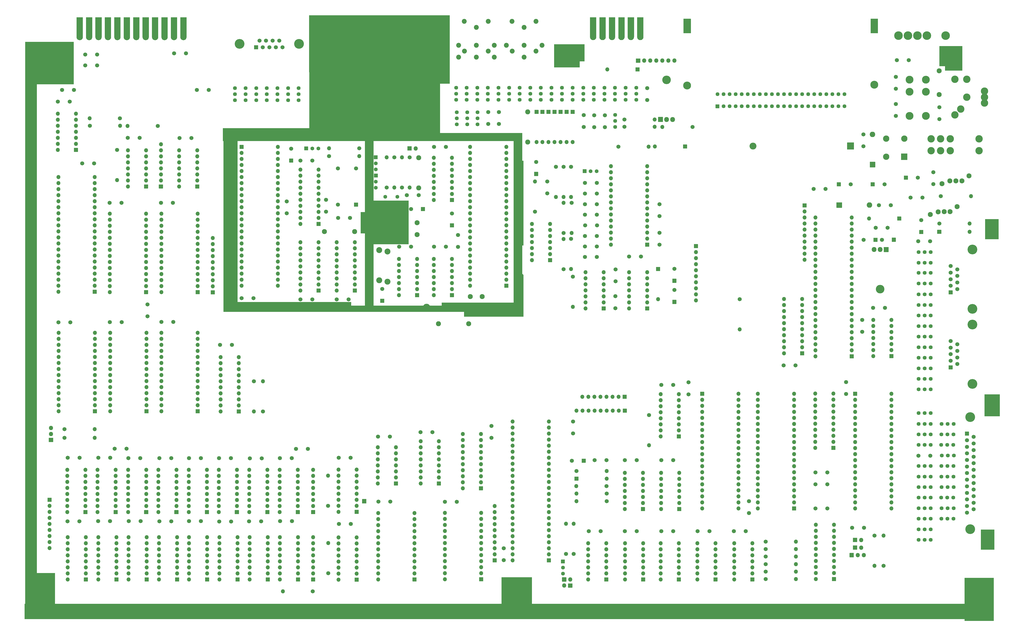
<source format=gbr>
G04 #@! TF.GenerationSoftware,KiCad,Pcbnew,(5.1.9)-1*
G04 #@! TF.CreationDate,2021-03-22T16:11:12+01:00*
G04 #@! TF.ProjectId,Open128,4f70656e-3132-4382-9e6b-696361645f70,3*
G04 #@! TF.SameCoordinates,Original*
G04 #@! TF.FileFunction,Soldermask,Top*
G04 #@! TF.FilePolarity,Negative*
%FSLAX46Y46*%
G04 Gerber Fmt 4.6, Leading zero omitted, Abs format (unit mm)*
G04 Created by KiCad (PCBNEW (5.1.9)-1) date 2021-03-22 16:11:12*
%MOMM*%
%LPD*%
G01*
G04 APERTURE LIST*
%ADD10C,0.100000*%
%ADD11C,1.625600*%
%ADD12C,3.317600*%
%ADD13C,1.609600*%
%ADD14C,2.051600*%
%ADD15C,3.101600*%
%ADD16O,1.801600X1.801600*%
%ADD17C,2.101600*%
%ADD18C,3.101599*%
%ADD19C,1.701600*%
%ADD20O,1.701600X1.701600*%
%ADD21C,3.301601*%
%ADD22C,3.301600*%
%ADD23C,2.641600*%
%ADD24C,3.601600*%
%ADD25C,0.150000*%
%ADD26O,2.501600X2.501600*%
%ADD27C,2.501600*%
%ADD28O,2.301600X2.301600*%
%ADD29C,4.101600*%
%ADD30O,2.101600X2.101600*%
%ADD31O,2.006600X2.101600*%
%ADD32O,3.601600X3.601600*%
%ADD33C,1.601600*%
%ADD34O,2.901599X2.901599*%
G04 APERTURE END LIST*
D10*
G36*
X439953400Y-259537200D02*
G01*
X434365400Y-259537200D01*
X434365400Y-251155200D01*
X439953400Y-251155200D01*
X439953400Y-259537200D01*
G37*
X439953400Y-259537200D02*
X434365400Y-259537200D01*
X434365400Y-251155200D01*
X439953400Y-251155200D01*
X439953400Y-259537200D01*
G36*
X426491400Y-57988200D02*
G01*
X419277800Y-57988200D01*
X419277800Y-56083200D01*
X416966400Y-56083200D01*
X416966400Y-47777400D01*
X426491400Y-47777400D01*
X426491400Y-57988200D01*
G37*
X426491400Y-57988200D02*
X419277800Y-57988200D01*
X419277800Y-56083200D01*
X416966400Y-56083200D01*
X416966400Y-47777400D01*
X426491400Y-47777400D01*
X426491400Y-57988200D01*
G36*
X176022000Y-126492000D02*
G01*
X173736000Y-126492000D01*
X173736000Y-117602000D01*
X176022000Y-117602000D01*
X176022000Y-126492000D01*
G37*
X176022000Y-126492000D02*
X173736000Y-126492000D01*
X173736000Y-117602000D01*
X176022000Y-117602000D01*
X176022000Y-126492000D01*
G36*
X193802000Y-131064000D02*
G01*
X179070000Y-131064000D01*
X179070000Y-112776000D01*
X193802000Y-112776000D01*
X193802000Y-131064000D01*
G37*
X193802000Y-131064000D02*
X179070000Y-131064000D01*
X179070000Y-112776000D01*
X193802000Y-112776000D01*
X193802000Y-131064000D01*
G36*
X179070000Y-157226000D02*
G01*
X175514000Y-157226000D01*
X175514000Y-87630000D01*
X179070000Y-87630000D01*
X179070000Y-157226000D01*
G37*
X179070000Y-157226000D02*
X175514000Y-157226000D01*
X175514000Y-87630000D01*
X179070000Y-87630000D01*
X179070000Y-157226000D01*
G36*
X169672000Y-156972000D02*
G01*
X207772000Y-156972000D01*
X207772000Y-155702000D01*
X237998000Y-155702000D01*
X237998000Y-161544000D01*
X217170000Y-161544000D01*
X217170000Y-159512000D01*
X121920000Y-159512000D01*
X121920000Y-155448000D01*
X169672000Y-155448000D01*
X169672000Y-156972000D01*
G37*
X169672000Y-156972000D02*
X207772000Y-156972000D01*
X207772000Y-155702000D01*
X237998000Y-155702000D01*
X237998000Y-161544000D01*
X217170000Y-161544000D01*
X217170000Y-159512000D01*
X121920000Y-159512000D01*
X121920000Y-155448000D01*
X169672000Y-155448000D01*
X169672000Y-156972000D01*
G36*
X241554000Y-96012000D02*
G01*
X242062000Y-96012000D01*
X242062000Y-131572000D01*
X241554000Y-131572000D01*
X241554000Y-143510000D01*
X242062000Y-144018000D01*
X242062000Y-161544000D01*
X237998000Y-161544000D01*
X237998000Y-87630000D01*
X241554000Y-87630000D01*
X241554000Y-96012000D01*
G37*
X241554000Y-96012000D02*
X242062000Y-96012000D01*
X242062000Y-131572000D01*
X241554000Y-131572000D01*
X241554000Y-143510000D01*
X242062000Y-144018000D01*
X242062000Y-161544000D01*
X237998000Y-161544000D01*
X237998000Y-87630000D01*
X241554000Y-87630000D01*
X241554000Y-96012000D01*
G36*
X207010000Y-84328000D02*
G01*
X241554000Y-84328000D01*
X241554000Y-87630000D01*
X115824000Y-87630000D01*
X115824000Y-82296000D01*
X207010000Y-82296000D01*
X207010000Y-84328000D01*
G37*
X207010000Y-84328000D02*
X241554000Y-84328000D01*
X241554000Y-87630000D01*
X115824000Y-87630000D01*
X115824000Y-82296000D01*
X207010000Y-82296000D01*
X207010000Y-84328000D01*
G36*
X121920000Y-159512000D02*
G01*
X116078000Y-159512000D01*
X116078000Y-87630000D01*
X121920000Y-87630000D01*
X121920000Y-159512000D01*
G37*
X121920000Y-159512000D02*
X116078000Y-159512000D01*
X116078000Y-87630000D01*
X121920000Y-87630000D01*
X121920000Y-159512000D01*
G36*
X267716000Y-54102000D02*
G01*
X265684000Y-54102000D01*
X265684000Y-56642000D01*
X255016000Y-56642000D01*
X255016000Y-46990000D01*
X267716000Y-46990000D01*
X267716000Y-54102000D01*
G37*
X267716000Y-54102000D02*
X265684000Y-54102000D01*
X265684000Y-56642000D01*
X255016000Y-56642000D01*
X255016000Y-46990000D01*
X267716000Y-46990000D01*
X267716000Y-54102000D01*
G36*
X211074000Y-34798000D02*
G01*
X211074000Y-63500000D01*
X207010000Y-63500000D01*
X207010000Y-82296000D01*
X152146000Y-82296000D01*
X152069800Y-34747200D01*
X211074000Y-34798000D01*
G37*
X211074000Y-34798000D02*
X211074000Y-63500000D01*
X207010000Y-63500000D01*
X207010000Y-82296000D01*
X152146000Y-82296000D01*
X152069800Y-34747200D01*
X211074000Y-34798000D01*
G36*
X441706000Y-128905000D02*
G01*
X436118000Y-128905000D01*
X436118000Y-120523000D01*
X441706000Y-120523000D01*
X441706000Y-128905000D01*
G37*
X441706000Y-128905000D02*
X436118000Y-128905000D01*
X436118000Y-120523000D01*
X441706000Y-120523000D01*
X441706000Y-128905000D01*
G36*
X442214000Y-203454000D02*
G01*
X435864000Y-203454000D01*
X435864000Y-194310000D01*
X442214000Y-194310000D01*
X442214000Y-203454000D01*
G37*
X442214000Y-203454000D02*
X435864000Y-203454000D01*
X435864000Y-194310000D01*
X442214000Y-194310000D01*
X442214000Y-203454000D01*
G36*
X439674000Y-289560000D02*
G01*
X427482000Y-289560000D01*
X427482000Y-271526000D01*
X439674000Y-271526000D01*
X439674000Y-289560000D01*
G37*
X439674000Y-289560000D02*
X427482000Y-289560000D01*
X427482000Y-271526000D01*
X439674000Y-271526000D01*
X439674000Y-289560000D01*
G36*
X245618000Y-288290000D02*
G01*
X232918000Y-288290000D01*
X232918000Y-271272000D01*
X245618000Y-271272000D01*
X245618000Y-288290000D01*
G37*
X245618000Y-288290000D02*
X232918000Y-288290000D01*
X232918000Y-271272000D01*
X245618000Y-271272000D01*
X245618000Y-288290000D01*
G36*
X439166000Y-288798000D02*
G01*
X32512000Y-288798000D01*
X32512000Y-282448000D01*
X439166000Y-282448000D01*
X439166000Y-288798000D01*
G37*
X439166000Y-288798000D02*
X32512000Y-288798000D01*
X32512000Y-282448000D01*
X439166000Y-282448000D01*
X439166000Y-288798000D01*
G36*
X45212000Y-287528000D02*
G01*
X32766000Y-287528000D01*
X32766000Y-269494000D01*
X45212000Y-269494000D01*
X45212000Y-287528000D01*
G37*
X45212000Y-287528000D02*
X32766000Y-287528000D01*
X32766000Y-269494000D01*
X45212000Y-269494000D01*
X45212000Y-287528000D01*
G36*
X37592000Y-287528000D02*
G01*
X32766000Y-287528000D01*
X32766000Y-63754000D01*
X37592000Y-63754000D01*
X37592000Y-287528000D01*
G37*
X37592000Y-287528000D02*
X32766000Y-287528000D01*
X32766000Y-63754000D01*
X37592000Y-63754000D01*
X37592000Y-287528000D01*
G36*
X53086000Y-63754000D02*
G01*
X32766000Y-63754000D01*
X32766000Y-45974000D01*
X53086000Y-45974000D01*
X53086000Y-63754000D01*
G37*
X53086000Y-63754000D02*
X32766000Y-63754000D01*
X32766000Y-45974000D01*
X53086000Y-45974000D01*
X53086000Y-63754000D01*
G36*
G01*
X210058000Y-62788800D02*
X206248000Y-62788800D01*
G75*
G02*
X206197200Y-62738000I0J50800D01*
G01*
X206197200Y-56134000D01*
G75*
G02*
X206248000Y-56083200I50800J0D01*
G01*
X210058000Y-56083200D01*
G75*
G02*
X210108800Y-56134000I0J-50800D01*
G01*
X210108800Y-62738000D01*
G75*
G02*
X210058000Y-62788800I-50800J0D01*
G01*
G37*
G36*
G01*
X157480000Y-62788800D02*
X153670000Y-62788800D01*
G75*
G02*
X153619200Y-62738000I0J50800D01*
G01*
X153619200Y-56134000D01*
G75*
G02*
X153670000Y-56083200I50800J0D01*
G01*
X157480000Y-56083200D01*
G75*
G02*
X157530800Y-56134000I0J-50800D01*
G01*
X157530800Y-62738000D01*
G75*
G02*
X157480000Y-62788800I-50800J0D01*
G01*
G37*
G36*
G01*
X178384200Y-40576500D02*
X178384200Y-36766500D01*
G75*
G02*
X178435000Y-36715700I50800J0D01*
G01*
X185039000Y-36715700D01*
G75*
G02*
X185089800Y-36766500I0J-50800D01*
G01*
X185089800Y-40576500D01*
G75*
G02*
X185039000Y-40627300I-50800J0D01*
G01*
X178435000Y-40627300D01*
G75*
G02*
X178384200Y-40576500I0J50800D01*
G01*
G37*
G36*
G01*
X178384200Y-81915000D02*
X178384200Y-78105000D01*
G75*
G02*
X178435000Y-78054200I50800J0D01*
G01*
X185039000Y-78054200D01*
G75*
G02*
X185089800Y-78105000I0J-50800D01*
G01*
X185089800Y-81915000D01*
G75*
G02*
X185039000Y-81965800I-50800J0D01*
G01*
X178435000Y-81965800D01*
G75*
G02*
X178384200Y-81915000I0J50800D01*
G01*
G37*
D11*
X201549000Y-75184000D03*
X199009000Y-75184000D03*
X196469000Y-75184000D03*
X193929000Y-75184000D03*
X169799000Y-75184000D03*
X167259000Y-75184000D03*
X164719000Y-75184000D03*
X162179000Y-75184000D03*
G36*
G01*
X388029320Y-42303960D02*
X388029320Y-36303960D01*
G75*
G02*
X388080120Y-36253160I50800J0D01*
G01*
X391080120Y-36253160D01*
G75*
G02*
X391130920Y-36303960I0J-50800D01*
G01*
X391130920Y-42303960D01*
G75*
G02*
X391080120Y-42354760I-50800J0D01*
G01*
X388080120Y-42354760D01*
G75*
G02*
X388029320Y-42303960I0J50800D01*
G01*
G37*
G36*
G01*
X309396000Y-42303960D02*
X309396000Y-36303960D01*
G75*
G02*
X309446800Y-36253160I50800J0D01*
G01*
X312446800Y-36253160D01*
G75*
G02*
X312497600Y-36303960I0J-50800D01*
G01*
X312497600Y-42303960D01*
G75*
G02*
X312446800Y-42354760I-50800J0D01*
G01*
X309446800Y-42354760D01*
G75*
G02*
X309396000Y-42303960I0J50800D01*
G01*
G37*
D12*
X389580120Y-63957200D03*
X310916320Y-64322960D03*
D13*
X331317600Y-67980560D03*
X377037600Y-67980560D03*
X377037600Y-73060560D03*
X374497600Y-73060560D03*
X374497600Y-67980560D03*
X371957600Y-67980560D03*
X369417600Y-67980560D03*
X366877600Y-67980560D03*
X364337600Y-67980560D03*
X361797600Y-67980560D03*
X359257600Y-67980560D03*
X356717600Y-67980560D03*
X354177600Y-67980560D03*
X351637600Y-67980560D03*
X349097600Y-67980560D03*
X346557600Y-67980560D03*
X344017600Y-67980560D03*
X341477600Y-67980560D03*
X338937600Y-67980560D03*
X336397600Y-67980560D03*
X333857600Y-67980560D03*
X328777600Y-67980560D03*
X326237600Y-67980560D03*
X323697600Y-67980560D03*
X371957600Y-73060560D03*
X369417600Y-73060560D03*
X366877600Y-73060560D03*
X364337600Y-73060560D03*
X361797600Y-73060560D03*
X359257600Y-73060560D03*
X356717600Y-73060560D03*
X354177600Y-73060560D03*
X351637600Y-73060560D03*
X349097600Y-73060560D03*
X346557600Y-73060560D03*
X344017600Y-73060560D03*
X341477600Y-73060560D03*
X338937600Y-73060560D03*
X336397600Y-73060560D03*
X333857600Y-73060560D03*
X331317600Y-73060560D03*
X328777600Y-73060560D03*
X326237600Y-73060560D03*
G36*
G01*
X322892800Y-73814560D02*
X322892800Y-72306560D01*
G75*
G02*
X322943600Y-72255760I50800J0D01*
G01*
X324451600Y-72255760D01*
G75*
G02*
X324502400Y-72306560I0J-50800D01*
G01*
X324502400Y-73814560D01*
G75*
G02*
X324451600Y-73865360I-50800J0D01*
G01*
X322943600Y-73865360D01*
G75*
G02*
X322892800Y-73814560I0J50800D01*
G01*
G37*
D14*
X242453160Y-39883080D03*
X242453160Y-47376080D03*
X237453160Y-49876080D03*
X234953160Y-47376080D03*
X247453160Y-49876080D03*
X249953160Y-47376080D03*
X247406160Y-37343080D03*
X237373160Y-37343080D03*
X242453160Y-52376080D03*
X214877000Y-52371000D03*
X229877000Y-52371000D03*
X222377000Y-39878000D03*
X222377000Y-47371000D03*
X217377000Y-49871000D03*
X214877000Y-47371000D03*
X227377000Y-49871000D03*
X229877000Y-47371000D03*
X227330000Y-37338000D03*
X217297000Y-37338000D03*
X222377000Y-52371000D03*
D15*
X157289500Y-85852000D03*
X201485500Y-85852000D03*
X201485500Y-157734000D03*
X157226000Y-157734000D03*
X240093500Y-119189500D03*
X176784000Y-122555000D03*
X119126000Y-124904500D03*
D16*
X384048000Y-255574800D03*
G36*
G01*
X382358000Y-256475600D02*
X380658000Y-256475600D01*
G75*
G02*
X380607200Y-256424800I0J50800D01*
G01*
X380607200Y-254724800D01*
G75*
G02*
X380658000Y-254674000I50800J0D01*
G01*
X382358000Y-254674000D01*
G75*
G02*
X382408800Y-254724800I0J-50800D01*
G01*
X382408800Y-256424800D01*
G75*
G02*
X382358000Y-256475600I-50800J0D01*
G01*
G37*
D17*
X413100520Y-118628160D03*
X421454520Y-117461160D03*
X416394520Y-117471160D03*
X418944520Y-117461160D03*
X424403520Y-115326160D03*
X418063680Y-105643680D03*
X426417680Y-104476680D03*
X421357680Y-104486680D03*
X423907680Y-104476680D03*
X429366680Y-102341680D03*
D18*
X433646580Y-91792800D03*
X433646580Y-86791800D03*
X421469080Y-86792800D03*
X417469080Y-86792800D03*
D15*
X413469080Y-86792800D03*
D18*
X421469080Y-91792800D03*
X417469080Y-91792800D03*
D15*
X413469080Y-91792800D03*
D19*
X294924480Y-203055220D03*
D20*
X294924480Y-215755220D03*
D19*
X72567800Y-78099920D03*
D20*
X59867800Y-78099920D03*
D19*
X247002300Y-117411500D03*
D20*
X247002300Y-104711500D03*
D19*
X277114000Y-239242600D03*
D20*
X264414000Y-239242600D03*
D19*
X71404480Y-91455240D03*
D20*
X71404480Y-104155240D03*
D19*
X260045200Y-261416800D03*
D20*
X260045200Y-248716800D03*
D19*
X59944000Y-81280000D03*
D20*
X72644000Y-81280000D03*
D19*
X284619700Y-81661000D03*
D20*
X297319700Y-81661000D03*
D19*
X49276000Y-212598000D03*
D20*
X61976000Y-212598000D03*
D19*
X343916000Y-265729720D03*
D20*
X356616000Y-265729720D03*
D19*
X128879600Y-188772800D03*
D20*
X128879600Y-201472800D03*
D19*
X194310000Y-94551500D03*
D20*
X194310000Y-107251500D03*
D19*
X393471400Y-266420600D03*
D20*
X393471400Y-253720600D03*
D19*
X389636000Y-253720600D03*
D20*
X389636000Y-266420600D03*
D19*
X263230600Y-261428000D03*
D20*
X263230600Y-248728000D03*
D19*
X343916000Y-262564880D03*
D20*
X356616000Y-262564880D03*
D19*
X277114000Y-236073950D03*
D20*
X264414000Y-236073950D03*
D19*
X49276000Y-208915000D03*
D20*
X61976000Y-208915000D03*
D19*
X416890200Y-122453400D03*
D20*
X429590200Y-122453400D03*
D19*
X160070800Y-241198400D03*
D20*
X160070800Y-228498400D03*
D19*
X160096200Y-269570200D03*
D20*
X160096200Y-256870200D03*
D19*
X262376920Y-113695480D03*
D20*
X262376920Y-126395480D03*
D19*
X332994000Y-154228800D03*
D20*
X332994000Y-166928800D03*
D19*
X187896500Y-94551500D03*
D20*
X187896500Y-107251500D03*
D19*
X262153400Y-98501200D03*
D20*
X262153400Y-111201200D03*
D19*
X262153400Y-128879600D03*
D20*
X262153400Y-141579600D03*
D19*
X417525200Y-110871000D03*
D20*
X430225200Y-110871000D03*
D19*
X262953500Y-144792700D03*
D20*
X262953500Y-157492700D03*
D19*
X259003800Y-141605000D03*
D20*
X259003800Y-128905000D03*
D19*
X264414000Y-226568000D03*
D20*
X277114000Y-226568000D03*
D19*
X184721500Y-107251500D03*
D20*
X184721500Y-94551500D03*
D19*
X160464500Y-94043500D03*
D20*
X173164500Y-94043500D03*
D19*
X173177200Y-90779600D03*
D20*
X160477200Y-90779600D03*
D19*
X191135000Y-107251500D03*
D20*
X191135000Y-94551500D03*
D19*
X88473280Y-81325720D03*
D20*
X75773280Y-81325720D03*
D19*
X259054600Y-98501200D03*
D20*
X259054600Y-111201200D03*
D19*
X259029200Y-126390400D03*
D20*
X259029200Y-113690400D03*
D19*
X343916000Y-272059400D03*
D20*
X356616000Y-272059400D03*
D19*
X343916000Y-268894560D03*
D20*
X356616000Y-268894560D03*
D19*
X343916000Y-256235200D03*
D20*
X356616000Y-256235200D03*
D19*
X277042880Y-232882440D03*
D20*
X264342880Y-232882440D03*
D19*
X255803400Y-98501200D03*
D20*
X255803400Y-111201200D03*
D19*
X313207400Y-81800700D03*
D20*
X300507400Y-81800700D03*
D19*
X284619700Y-78625700D03*
D20*
X297319700Y-78625700D03*
D19*
X282041600Y-90068400D03*
D20*
X294741600Y-90068400D03*
D19*
X343916000Y-259400040D03*
D20*
X356616000Y-259400040D03*
D19*
X132715000Y-201472800D03*
D20*
X132715000Y-188772800D03*
D21*
X411222000Y-61838840D03*
X404372000Y-61838840D03*
D22*
X411222000Y-66918840D03*
D21*
X404372000Y-66918840D03*
D22*
X411222000Y-77078840D03*
D21*
X404372000Y-77078840D03*
D11*
X143250920Y-65450720D03*
X143250920Y-67990720D03*
X143250920Y-70530720D03*
X147665440Y-65450720D03*
X147665440Y-67990720D03*
X147665440Y-70530720D03*
X120954800Y-65450720D03*
X120954800Y-67990720D03*
X120954800Y-70530720D03*
X125415040Y-65450720D03*
X125415040Y-67990720D03*
X125415040Y-70530720D03*
X138790680Y-65450720D03*
X138790680Y-67990720D03*
X138790680Y-70530720D03*
X134274560Y-65450720D03*
X134274560Y-67990720D03*
X134274560Y-70530720D03*
X129931160Y-65450720D03*
X129931160Y-67990720D03*
X129931160Y-70530720D03*
X214122000Y-80645000D03*
X214122000Y-78105000D03*
X214122000Y-75565000D03*
X218567000Y-80645000D03*
X218567000Y-78105000D03*
X218567000Y-75565000D03*
X280705560Y-76738480D03*
X280705560Y-79278480D03*
X280705560Y-81818480D03*
X227225410Y-65278000D03*
X227225410Y-67818000D03*
X227225410Y-70358000D03*
X236130350Y-65278000D03*
X236130350Y-67818000D03*
X236130350Y-70358000D03*
X231677880Y-65278000D03*
X231677880Y-67818000D03*
X231677880Y-70358000D03*
X245035290Y-65278000D03*
X245035290Y-67818000D03*
X245035290Y-70358000D03*
X249487760Y-65278000D03*
X249487760Y-67818000D03*
X249487760Y-70358000D03*
X253940230Y-65278000D03*
X253940230Y-67818000D03*
X253940230Y-70358000D03*
X258392700Y-65278000D03*
X258392700Y-67818000D03*
X258392700Y-70358000D03*
X262845170Y-65278000D03*
X262845170Y-67818000D03*
X262845170Y-70358000D03*
X240582820Y-65278000D03*
X240582820Y-67818000D03*
X240582820Y-70358000D03*
X276202580Y-65278000D03*
X276202580Y-67818000D03*
X276202580Y-70358000D03*
X280655050Y-65278000D03*
X280655050Y-67818000D03*
X280655050Y-70358000D03*
X271750110Y-65278000D03*
X271750110Y-67818000D03*
X271750110Y-70358000D03*
X267297640Y-65278000D03*
X267297640Y-67818000D03*
X267297640Y-70358000D03*
X289560000Y-65278000D03*
X289560000Y-67818000D03*
X289560000Y-70358000D03*
X285107520Y-65278000D03*
X285107520Y-67818000D03*
X285107520Y-70358000D03*
X408178000Y-192151000D03*
X410718000Y-192151000D03*
X413258000Y-192151000D03*
X222772940Y-65278000D03*
X222772940Y-67818000D03*
X222772940Y-70358000D03*
X213868000Y-65278000D03*
X213868000Y-67818000D03*
X213868000Y-70358000D03*
X218320470Y-65278000D03*
X218320470Y-67818000D03*
X218320470Y-70358000D03*
X222915480Y-80639920D03*
X222915480Y-78099920D03*
X222915480Y-75559920D03*
X417677600Y-215578266D03*
X420217600Y-215578266D03*
X422757600Y-215578266D03*
X417906200Y-220014799D03*
X420446200Y-220014799D03*
X422986200Y-220014799D03*
X417855400Y-233324398D03*
X420395400Y-233324398D03*
X422935400Y-233324398D03*
X408178000Y-224451332D03*
X410718000Y-224451332D03*
X413258000Y-224451332D03*
X417753800Y-228887865D03*
X420293800Y-228887865D03*
X422833800Y-228887865D03*
X408178000Y-228887865D03*
X410718000Y-228887865D03*
X413258000Y-228887865D03*
X417753800Y-224451332D03*
X420293800Y-224451332D03*
X422833800Y-224451332D03*
X408178000Y-233324398D03*
X410718000Y-233324398D03*
X413258000Y-233324398D03*
X417703000Y-237760931D03*
X420243000Y-237760931D03*
X422783000Y-237760931D03*
X408178000Y-237760931D03*
X410718000Y-237760931D03*
X413258000Y-237760931D03*
X408178000Y-255549400D03*
X410718000Y-255549400D03*
X413258000Y-255549400D03*
X417753800Y-211141733D03*
X420293800Y-211141733D03*
X422833800Y-211141733D03*
X408178000Y-211141733D03*
X410718000Y-211141733D03*
X413258000Y-211141733D03*
X408178000Y-215578266D03*
X410718000Y-215578266D03*
X413258000Y-215578266D03*
X417830000Y-206705200D03*
X420370000Y-206705200D03*
X422910000Y-206705200D03*
X408178000Y-206705200D03*
X410718000Y-206705200D03*
X413258000Y-206705200D03*
X408178000Y-202184000D03*
X410718000Y-202184000D03*
X413258000Y-202184000D03*
X417855400Y-242197464D03*
X420395400Y-242197464D03*
X422935400Y-242197464D03*
X417753800Y-246634000D03*
X420293800Y-246634000D03*
X422833800Y-246634000D03*
X408178000Y-246634000D03*
X410718000Y-246634000D03*
X413258000Y-246634000D03*
X408178000Y-251129800D03*
X410718000Y-251129800D03*
X413258000Y-251129800D03*
X408178000Y-242197464D03*
X410718000Y-242197464D03*
X413258000Y-242197464D03*
X408178000Y-161112200D03*
X410718000Y-161112200D03*
X413258000Y-161112200D03*
X408178000Y-143129000D03*
X410718000Y-143129000D03*
X413258000Y-143129000D03*
X408178000Y-147675600D03*
X410718000Y-147675600D03*
X413258000Y-147675600D03*
X408178000Y-152196800D03*
X410718000Y-152196800D03*
X413258000Y-152196800D03*
X408178000Y-156743400D03*
X410718000Y-156743400D03*
X413258000Y-156743400D03*
X408178000Y-138963400D03*
X410718000Y-138963400D03*
X413258000Y-138963400D03*
X408178000Y-134416800D03*
X410718000Y-134416800D03*
X413258000Y-134416800D03*
X408178000Y-174447200D03*
X410718000Y-174447200D03*
X413258000Y-174447200D03*
X408178000Y-178892200D03*
X410718000Y-178892200D03*
X413258000Y-178892200D03*
X408178000Y-183337200D03*
X410718000Y-183337200D03*
X413258000Y-183337200D03*
X408178000Y-187782200D03*
X410718000Y-187782200D03*
X413258000Y-187782200D03*
X408178000Y-170002200D03*
X410718000Y-170002200D03*
X413258000Y-170002200D03*
X408178000Y-165557200D03*
X410718000Y-165557200D03*
X413258000Y-165557200D03*
D23*
X394543280Y-94310200D03*
X394543280Y-86690200D03*
X402163280Y-86690200D03*
G36*
G01*
X403484080Y-93040200D02*
X403484080Y-95580200D01*
G75*
G02*
X403433280Y-95631000I-50800J0D01*
G01*
X400893280Y-95631000D01*
G75*
G02*
X400842480Y-95580200I0J50800D01*
G01*
X400842480Y-93040200D01*
G75*
G02*
X400893280Y-92989400I50800J0D01*
G01*
X403433280Y-92989400D01*
G75*
G02*
X403484080Y-93040200I0J-50800D01*
G01*
G37*
D24*
X419597840Y-43312080D03*
X411673040Y-43312080D03*
X407710640Y-43312080D03*
X403748240Y-43312080D03*
X399785840Y-43312080D03*
D15*
X435919000Y-71715000D03*
X435919000Y-66715000D03*
X435919000Y-69215000D03*
X428419000Y-69215000D03*
X423419000Y-76715000D03*
X423419000Y-61715000D03*
X428419000Y-61715000D03*
X425919000Y-74215000D03*
D25*
G36*
X96601031Y-35632096D02*
G01*
X96610560Y-35634987D01*
X96619343Y-35639681D01*
X96627041Y-35645999D01*
X96633359Y-35653697D01*
X96638053Y-35662480D01*
X96640944Y-35672009D01*
X96641920Y-35681920D01*
X96641920Y-43936920D01*
X96640944Y-43946831D01*
X96640390Y-43948657D01*
X96640390Y-43999236D01*
X96640145Y-44004215D01*
X96627929Y-44128247D01*
X96627198Y-44133178D01*
X96602884Y-44255415D01*
X96601673Y-44260252D01*
X96565494Y-44379517D01*
X96563814Y-44384210D01*
X96516119Y-44499355D01*
X96513988Y-44503862D01*
X96455237Y-44613777D01*
X96452674Y-44618053D01*
X96383433Y-44721681D01*
X96380463Y-44725685D01*
X96301397Y-44822027D01*
X96298049Y-44825721D01*
X96209921Y-44913849D01*
X96206227Y-44917197D01*
X96109885Y-44996263D01*
X96105881Y-44999233D01*
X96002253Y-45068474D01*
X95997977Y-45071037D01*
X95888062Y-45129788D01*
X95883555Y-45131919D01*
X95768410Y-45179614D01*
X95763717Y-45181294D01*
X95644452Y-45217473D01*
X95639615Y-45218684D01*
X95517378Y-45242998D01*
X95512447Y-45243729D01*
X95388415Y-45255945D01*
X95383436Y-45256190D01*
X95258804Y-45256190D01*
X95253825Y-45255945D01*
X95129793Y-45243729D01*
X95124862Y-45242998D01*
X95002625Y-45218684D01*
X94997788Y-45217473D01*
X94878523Y-45181294D01*
X94873830Y-45179614D01*
X94758685Y-45131919D01*
X94754178Y-45129788D01*
X94644263Y-45071037D01*
X94639987Y-45068474D01*
X94536359Y-44999233D01*
X94532355Y-44996263D01*
X94436013Y-44917197D01*
X94432319Y-44913849D01*
X94344191Y-44825721D01*
X94340843Y-44822027D01*
X94261777Y-44725685D01*
X94258807Y-44721681D01*
X94189566Y-44618053D01*
X94187003Y-44613777D01*
X94128252Y-44503862D01*
X94126121Y-44499355D01*
X94078426Y-44384210D01*
X94076746Y-44379517D01*
X94040567Y-44260252D01*
X94039356Y-44255415D01*
X94015042Y-44133178D01*
X94014311Y-44128247D01*
X94002095Y-44004215D01*
X94001850Y-43999236D01*
X94001850Y-43948657D01*
X94001296Y-43946831D01*
X94000320Y-43936920D01*
X94000320Y-35681920D01*
X94001296Y-35672009D01*
X94004187Y-35662480D01*
X94008881Y-35653697D01*
X94015199Y-35645999D01*
X94022897Y-35639681D01*
X94031680Y-35634987D01*
X94041209Y-35632096D01*
X94051120Y-35631120D01*
X96591120Y-35631120D01*
X96601031Y-35632096D01*
G37*
G36*
X92638631Y-35632096D02*
G01*
X92648160Y-35634987D01*
X92656943Y-35639681D01*
X92664641Y-35645999D01*
X92670959Y-35653697D01*
X92675653Y-35662480D01*
X92678544Y-35672009D01*
X92679520Y-35681920D01*
X92679520Y-43936920D01*
X92678544Y-43946831D01*
X92677990Y-43948657D01*
X92677990Y-43999236D01*
X92677745Y-44004215D01*
X92665529Y-44128247D01*
X92664798Y-44133178D01*
X92640484Y-44255415D01*
X92639273Y-44260252D01*
X92603094Y-44379517D01*
X92601414Y-44384210D01*
X92553719Y-44499355D01*
X92551588Y-44503862D01*
X92492837Y-44613777D01*
X92490274Y-44618053D01*
X92421033Y-44721681D01*
X92418063Y-44725685D01*
X92338997Y-44822027D01*
X92335649Y-44825721D01*
X92247521Y-44913849D01*
X92243827Y-44917197D01*
X92147485Y-44996263D01*
X92143481Y-44999233D01*
X92039853Y-45068474D01*
X92035577Y-45071037D01*
X91925662Y-45129788D01*
X91921155Y-45131919D01*
X91806010Y-45179614D01*
X91801317Y-45181294D01*
X91682052Y-45217473D01*
X91677215Y-45218684D01*
X91554978Y-45242998D01*
X91550047Y-45243729D01*
X91426015Y-45255945D01*
X91421036Y-45256190D01*
X91296404Y-45256190D01*
X91291425Y-45255945D01*
X91167393Y-45243729D01*
X91162462Y-45242998D01*
X91040225Y-45218684D01*
X91035388Y-45217473D01*
X90916123Y-45181294D01*
X90911430Y-45179614D01*
X90796285Y-45131919D01*
X90791778Y-45129788D01*
X90681863Y-45071037D01*
X90677587Y-45068474D01*
X90573959Y-44999233D01*
X90569955Y-44996263D01*
X90473613Y-44917197D01*
X90469919Y-44913849D01*
X90381791Y-44825721D01*
X90378443Y-44822027D01*
X90299377Y-44725685D01*
X90296407Y-44721681D01*
X90227166Y-44618053D01*
X90224603Y-44613777D01*
X90165852Y-44503862D01*
X90163721Y-44499355D01*
X90116026Y-44384210D01*
X90114346Y-44379517D01*
X90078167Y-44260252D01*
X90076956Y-44255415D01*
X90052642Y-44133178D01*
X90051911Y-44128247D01*
X90039695Y-44004215D01*
X90039450Y-43999236D01*
X90039450Y-43948657D01*
X90038896Y-43946831D01*
X90037920Y-43936920D01*
X90037920Y-35681920D01*
X90038896Y-35672009D01*
X90041787Y-35662480D01*
X90046481Y-35653697D01*
X90052799Y-35645999D01*
X90060497Y-35639681D01*
X90069280Y-35634987D01*
X90078809Y-35632096D01*
X90088720Y-35631120D01*
X92628720Y-35631120D01*
X92638631Y-35632096D01*
G37*
G36*
X88676231Y-35632096D02*
G01*
X88685760Y-35634987D01*
X88694543Y-35639681D01*
X88702241Y-35645999D01*
X88708559Y-35653697D01*
X88713253Y-35662480D01*
X88716144Y-35672009D01*
X88717120Y-35681920D01*
X88717120Y-43936920D01*
X88716144Y-43946831D01*
X88715590Y-43948657D01*
X88715590Y-43999236D01*
X88715345Y-44004215D01*
X88703129Y-44128247D01*
X88702398Y-44133178D01*
X88678084Y-44255415D01*
X88676873Y-44260252D01*
X88640694Y-44379517D01*
X88639014Y-44384210D01*
X88591319Y-44499355D01*
X88589188Y-44503862D01*
X88530437Y-44613777D01*
X88527874Y-44618053D01*
X88458633Y-44721681D01*
X88455663Y-44725685D01*
X88376597Y-44822027D01*
X88373249Y-44825721D01*
X88285121Y-44913849D01*
X88281427Y-44917197D01*
X88185085Y-44996263D01*
X88181081Y-44999233D01*
X88077453Y-45068474D01*
X88073177Y-45071037D01*
X87963262Y-45129788D01*
X87958755Y-45131919D01*
X87843610Y-45179614D01*
X87838917Y-45181294D01*
X87719652Y-45217473D01*
X87714815Y-45218684D01*
X87592578Y-45242998D01*
X87587647Y-45243729D01*
X87463615Y-45255945D01*
X87458636Y-45256190D01*
X87334004Y-45256190D01*
X87329025Y-45255945D01*
X87204993Y-45243729D01*
X87200062Y-45242998D01*
X87077825Y-45218684D01*
X87072988Y-45217473D01*
X86953723Y-45181294D01*
X86949030Y-45179614D01*
X86833885Y-45131919D01*
X86829378Y-45129788D01*
X86719463Y-45071037D01*
X86715187Y-45068474D01*
X86611559Y-44999233D01*
X86607555Y-44996263D01*
X86511213Y-44917197D01*
X86507519Y-44913849D01*
X86419391Y-44825721D01*
X86416043Y-44822027D01*
X86336977Y-44725685D01*
X86334007Y-44721681D01*
X86264766Y-44618053D01*
X86262203Y-44613777D01*
X86203452Y-44503862D01*
X86201321Y-44499355D01*
X86153626Y-44384210D01*
X86151946Y-44379517D01*
X86115767Y-44260252D01*
X86114556Y-44255415D01*
X86090242Y-44133178D01*
X86089511Y-44128247D01*
X86077295Y-44004215D01*
X86077050Y-43999236D01*
X86077050Y-43948657D01*
X86076496Y-43946831D01*
X86075520Y-43936920D01*
X86075520Y-35681920D01*
X86076496Y-35672009D01*
X86079387Y-35662480D01*
X86084081Y-35653697D01*
X86090399Y-35645999D01*
X86098097Y-35639681D01*
X86106880Y-35634987D01*
X86116409Y-35632096D01*
X86126320Y-35631120D01*
X88666320Y-35631120D01*
X88676231Y-35632096D01*
G37*
G36*
X84713831Y-35632096D02*
G01*
X84723360Y-35634987D01*
X84732143Y-35639681D01*
X84739841Y-35645999D01*
X84746159Y-35653697D01*
X84750853Y-35662480D01*
X84753744Y-35672009D01*
X84754720Y-35681920D01*
X84754720Y-43936920D01*
X84753744Y-43946831D01*
X84753190Y-43948657D01*
X84753190Y-43999236D01*
X84752945Y-44004215D01*
X84740729Y-44128247D01*
X84739998Y-44133178D01*
X84715684Y-44255415D01*
X84714473Y-44260252D01*
X84678294Y-44379517D01*
X84676614Y-44384210D01*
X84628919Y-44499355D01*
X84626788Y-44503862D01*
X84568037Y-44613777D01*
X84565474Y-44618053D01*
X84496233Y-44721681D01*
X84493263Y-44725685D01*
X84414197Y-44822027D01*
X84410849Y-44825721D01*
X84322721Y-44913849D01*
X84319027Y-44917197D01*
X84222685Y-44996263D01*
X84218681Y-44999233D01*
X84115053Y-45068474D01*
X84110777Y-45071037D01*
X84000862Y-45129788D01*
X83996355Y-45131919D01*
X83881210Y-45179614D01*
X83876517Y-45181294D01*
X83757252Y-45217473D01*
X83752415Y-45218684D01*
X83630178Y-45242998D01*
X83625247Y-45243729D01*
X83501215Y-45255945D01*
X83496236Y-45256190D01*
X83371604Y-45256190D01*
X83366625Y-45255945D01*
X83242593Y-45243729D01*
X83237662Y-45242998D01*
X83115425Y-45218684D01*
X83110588Y-45217473D01*
X82991323Y-45181294D01*
X82986630Y-45179614D01*
X82871485Y-45131919D01*
X82866978Y-45129788D01*
X82757063Y-45071037D01*
X82752787Y-45068474D01*
X82649159Y-44999233D01*
X82645155Y-44996263D01*
X82548813Y-44917197D01*
X82545119Y-44913849D01*
X82456991Y-44825721D01*
X82453643Y-44822027D01*
X82374577Y-44725685D01*
X82371607Y-44721681D01*
X82302366Y-44618053D01*
X82299803Y-44613777D01*
X82241052Y-44503862D01*
X82238921Y-44499355D01*
X82191226Y-44384210D01*
X82189546Y-44379517D01*
X82153367Y-44260252D01*
X82152156Y-44255415D01*
X82127842Y-44133178D01*
X82127111Y-44128247D01*
X82114895Y-44004215D01*
X82114650Y-43999236D01*
X82114650Y-43948657D01*
X82114096Y-43946831D01*
X82113120Y-43936920D01*
X82113120Y-35681920D01*
X82114096Y-35672009D01*
X82116987Y-35662480D01*
X82121681Y-35653697D01*
X82127999Y-35645999D01*
X82135697Y-35639681D01*
X82144480Y-35634987D01*
X82154009Y-35632096D01*
X82163920Y-35631120D01*
X84703920Y-35631120D01*
X84713831Y-35632096D01*
G37*
G36*
X80751431Y-35632096D02*
G01*
X80760960Y-35634987D01*
X80769743Y-35639681D01*
X80777441Y-35645999D01*
X80783759Y-35653697D01*
X80788453Y-35662480D01*
X80791344Y-35672009D01*
X80792320Y-35681920D01*
X80792320Y-43936920D01*
X80791344Y-43946831D01*
X80790790Y-43948657D01*
X80790790Y-43999236D01*
X80790545Y-44004215D01*
X80778329Y-44128247D01*
X80777598Y-44133178D01*
X80753284Y-44255415D01*
X80752073Y-44260252D01*
X80715894Y-44379517D01*
X80714214Y-44384210D01*
X80666519Y-44499355D01*
X80664388Y-44503862D01*
X80605637Y-44613777D01*
X80603074Y-44618053D01*
X80533833Y-44721681D01*
X80530863Y-44725685D01*
X80451797Y-44822027D01*
X80448449Y-44825721D01*
X80360321Y-44913849D01*
X80356627Y-44917197D01*
X80260285Y-44996263D01*
X80256281Y-44999233D01*
X80152653Y-45068474D01*
X80148377Y-45071037D01*
X80038462Y-45129788D01*
X80033955Y-45131919D01*
X79918810Y-45179614D01*
X79914117Y-45181294D01*
X79794852Y-45217473D01*
X79790015Y-45218684D01*
X79667778Y-45242998D01*
X79662847Y-45243729D01*
X79538815Y-45255945D01*
X79533836Y-45256190D01*
X79409204Y-45256190D01*
X79404225Y-45255945D01*
X79280193Y-45243729D01*
X79275262Y-45242998D01*
X79153025Y-45218684D01*
X79148188Y-45217473D01*
X79028923Y-45181294D01*
X79024230Y-45179614D01*
X78909085Y-45131919D01*
X78904578Y-45129788D01*
X78794663Y-45071037D01*
X78790387Y-45068474D01*
X78686759Y-44999233D01*
X78682755Y-44996263D01*
X78586413Y-44917197D01*
X78582719Y-44913849D01*
X78494591Y-44825721D01*
X78491243Y-44822027D01*
X78412177Y-44725685D01*
X78409207Y-44721681D01*
X78339966Y-44618053D01*
X78337403Y-44613777D01*
X78278652Y-44503862D01*
X78276521Y-44499355D01*
X78228826Y-44384210D01*
X78227146Y-44379517D01*
X78190967Y-44260252D01*
X78189756Y-44255415D01*
X78165442Y-44133178D01*
X78164711Y-44128247D01*
X78152495Y-44004215D01*
X78152250Y-43999236D01*
X78152250Y-43948657D01*
X78151696Y-43946831D01*
X78150720Y-43936920D01*
X78150720Y-35681920D01*
X78151696Y-35672009D01*
X78154587Y-35662480D01*
X78159281Y-35653697D01*
X78165599Y-35645999D01*
X78173297Y-35639681D01*
X78182080Y-35634987D01*
X78191609Y-35632096D01*
X78201520Y-35631120D01*
X80741520Y-35631120D01*
X80751431Y-35632096D01*
G37*
G36*
X76789031Y-35632096D02*
G01*
X76798560Y-35634987D01*
X76807343Y-35639681D01*
X76815041Y-35645999D01*
X76821359Y-35653697D01*
X76826053Y-35662480D01*
X76828944Y-35672009D01*
X76829920Y-35681920D01*
X76829920Y-43936920D01*
X76828944Y-43946831D01*
X76828390Y-43948657D01*
X76828390Y-43999236D01*
X76828145Y-44004215D01*
X76815929Y-44128247D01*
X76815198Y-44133178D01*
X76790884Y-44255415D01*
X76789673Y-44260252D01*
X76753494Y-44379517D01*
X76751814Y-44384210D01*
X76704119Y-44499355D01*
X76701988Y-44503862D01*
X76643237Y-44613777D01*
X76640674Y-44618053D01*
X76571433Y-44721681D01*
X76568463Y-44725685D01*
X76489397Y-44822027D01*
X76486049Y-44825721D01*
X76397921Y-44913849D01*
X76394227Y-44917197D01*
X76297885Y-44996263D01*
X76293881Y-44999233D01*
X76190253Y-45068474D01*
X76185977Y-45071037D01*
X76076062Y-45129788D01*
X76071555Y-45131919D01*
X75956410Y-45179614D01*
X75951717Y-45181294D01*
X75832452Y-45217473D01*
X75827615Y-45218684D01*
X75705378Y-45242998D01*
X75700447Y-45243729D01*
X75576415Y-45255945D01*
X75571436Y-45256190D01*
X75446804Y-45256190D01*
X75441825Y-45255945D01*
X75317793Y-45243729D01*
X75312862Y-45242998D01*
X75190625Y-45218684D01*
X75185788Y-45217473D01*
X75066523Y-45181294D01*
X75061830Y-45179614D01*
X74946685Y-45131919D01*
X74942178Y-45129788D01*
X74832263Y-45071037D01*
X74827987Y-45068474D01*
X74724359Y-44999233D01*
X74720355Y-44996263D01*
X74624013Y-44917197D01*
X74620319Y-44913849D01*
X74532191Y-44825721D01*
X74528843Y-44822027D01*
X74449777Y-44725685D01*
X74446807Y-44721681D01*
X74377566Y-44618053D01*
X74375003Y-44613777D01*
X74316252Y-44503862D01*
X74314121Y-44499355D01*
X74266426Y-44384210D01*
X74264746Y-44379517D01*
X74228567Y-44260252D01*
X74227356Y-44255415D01*
X74203042Y-44133178D01*
X74202311Y-44128247D01*
X74190095Y-44004215D01*
X74189850Y-43999236D01*
X74189850Y-43948657D01*
X74189296Y-43946831D01*
X74188320Y-43936920D01*
X74188320Y-35681920D01*
X74189296Y-35672009D01*
X74192187Y-35662480D01*
X74196881Y-35653697D01*
X74203199Y-35645999D01*
X74210897Y-35639681D01*
X74219680Y-35634987D01*
X74229209Y-35632096D01*
X74239120Y-35631120D01*
X76779120Y-35631120D01*
X76789031Y-35632096D01*
G37*
G36*
X72826631Y-35632096D02*
G01*
X72836160Y-35634987D01*
X72844943Y-35639681D01*
X72852641Y-35645999D01*
X72858959Y-35653697D01*
X72863653Y-35662480D01*
X72866544Y-35672009D01*
X72867520Y-35681920D01*
X72867520Y-43936920D01*
X72866544Y-43946831D01*
X72865990Y-43948657D01*
X72865990Y-43999236D01*
X72865745Y-44004215D01*
X72853529Y-44128247D01*
X72852798Y-44133178D01*
X72828484Y-44255415D01*
X72827273Y-44260252D01*
X72791094Y-44379517D01*
X72789414Y-44384210D01*
X72741719Y-44499355D01*
X72739588Y-44503862D01*
X72680837Y-44613777D01*
X72678274Y-44618053D01*
X72609033Y-44721681D01*
X72606063Y-44725685D01*
X72526997Y-44822027D01*
X72523649Y-44825721D01*
X72435521Y-44913849D01*
X72431827Y-44917197D01*
X72335485Y-44996263D01*
X72331481Y-44999233D01*
X72227853Y-45068474D01*
X72223577Y-45071037D01*
X72113662Y-45129788D01*
X72109155Y-45131919D01*
X71994010Y-45179614D01*
X71989317Y-45181294D01*
X71870052Y-45217473D01*
X71865215Y-45218684D01*
X71742978Y-45242998D01*
X71738047Y-45243729D01*
X71614015Y-45255945D01*
X71609036Y-45256190D01*
X71484404Y-45256190D01*
X71479425Y-45255945D01*
X71355393Y-45243729D01*
X71350462Y-45242998D01*
X71228225Y-45218684D01*
X71223388Y-45217473D01*
X71104123Y-45181294D01*
X71099430Y-45179614D01*
X70984285Y-45131919D01*
X70979778Y-45129788D01*
X70869863Y-45071037D01*
X70865587Y-45068474D01*
X70761959Y-44999233D01*
X70757955Y-44996263D01*
X70661613Y-44917197D01*
X70657919Y-44913849D01*
X70569791Y-44825721D01*
X70566443Y-44822027D01*
X70487377Y-44725685D01*
X70484407Y-44721681D01*
X70415166Y-44618053D01*
X70412603Y-44613777D01*
X70353852Y-44503862D01*
X70351721Y-44499355D01*
X70304026Y-44384210D01*
X70302346Y-44379517D01*
X70266167Y-44260252D01*
X70264956Y-44255415D01*
X70240642Y-44133178D01*
X70239911Y-44128247D01*
X70227695Y-44004215D01*
X70227450Y-43999236D01*
X70227450Y-43948657D01*
X70226896Y-43946831D01*
X70225920Y-43936920D01*
X70225920Y-35681920D01*
X70226896Y-35672009D01*
X70229787Y-35662480D01*
X70234481Y-35653697D01*
X70240799Y-35645999D01*
X70248497Y-35639681D01*
X70257280Y-35634987D01*
X70266809Y-35632096D01*
X70276720Y-35631120D01*
X72816720Y-35631120D01*
X72826631Y-35632096D01*
G37*
G36*
X68864231Y-35632096D02*
G01*
X68873760Y-35634987D01*
X68882543Y-35639681D01*
X68890241Y-35645999D01*
X68896559Y-35653697D01*
X68901253Y-35662480D01*
X68904144Y-35672009D01*
X68905120Y-35681920D01*
X68905120Y-43936920D01*
X68904144Y-43946831D01*
X68903590Y-43948657D01*
X68903590Y-43999236D01*
X68903345Y-44004215D01*
X68891129Y-44128247D01*
X68890398Y-44133178D01*
X68866084Y-44255415D01*
X68864873Y-44260252D01*
X68828694Y-44379517D01*
X68827014Y-44384210D01*
X68779319Y-44499355D01*
X68777188Y-44503862D01*
X68718437Y-44613777D01*
X68715874Y-44618053D01*
X68646633Y-44721681D01*
X68643663Y-44725685D01*
X68564597Y-44822027D01*
X68561249Y-44825721D01*
X68473121Y-44913849D01*
X68469427Y-44917197D01*
X68373085Y-44996263D01*
X68369081Y-44999233D01*
X68265453Y-45068474D01*
X68261177Y-45071037D01*
X68151262Y-45129788D01*
X68146755Y-45131919D01*
X68031610Y-45179614D01*
X68026917Y-45181294D01*
X67907652Y-45217473D01*
X67902815Y-45218684D01*
X67780578Y-45242998D01*
X67775647Y-45243729D01*
X67651615Y-45255945D01*
X67646636Y-45256190D01*
X67522004Y-45256190D01*
X67517025Y-45255945D01*
X67392993Y-45243729D01*
X67388062Y-45242998D01*
X67265825Y-45218684D01*
X67260988Y-45217473D01*
X67141723Y-45181294D01*
X67137030Y-45179614D01*
X67021885Y-45131919D01*
X67017378Y-45129788D01*
X66907463Y-45071037D01*
X66903187Y-45068474D01*
X66799559Y-44999233D01*
X66795555Y-44996263D01*
X66699213Y-44917197D01*
X66695519Y-44913849D01*
X66607391Y-44825721D01*
X66604043Y-44822027D01*
X66524977Y-44725685D01*
X66522007Y-44721681D01*
X66452766Y-44618053D01*
X66450203Y-44613777D01*
X66391452Y-44503862D01*
X66389321Y-44499355D01*
X66341626Y-44384210D01*
X66339946Y-44379517D01*
X66303767Y-44260252D01*
X66302556Y-44255415D01*
X66278242Y-44133178D01*
X66277511Y-44128247D01*
X66265295Y-44004215D01*
X66265050Y-43999236D01*
X66265050Y-43948657D01*
X66264496Y-43946831D01*
X66263520Y-43936920D01*
X66263520Y-35681920D01*
X66264496Y-35672009D01*
X66267387Y-35662480D01*
X66272081Y-35653697D01*
X66278399Y-35645999D01*
X66286097Y-35639681D01*
X66294880Y-35634987D01*
X66304409Y-35632096D01*
X66314320Y-35631120D01*
X68854320Y-35631120D01*
X68864231Y-35632096D01*
G37*
G36*
X64901831Y-35632096D02*
G01*
X64911360Y-35634987D01*
X64920143Y-35639681D01*
X64927841Y-35645999D01*
X64934159Y-35653697D01*
X64938853Y-35662480D01*
X64941744Y-35672009D01*
X64942720Y-35681920D01*
X64942720Y-43936920D01*
X64941744Y-43946831D01*
X64941190Y-43948657D01*
X64941190Y-43999236D01*
X64940945Y-44004215D01*
X64928729Y-44128247D01*
X64927998Y-44133178D01*
X64903684Y-44255415D01*
X64902473Y-44260252D01*
X64866294Y-44379517D01*
X64864614Y-44384210D01*
X64816919Y-44499355D01*
X64814788Y-44503862D01*
X64756037Y-44613777D01*
X64753474Y-44618053D01*
X64684233Y-44721681D01*
X64681263Y-44725685D01*
X64602197Y-44822027D01*
X64598849Y-44825721D01*
X64510721Y-44913849D01*
X64507027Y-44917197D01*
X64410685Y-44996263D01*
X64406681Y-44999233D01*
X64303053Y-45068474D01*
X64298777Y-45071037D01*
X64188862Y-45129788D01*
X64184355Y-45131919D01*
X64069210Y-45179614D01*
X64064517Y-45181294D01*
X63945252Y-45217473D01*
X63940415Y-45218684D01*
X63818178Y-45242998D01*
X63813247Y-45243729D01*
X63689215Y-45255945D01*
X63684236Y-45256190D01*
X63559604Y-45256190D01*
X63554625Y-45255945D01*
X63430593Y-45243729D01*
X63425662Y-45242998D01*
X63303425Y-45218684D01*
X63298588Y-45217473D01*
X63179323Y-45181294D01*
X63174630Y-45179614D01*
X63059485Y-45131919D01*
X63054978Y-45129788D01*
X62945063Y-45071037D01*
X62940787Y-45068474D01*
X62837159Y-44999233D01*
X62833155Y-44996263D01*
X62736813Y-44917197D01*
X62733119Y-44913849D01*
X62644991Y-44825721D01*
X62641643Y-44822027D01*
X62562577Y-44725685D01*
X62559607Y-44721681D01*
X62490366Y-44618053D01*
X62487803Y-44613777D01*
X62429052Y-44503862D01*
X62426921Y-44499355D01*
X62379226Y-44384210D01*
X62377546Y-44379517D01*
X62341367Y-44260252D01*
X62340156Y-44255415D01*
X62315842Y-44133178D01*
X62315111Y-44128247D01*
X62302895Y-44004215D01*
X62302650Y-43999236D01*
X62302650Y-43948657D01*
X62302096Y-43946831D01*
X62301120Y-43936920D01*
X62301120Y-35681920D01*
X62302096Y-35672009D01*
X62304987Y-35662480D01*
X62309681Y-35653697D01*
X62315999Y-35645999D01*
X62323697Y-35639681D01*
X62332480Y-35634987D01*
X62342009Y-35632096D01*
X62351920Y-35631120D01*
X64891920Y-35631120D01*
X64901831Y-35632096D01*
G37*
G36*
X60939431Y-35632096D02*
G01*
X60948960Y-35634987D01*
X60957743Y-35639681D01*
X60965441Y-35645999D01*
X60971759Y-35653697D01*
X60976453Y-35662480D01*
X60979344Y-35672009D01*
X60980320Y-35681920D01*
X60980320Y-43936920D01*
X60979344Y-43946831D01*
X60978790Y-43948657D01*
X60978790Y-43999236D01*
X60978545Y-44004215D01*
X60966329Y-44128247D01*
X60965598Y-44133178D01*
X60941284Y-44255415D01*
X60940073Y-44260252D01*
X60903894Y-44379517D01*
X60902214Y-44384210D01*
X60854519Y-44499355D01*
X60852388Y-44503862D01*
X60793637Y-44613777D01*
X60791074Y-44618053D01*
X60721833Y-44721681D01*
X60718863Y-44725685D01*
X60639797Y-44822027D01*
X60636449Y-44825721D01*
X60548321Y-44913849D01*
X60544627Y-44917197D01*
X60448285Y-44996263D01*
X60444281Y-44999233D01*
X60340653Y-45068474D01*
X60336377Y-45071037D01*
X60226462Y-45129788D01*
X60221955Y-45131919D01*
X60106810Y-45179614D01*
X60102117Y-45181294D01*
X59982852Y-45217473D01*
X59978015Y-45218684D01*
X59855778Y-45242998D01*
X59850847Y-45243729D01*
X59726815Y-45255945D01*
X59721836Y-45256190D01*
X59597204Y-45256190D01*
X59592225Y-45255945D01*
X59468193Y-45243729D01*
X59463262Y-45242998D01*
X59341025Y-45218684D01*
X59336188Y-45217473D01*
X59216923Y-45181294D01*
X59212230Y-45179614D01*
X59097085Y-45131919D01*
X59092578Y-45129788D01*
X58982663Y-45071037D01*
X58978387Y-45068474D01*
X58874759Y-44999233D01*
X58870755Y-44996263D01*
X58774413Y-44917197D01*
X58770719Y-44913849D01*
X58682591Y-44825721D01*
X58679243Y-44822027D01*
X58600177Y-44725685D01*
X58597207Y-44721681D01*
X58527966Y-44618053D01*
X58525403Y-44613777D01*
X58466652Y-44503862D01*
X58464521Y-44499355D01*
X58416826Y-44384210D01*
X58415146Y-44379517D01*
X58378967Y-44260252D01*
X58377756Y-44255415D01*
X58353442Y-44133178D01*
X58352711Y-44128247D01*
X58340495Y-44004215D01*
X58340250Y-43999236D01*
X58340250Y-43948657D01*
X58339696Y-43946831D01*
X58338720Y-43936920D01*
X58338720Y-35681920D01*
X58339696Y-35672009D01*
X58342587Y-35662480D01*
X58347281Y-35653697D01*
X58353599Y-35645999D01*
X58361297Y-35639681D01*
X58370080Y-35634987D01*
X58379609Y-35632096D01*
X58389520Y-35631120D01*
X60929520Y-35631120D01*
X60939431Y-35632096D01*
G37*
G36*
X100563431Y-35632096D02*
G01*
X100572960Y-35634987D01*
X100581743Y-35639681D01*
X100589441Y-35645999D01*
X100595759Y-35653697D01*
X100600453Y-35662480D01*
X100603344Y-35672009D01*
X100604320Y-35681920D01*
X100604320Y-43936920D01*
X100603344Y-43946831D01*
X100602790Y-43948657D01*
X100602790Y-43999236D01*
X100602545Y-44004215D01*
X100590329Y-44128247D01*
X100589598Y-44133178D01*
X100565284Y-44255415D01*
X100564073Y-44260252D01*
X100527894Y-44379517D01*
X100526214Y-44384210D01*
X100478519Y-44499355D01*
X100476388Y-44503862D01*
X100417637Y-44613777D01*
X100415074Y-44618053D01*
X100345833Y-44721681D01*
X100342863Y-44725685D01*
X100263797Y-44822027D01*
X100260449Y-44825721D01*
X100172321Y-44913849D01*
X100168627Y-44917197D01*
X100072285Y-44996263D01*
X100068281Y-44999233D01*
X99964653Y-45068474D01*
X99960377Y-45071037D01*
X99850462Y-45129788D01*
X99845955Y-45131919D01*
X99730810Y-45179614D01*
X99726117Y-45181294D01*
X99606852Y-45217473D01*
X99602015Y-45218684D01*
X99479778Y-45242998D01*
X99474847Y-45243729D01*
X99350815Y-45255945D01*
X99345836Y-45256190D01*
X99221204Y-45256190D01*
X99216225Y-45255945D01*
X99092193Y-45243729D01*
X99087262Y-45242998D01*
X98965025Y-45218684D01*
X98960188Y-45217473D01*
X98840923Y-45181294D01*
X98836230Y-45179614D01*
X98721085Y-45131919D01*
X98716578Y-45129788D01*
X98606663Y-45071037D01*
X98602387Y-45068474D01*
X98498759Y-44999233D01*
X98494755Y-44996263D01*
X98398413Y-44917197D01*
X98394719Y-44913849D01*
X98306591Y-44825721D01*
X98303243Y-44822027D01*
X98224177Y-44725685D01*
X98221207Y-44721681D01*
X98151966Y-44618053D01*
X98149403Y-44613777D01*
X98090652Y-44503862D01*
X98088521Y-44499355D01*
X98040826Y-44384210D01*
X98039146Y-44379517D01*
X98002967Y-44260252D01*
X98001756Y-44255415D01*
X97977442Y-44133178D01*
X97976711Y-44128247D01*
X97964495Y-44004215D01*
X97964250Y-43999236D01*
X97964250Y-43948657D01*
X97963696Y-43946831D01*
X97962720Y-43936920D01*
X97962720Y-35681920D01*
X97963696Y-35672009D01*
X97966587Y-35662480D01*
X97971281Y-35653697D01*
X97977599Y-35645999D01*
X97985297Y-35639681D01*
X97994080Y-35634987D01*
X98003609Y-35632096D01*
X98013520Y-35631120D01*
X100553520Y-35631120D01*
X100563431Y-35632096D01*
G37*
G36*
X56977031Y-35632096D02*
G01*
X56986560Y-35634987D01*
X56995343Y-35639681D01*
X57003041Y-35645999D01*
X57009359Y-35653697D01*
X57014053Y-35662480D01*
X57016944Y-35672009D01*
X57017920Y-35681920D01*
X57017920Y-43936920D01*
X57016944Y-43946831D01*
X57016390Y-43948657D01*
X57016390Y-43999236D01*
X57016145Y-44004215D01*
X57003929Y-44128247D01*
X57003198Y-44133178D01*
X56978884Y-44255415D01*
X56977673Y-44260252D01*
X56941494Y-44379517D01*
X56939814Y-44384210D01*
X56892119Y-44499355D01*
X56889988Y-44503862D01*
X56831237Y-44613777D01*
X56828674Y-44618053D01*
X56759433Y-44721681D01*
X56756463Y-44725685D01*
X56677397Y-44822027D01*
X56674049Y-44825721D01*
X56585921Y-44913849D01*
X56582227Y-44917197D01*
X56485885Y-44996263D01*
X56481881Y-44999233D01*
X56378253Y-45068474D01*
X56373977Y-45071037D01*
X56264062Y-45129788D01*
X56259555Y-45131919D01*
X56144410Y-45179614D01*
X56139717Y-45181294D01*
X56020452Y-45217473D01*
X56015615Y-45218684D01*
X55893378Y-45242998D01*
X55888447Y-45243729D01*
X55764415Y-45255945D01*
X55759436Y-45256190D01*
X55634804Y-45256190D01*
X55629825Y-45255945D01*
X55505793Y-45243729D01*
X55500862Y-45242998D01*
X55378625Y-45218684D01*
X55373788Y-45217473D01*
X55254523Y-45181294D01*
X55249830Y-45179614D01*
X55134685Y-45131919D01*
X55130178Y-45129788D01*
X55020263Y-45071037D01*
X55015987Y-45068474D01*
X54912359Y-44999233D01*
X54908355Y-44996263D01*
X54812013Y-44917197D01*
X54808319Y-44913849D01*
X54720191Y-44825721D01*
X54716843Y-44822027D01*
X54637777Y-44725685D01*
X54634807Y-44721681D01*
X54565566Y-44618053D01*
X54563003Y-44613777D01*
X54504252Y-44503862D01*
X54502121Y-44499355D01*
X54454426Y-44384210D01*
X54452746Y-44379517D01*
X54416567Y-44260252D01*
X54415356Y-44255415D01*
X54391042Y-44133178D01*
X54390311Y-44128247D01*
X54378095Y-44004215D01*
X54377850Y-43999236D01*
X54377850Y-43948657D01*
X54377296Y-43946831D01*
X54376320Y-43936920D01*
X54376320Y-35681920D01*
X54377296Y-35672009D01*
X54380187Y-35662480D01*
X54384881Y-35653697D01*
X54391199Y-35645999D01*
X54398897Y-35639681D01*
X54407680Y-35634987D01*
X54417209Y-35632096D01*
X54427120Y-35631120D01*
X56967120Y-35631120D01*
X56977031Y-35632096D01*
G37*
G36*
X292541711Y-35611776D02*
G01*
X292551240Y-35614667D01*
X292560023Y-35619361D01*
X292567721Y-35625679D01*
X292574039Y-35633377D01*
X292578733Y-35642160D01*
X292581624Y-35651689D01*
X292582600Y-35661600D01*
X292582600Y-43916600D01*
X292581624Y-43926511D01*
X292581070Y-43928337D01*
X292581070Y-43978916D01*
X292580825Y-43983895D01*
X292568609Y-44107927D01*
X292567878Y-44112858D01*
X292543564Y-44235095D01*
X292542353Y-44239932D01*
X292506174Y-44359197D01*
X292504494Y-44363890D01*
X292456799Y-44479035D01*
X292454668Y-44483542D01*
X292395917Y-44593457D01*
X292393354Y-44597733D01*
X292324113Y-44701361D01*
X292321143Y-44705365D01*
X292242077Y-44801707D01*
X292238729Y-44805401D01*
X292150601Y-44893529D01*
X292146907Y-44896877D01*
X292050565Y-44975943D01*
X292046561Y-44978913D01*
X291942933Y-45048154D01*
X291938657Y-45050717D01*
X291828742Y-45109468D01*
X291824235Y-45111599D01*
X291709090Y-45159294D01*
X291704397Y-45160974D01*
X291585132Y-45197153D01*
X291580295Y-45198364D01*
X291458058Y-45222678D01*
X291453127Y-45223409D01*
X291329095Y-45235625D01*
X291324116Y-45235870D01*
X291199484Y-45235870D01*
X291194505Y-45235625D01*
X291070473Y-45223409D01*
X291065542Y-45222678D01*
X290943305Y-45198364D01*
X290938468Y-45197153D01*
X290819203Y-45160974D01*
X290814510Y-45159294D01*
X290699365Y-45111599D01*
X290694858Y-45109468D01*
X290584943Y-45050717D01*
X290580667Y-45048154D01*
X290477039Y-44978913D01*
X290473035Y-44975943D01*
X290376693Y-44896877D01*
X290372999Y-44893529D01*
X290284871Y-44805401D01*
X290281523Y-44801707D01*
X290202457Y-44705365D01*
X290199487Y-44701361D01*
X290130246Y-44597733D01*
X290127683Y-44593457D01*
X290068932Y-44483542D01*
X290066801Y-44479035D01*
X290019106Y-44363890D01*
X290017426Y-44359197D01*
X289981247Y-44239932D01*
X289980036Y-44235095D01*
X289955722Y-44112858D01*
X289954991Y-44107927D01*
X289942775Y-43983895D01*
X289942530Y-43978916D01*
X289942530Y-43928337D01*
X289941976Y-43926511D01*
X289941000Y-43916600D01*
X289941000Y-35661600D01*
X289941976Y-35651689D01*
X289944867Y-35642160D01*
X289949561Y-35633377D01*
X289955879Y-35625679D01*
X289963577Y-35619361D01*
X289972360Y-35614667D01*
X289981889Y-35611776D01*
X289991800Y-35610800D01*
X292531800Y-35610800D01*
X292541711Y-35611776D01*
G37*
G36*
X288579311Y-35611776D02*
G01*
X288588840Y-35614667D01*
X288597623Y-35619361D01*
X288605321Y-35625679D01*
X288611639Y-35633377D01*
X288616333Y-35642160D01*
X288619224Y-35651689D01*
X288620200Y-35661600D01*
X288620200Y-43916600D01*
X288619224Y-43926511D01*
X288618670Y-43928337D01*
X288618670Y-43978916D01*
X288618425Y-43983895D01*
X288606209Y-44107927D01*
X288605478Y-44112858D01*
X288581164Y-44235095D01*
X288579953Y-44239932D01*
X288543774Y-44359197D01*
X288542094Y-44363890D01*
X288494399Y-44479035D01*
X288492268Y-44483542D01*
X288433517Y-44593457D01*
X288430954Y-44597733D01*
X288361713Y-44701361D01*
X288358743Y-44705365D01*
X288279677Y-44801707D01*
X288276329Y-44805401D01*
X288188201Y-44893529D01*
X288184507Y-44896877D01*
X288088165Y-44975943D01*
X288084161Y-44978913D01*
X287980533Y-45048154D01*
X287976257Y-45050717D01*
X287866342Y-45109468D01*
X287861835Y-45111599D01*
X287746690Y-45159294D01*
X287741997Y-45160974D01*
X287622732Y-45197153D01*
X287617895Y-45198364D01*
X287495658Y-45222678D01*
X287490727Y-45223409D01*
X287366695Y-45235625D01*
X287361716Y-45235870D01*
X287237084Y-45235870D01*
X287232105Y-45235625D01*
X287108073Y-45223409D01*
X287103142Y-45222678D01*
X286980905Y-45198364D01*
X286976068Y-45197153D01*
X286856803Y-45160974D01*
X286852110Y-45159294D01*
X286736965Y-45111599D01*
X286732458Y-45109468D01*
X286622543Y-45050717D01*
X286618267Y-45048154D01*
X286514639Y-44978913D01*
X286510635Y-44975943D01*
X286414293Y-44896877D01*
X286410599Y-44893529D01*
X286322471Y-44805401D01*
X286319123Y-44801707D01*
X286240057Y-44705365D01*
X286237087Y-44701361D01*
X286167846Y-44597733D01*
X286165283Y-44593457D01*
X286106532Y-44483542D01*
X286104401Y-44479035D01*
X286056706Y-44363890D01*
X286055026Y-44359197D01*
X286018847Y-44239932D01*
X286017636Y-44235095D01*
X285993322Y-44112858D01*
X285992591Y-44107927D01*
X285980375Y-43983895D01*
X285980130Y-43978916D01*
X285980130Y-43928337D01*
X285979576Y-43926511D01*
X285978600Y-43916600D01*
X285978600Y-35661600D01*
X285979576Y-35651689D01*
X285982467Y-35642160D01*
X285987161Y-35633377D01*
X285993479Y-35625679D01*
X286001177Y-35619361D01*
X286009960Y-35614667D01*
X286019489Y-35611776D01*
X286029400Y-35610800D01*
X288569400Y-35610800D01*
X288579311Y-35611776D01*
G37*
G36*
X284616911Y-35611776D02*
G01*
X284626440Y-35614667D01*
X284635223Y-35619361D01*
X284642921Y-35625679D01*
X284649239Y-35633377D01*
X284653933Y-35642160D01*
X284656824Y-35651689D01*
X284657800Y-35661600D01*
X284657800Y-43916600D01*
X284656824Y-43926511D01*
X284656270Y-43928337D01*
X284656270Y-43978916D01*
X284656025Y-43983895D01*
X284643809Y-44107927D01*
X284643078Y-44112858D01*
X284618764Y-44235095D01*
X284617553Y-44239932D01*
X284581374Y-44359197D01*
X284579694Y-44363890D01*
X284531999Y-44479035D01*
X284529868Y-44483542D01*
X284471117Y-44593457D01*
X284468554Y-44597733D01*
X284399313Y-44701361D01*
X284396343Y-44705365D01*
X284317277Y-44801707D01*
X284313929Y-44805401D01*
X284225801Y-44893529D01*
X284222107Y-44896877D01*
X284125765Y-44975943D01*
X284121761Y-44978913D01*
X284018133Y-45048154D01*
X284013857Y-45050717D01*
X283903942Y-45109468D01*
X283899435Y-45111599D01*
X283784290Y-45159294D01*
X283779597Y-45160974D01*
X283660332Y-45197153D01*
X283655495Y-45198364D01*
X283533258Y-45222678D01*
X283528327Y-45223409D01*
X283404295Y-45235625D01*
X283399316Y-45235870D01*
X283274684Y-45235870D01*
X283269705Y-45235625D01*
X283145673Y-45223409D01*
X283140742Y-45222678D01*
X283018505Y-45198364D01*
X283013668Y-45197153D01*
X282894403Y-45160974D01*
X282889710Y-45159294D01*
X282774565Y-45111599D01*
X282770058Y-45109468D01*
X282660143Y-45050717D01*
X282655867Y-45048154D01*
X282552239Y-44978913D01*
X282548235Y-44975943D01*
X282451893Y-44896877D01*
X282448199Y-44893529D01*
X282360071Y-44805401D01*
X282356723Y-44801707D01*
X282277657Y-44705365D01*
X282274687Y-44701361D01*
X282205446Y-44597733D01*
X282202883Y-44593457D01*
X282144132Y-44483542D01*
X282142001Y-44479035D01*
X282094306Y-44363890D01*
X282092626Y-44359197D01*
X282056447Y-44239932D01*
X282055236Y-44235095D01*
X282030922Y-44112858D01*
X282030191Y-44107927D01*
X282017975Y-43983895D01*
X282017730Y-43978916D01*
X282017730Y-43928337D01*
X282017176Y-43926511D01*
X282016200Y-43916600D01*
X282016200Y-35661600D01*
X282017176Y-35651689D01*
X282020067Y-35642160D01*
X282024761Y-35633377D01*
X282031079Y-35625679D01*
X282038777Y-35619361D01*
X282047560Y-35614667D01*
X282057089Y-35611776D01*
X282067000Y-35610800D01*
X284607000Y-35610800D01*
X284616911Y-35611776D01*
G37*
G36*
X280654511Y-35611776D02*
G01*
X280664040Y-35614667D01*
X280672823Y-35619361D01*
X280680521Y-35625679D01*
X280686839Y-35633377D01*
X280691533Y-35642160D01*
X280694424Y-35651689D01*
X280695400Y-35661600D01*
X280695400Y-43916600D01*
X280694424Y-43926511D01*
X280693870Y-43928337D01*
X280693870Y-43978916D01*
X280693625Y-43983895D01*
X280681409Y-44107927D01*
X280680678Y-44112858D01*
X280656364Y-44235095D01*
X280655153Y-44239932D01*
X280618974Y-44359197D01*
X280617294Y-44363890D01*
X280569599Y-44479035D01*
X280567468Y-44483542D01*
X280508717Y-44593457D01*
X280506154Y-44597733D01*
X280436913Y-44701361D01*
X280433943Y-44705365D01*
X280354877Y-44801707D01*
X280351529Y-44805401D01*
X280263401Y-44893529D01*
X280259707Y-44896877D01*
X280163365Y-44975943D01*
X280159361Y-44978913D01*
X280055733Y-45048154D01*
X280051457Y-45050717D01*
X279941542Y-45109468D01*
X279937035Y-45111599D01*
X279821890Y-45159294D01*
X279817197Y-45160974D01*
X279697932Y-45197153D01*
X279693095Y-45198364D01*
X279570858Y-45222678D01*
X279565927Y-45223409D01*
X279441895Y-45235625D01*
X279436916Y-45235870D01*
X279312284Y-45235870D01*
X279307305Y-45235625D01*
X279183273Y-45223409D01*
X279178342Y-45222678D01*
X279056105Y-45198364D01*
X279051268Y-45197153D01*
X278932003Y-45160974D01*
X278927310Y-45159294D01*
X278812165Y-45111599D01*
X278807658Y-45109468D01*
X278697743Y-45050717D01*
X278693467Y-45048154D01*
X278589839Y-44978913D01*
X278585835Y-44975943D01*
X278489493Y-44896877D01*
X278485799Y-44893529D01*
X278397671Y-44805401D01*
X278394323Y-44801707D01*
X278315257Y-44705365D01*
X278312287Y-44701361D01*
X278243046Y-44597733D01*
X278240483Y-44593457D01*
X278181732Y-44483542D01*
X278179601Y-44479035D01*
X278131906Y-44363890D01*
X278130226Y-44359197D01*
X278094047Y-44239932D01*
X278092836Y-44235095D01*
X278068522Y-44112858D01*
X278067791Y-44107927D01*
X278055575Y-43983895D01*
X278055330Y-43978916D01*
X278055330Y-43928337D01*
X278054776Y-43926511D01*
X278053800Y-43916600D01*
X278053800Y-35661600D01*
X278054776Y-35651689D01*
X278057667Y-35642160D01*
X278062361Y-35633377D01*
X278068679Y-35625679D01*
X278076377Y-35619361D01*
X278085160Y-35614667D01*
X278094689Y-35611776D01*
X278104600Y-35610800D01*
X280644600Y-35610800D01*
X280654511Y-35611776D01*
G37*
G36*
X276692111Y-35611776D02*
G01*
X276701640Y-35614667D01*
X276710423Y-35619361D01*
X276718121Y-35625679D01*
X276724439Y-35633377D01*
X276729133Y-35642160D01*
X276732024Y-35651689D01*
X276733000Y-35661600D01*
X276733000Y-43916600D01*
X276732024Y-43926511D01*
X276731470Y-43928337D01*
X276731470Y-43978916D01*
X276731225Y-43983895D01*
X276719009Y-44107927D01*
X276718278Y-44112858D01*
X276693964Y-44235095D01*
X276692753Y-44239932D01*
X276656574Y-44359197D01*
X276654894Y-44363890D01*
X276607199Y-44479035D01*
X276605068Y-44483542D01*
X276546317Y-44593457D01*
X276543754Y-44597733D01*
X276474513Y-44701361D01*
X276471543Y-44705365D01*
X276392477Y-44801707D01*
X276389129Y-44805401D01*
X276301001Y-44893529D01*
X276297307Y-44896877D01*
X276200965Y-44975943D01*
X276196961Y-44978913D01*
X276093333Y-45048154D01*
X276089057Y-45050717D01*
X275979142Y-45109468D01*
X275974635Y-45111599D01*
X275859490Y-45159294D01*
X275854797Y-45160974D01*
X275735532Y-45197153D01*
X275730695Y-45198364D01*
X275608458Y-45222678D01*
X275603527Y-45223409D01*
X275479495Y-45235625D01*
X275474516Y-45235870D01*
X275349884Y-45235870D01*
X275344905Y-45235625D01*
X275220873Y-45223409D01*
X275215942Y-45222678D01*
X275093705Y-45198364D01*
X275088868Y-45197153D01*
X274969603Y-45160974D01*
X274964910Y-45159294D01*
X274849765Y-45111599D01*
X274845258Y-45109468D01*
X274735343Y-45050717D01*
X274731067Y-45048154D01*
X274627439Y-44978913D01*
X274623435Y-44975943D01*
X274527093Y-44896877D01*
X274523399Y-44893529D01*
X274435271Y-44805401D01*
X274431923Y-44801707D01*
X274352857Y-44705365D01*
X274349887Y-44701361D01*
X274280646Y-44597733D01*
X274278083Y-44593457D01*
X274219332Y-44483542D01*
X274217201Y-44479035D01*
X274169506Y-44363890D01*
X274167826Y-44359197D01*
X274131647Y-44239932D01*
X274130436Y-44235095D01*
X274106122Y-44112858D01*
X274105391Y-44107927D01*
X274093175Y-43983895D01*
X274092930Y-43978916D01*
X274092930Y-43928337D01*
X274092376Y-43926511D01*
X274091400Y-43916600D01*
X274091400Y-35661600D01*
X274092376Y-35651689D01*
X274095267Y-35642160D01*
X274099961Y-35633377D01*
X274106279Y-35625679D01*
X274113977Y-35619361D01*
X274122760Y-35614667D01*
X274132289Y-35611776D01*
X274142200Y-35610800D01*
X276682200Y-35610800D01*
X276692111Y-35611776D01*
G37*
G36*
X272729711Y-35611776D02*
G01*
X272739240Y-35614667D01*
X272748023Y-35619361D01*
X272755721Y-35625679D01*
X272762039Y-35633377D01*
X272766733Y-35642160D01*
X272769624Y-35651689D01*
X272770600Y-35661600D01*
X272770600Y-43916600D01*
X272769624Y-43926511D01*
X272769070Y-43928337D01*
X272769070Y-43978916D01*
X272768825Y-43983895D01*
X272756609Y-44107927D01*
X272755878Y-44112858D01*
X272731564Y-44235095D01*
X272730353Y-44239932D01*
X272694174Y-44359197D01*
X272692494Y-44363890D01*
X272644799Y-44479035D01*
X272642668Y-44483542D01*
X272583917Y-44593457D01*
X272581354Y-44597733D01*
X272512113Y-44701361D01*
X272509143Y-44705365D01*
X272430077Y-44801707D01*
X272426729Y-44805401D01*
X272338601Y-44893529D01*
X272334907Y-44896877D01*
X272238565Y-44975943D01*
X272234561Y-44978913D01*
X272130933Y-45048154D01*
X272126657Y-45050717D01*
X272016742Y-45109468D01*
X272012235Y-45111599D01*
X271897090Y-45159294D01*
X271892397Y-45160974D01*
X271773132Y-45197153D01*
X271768295Y-45198364D01*
X271646058Y-45222678D01*
X271641127Y-45223409D01*
X271517095Y-45235625D01*
X271512116Y-45235870D01*
X271387484Y-45235870D01*
X271382505Y-45235625D01*
X271258473Y-45223409D01*
X271253542Y-45222678D01*
X271131305Y-45198364D01*
X271126468Y-45197153D01*
X271007203Y-45160974D01*
X271002510Y-45159294D01*
X270887365Y-45111599D01*
X270882858Y-45109468D01*
X270772943Y-45050717D01*
X270768667Y-45048154D01*
X270665039Y-44978913D01*
X270661035Y-44975943D01*
X270564693Y-44896877D01*
X270560999Y-44893529D01*
X270472871Y-44805401D01*
X270469523Y-44801707D01*
X270390457Y-44705365D01*
X270387487Y-44701361D01*
X270318246Y-44597733D01*
X270315683Y-44593457D01*
X270256932Y-44483542D01*
X270254801Y-44479035D01*
X270207106Y-44363890D01*
X270205426Y-44359197D01*
X270169247Y-44239932D01*
X270168036Y-44235095D01*
X270143722Y-44112858D01*
X270142991Y-44107927D01*
X270130775Y-43983895D01*
X270130530Y-43978916D01*
X270130530Y-43928337D01*
X270129976Y-43926511D01*
X270129000Y-43916600D01*
X270129000Y-35661600D01*
X270129976Y-35651689D01*
X270132867Y-35642160D01*
X270137561Y-35633377D01*
X270143879Y-35625679D01*
X270151577Y-35619361D01*
X270160360Y-35614667D01*
X270169889Y-35611776D01*
X270179800Y-35610800D01*
X272719800Y-35610800D01*
X272729711Y-35611776D01*
G37*
D17*
X197485000Y-127047000D03*
X197485000Y-122047000D03*
D26*
X181533800Y-146329400D03*
D27*
X181533800Y-133629400D03*
D26*
X185064400Y-146913600D03*
D27*
X185064400Y-134213600D03*
D19*
X385093200Y-129311400D03*
G36*
G01*
X390944000Y-128511400D02*
X390944000Y-130111400D01*
G75*
G02*
X390893200Y-130162200I-50800J0D01*
G01*
X389293200Y-130162200D01*
G75*
G02*
X389242400Y-130111400I0J50800D01*
G01*
X389242400Y-128511400D01*
G75*
G02*
X389293200Y-128460600I50800J0D01*
G01*
X390893200Y-128460600D01*
G75*
G02*
X390944000Y-128511400I0J-50800D01*
G01*
G37*
X392764000Y-129235200D03*
G36*
G01*
X398614800Y-128435200D02*
X398614800Y-130035200D01*
G75*
G02*
X398564000Y-130086000I-50800J0D01*
G01*
X396964000Y-130086000D01*
G75*
G02*
X396913200Y-130035200I0J50800D01*
G01*
X396913200Y-128435200D01*
G75*
G02*
X396964000Y-128384400I50800J0D01*
G01*
X398564000Y-128384400D01*
G75*
G02*
X398614800Y-128435200I0J-50800D01*
G01*
G37*
D28*
X388848600Y-84912200D03*
G36*
G01*
X389948600Y-98763000D02*
X387748600Y-98763000D01*
G75*
G02*
X387697800Y-98712200I0J50800D01*
G01*
X387697800Y-96512200D01*
G75*
G02*
X387748600Y-96461400I50800J0D01*
G01*
X389948600Y-96461400D01*
G75*
G02*
X389999400Y-96512200I0J-50800D01*
G01*
X389999400Y-98712200D01*
G75*
G02*
X389948600Y-98763000I-50800J0D01*
G01*
G37*
X387553200Y-114655600D03*
G36*
G01*
X373702400Y-115755600D02*
X373702400Y-113555600D01*
G75*
G02*
X373753200Y-113504800I50800J0D01*
G01*
X375953200Y-113504800D01*
G75*
G02*
X376004000Y-113555600I0J-50800D01*
G01*
X376004000Y-115755600D01*
G75*
G02*
X375953200Y-115806400I-50800J0D01*
G01*
X373753200Y-115806400D01*
G75*
G02*
X373702400Y-115755600I0J50800D01*
G01*
G37*
D19*
X48260000Y-66167000D03*
X53260000Y-66167000D03*
X109902000Y-66167000D03*
X104902000Y-66167000D03*
D29*
X147884800Y-46834920D03*
X122884800Y-46834920D03*
D19*
X139539800Y-45414920D03*
X136769800Y-45414920D03*
X133999800Y-45414920D03*
X131229800Y-45414920D03*
X140924800Y-48254920D03*
X138154800Y-48254920D03*
X135384800Y-48254920D03*
X132614800Y-48254920D03*
G36*
G01*
X128994000Y-49054920D02*
X128994000Y-47454920D01*
G75*
G02*
X129044800Y-47404120I50800J0D01*
G01*
X130644800Y-47404120D01*
G75*
G02*
X130695600Y-47454920I0J-50800D01*
G01*
X130695600Y-49054920D01*
G75*
G02*
X130644800Y-49105720I-50800J0D01*
G01*
X129044800Y-49105720D01*
G75*
G02*
X128994000Y-49054920I0J50800D01*
G01*
G37*
X379650000Y-105918000D03*
G36*
G01*
X373799200Y-106718000D02*
X373799200Y-105118000D01*
G75*
G02*
X373850000Y-105067200I50800J0D01*
G01*
X375450000Y-105067200D01*
G75*
G02*
X375500800Y-105118000I0J-50800D01*
G01*
X375500800Y-106718000D01*
G75*
G02*
X375450000Y-106768800I-50800J0D01*
G01*
X373850000Y-106768800D01*
G75*
G02*
X373799200Y-106718000I0J50800D01*
G01*
G37*
X407844000Y-103124000D03*
G36*
G01*
X401993200Y-103924000D02*
X401993200Y-102324000D01*
G75*
G02*
X402044000Y-102273200I50800J0D01*
G01*
X403644000Y-102273200D01*
G75*
G02*
X403694800Y-102324000I0J-50800D01*
G01*
X403694800Y-103924000D01*
G75*
G02*
X403644000Y-103974800I-50800J0D01*
G01*
X402044000Y-103974800D01*
G75*
G02*
X401993200Y-103924000I0J50800D01*
G01*
G37*
X393874000Y-105918000D03*
G36*
G01*
X388023200Y-106718000D02*
X388023200Y-105118000D01*
G75*
G02*
X388074000Y-105067200I50800J0D01*
G01*
X389674000Y-105067200D01*
G75*
G02*
X389724800Y-105118000I0J-50800D01*
G01*
X389724800Y-106718000D01*
G75*
G02*
X389674000Y-106768800I-50800J0D01*
G01*
X388074000Y-106768800D01*
G75*
G02*
X388023200Y-106718000I0J50800D01*
G01*
G37*
D16*
X259283200Y-274751800D03*
G36*
G01*
X260973200Y-273851000D02*
X262673200Y-273851000D01*
G75*
G02*
X262724000Y-273901800I0J-50800D01*
G01*
X262724000Y-275601800D01*
G75*
G02*
X262673200Y-275652600I-50800J0D01*
G01*
X260973200Y-275652600D01*
G75*
G02*
X260922400Y-275601800I0J50800D01*
G01*
X260922400Y-273901800D01*
G75*
G02*
X260973200Y-273851000I50800J0D01*
G01*
G37*
X261823200Y-272199100D03*
G36*
G01*
X260133200Y-273099900D02*
X258433200Y-273099900D01*
G75*
G02*
X258382400Y-273049100I0J50800D01*
G01*
X258382400Y-271349100D01*
G75*
G02*
X258433200Y-271298300I50800J0D01*
G01*
X260133200Y-271298300D01*
G75*
G02*
X260184000Y-271349100I0J-50800D01*
G01*
X260184000Y-273049100D01*
G75*
G02*
X260133200Y-273099900I-50800J0D01*
G01*
G37*
G36*
G01*
X174359200Y-240118000D02*
X174359200Y-238418000D01*
G75*
G02*
X174410000Y-238367200I50800J0D01*
G01*
X176110000Y-238367200D01*
G75*
G02*
X176160800Y-238418000I0J-50800D01*
G01*
X176160800Y-240118000D01*
G75*
G02*
X176110000Y-240168800I-50800J0D01*
G01*
X174410000Y-240168800D01*
G75*
G02*
X174359200Y-240118000I0J50800D01*
G01*
G37*
X196850000Y-90805000D03*
G36*
G01*
X195160000Y-91705800D02*
X193460000Y-91705800D01*
G75*
G02*
X193409200Y-91655000I0J50800D01*
G01*
X193409200Y-89955000D01*
G75*
G02*
X193460000Y-89904200I50800J0D01*
G01*
X195160000Y-89904200D01*
G75*
G02*
X195210800Y-89955000I0J-50800D01*
G01*
X195210800Y-91655000D01*
G75*
G02*
X195160000Y-91705800I-50800J0D01*
G01*
G37*
X385165600Y-261950200D03*
X382625600Y-261950200D03*
G36*
G01*
X380935600Y-262851000D02*
X379235600Y-262851000D01*
G75*
G02*
X379184800Y-262800200I0J50800D01*
G01*
X379184800Y-261100200D01*
G75*
G02*
X379235600Y-261049400I50800J0D01*
G01*
X380935600Y-261049400D01*
G75*
G02*
X380986400Y-261100200I0J-50800D01*
G01*
X380986400Y-262800200D01*
G75*
G02*
X380935600Y-262851000I-50800J0D01*
G01*
G37*
X384048000Y-258800600D03*
G36*
G01*
X382358000Y-259701400D02*
X380658000Y-259701400D01*
G75*
G02*
X380607200Y-259650600I0J50800D01*
G01*
X380607200Y-257950600D01*
G75*
G02*
X380658000Y-257899800I50800J0D01*
G01*
X382358000Y-257899800D01*
G75*
G02*
X382408800Y-257950600I0J-50800D01*
G01*
X382408800Y-259650600D01*
G75*
G02*
X382358000Y-259701400I-50800J0D01*
G01*
G37*
D30*
X243967000Y-75412600D03*
D17*
X243967000Y-88112600D03*
D31*
X304860960Y-78623160D03*
X302320960Y-78623160D03*
G36*
G01*
X298777660Y-79623160D02*
X298777660Y-77623160D01*
G75*
G02*
X298828460Y-77572360I50800J0D01*
G01*
X300733460Y-77572360D01*
G75*
G02*
X300784260Y-77623160I0J-50800D01*
G01*
X300784260Y-79623160D01*
G75*
G02*
X300733460Y-79673960I-50800J0D01*
G01*
X298828460Y-79673960D01*
G75*
G02*
X298777660Y-79623160I0J50800D01*
G01*
G37*
D32*
X302320960Y-61963160D03*
D20*
X266898120Y-195315840D03*
X269438120Y-195315840D03*
X271978120Y-195315840D03*
X274518120Y-195315840D03*
X277058120Y-195315840D03*
X279598120Y-195315840D03*
X282138120Y-195315840D03*
G36*
G01*
X285528920Y-194515840D02*
X285528920Y-196115840D01*
G75*
G02*
X285478120Y-196166640I-50800J0D01*
G01*
X283878120Y-196166640D01*
G75*
G02*
X283827320Y-196115840I0J50800D01*
G01*
X283827320Y-194515840D01*
G75*
G02*
X283878120Y-194465040I50800J0D01*
G01*
X285478120Y-194465040D01*
G75*
G02*
X285528920Y-194515840I0J-50800D01*
G01*
G37*
X153817320Y-254431800D03*
X153817320Y-256971800D03*
X153817320Y-259511800D03*
X153817320Y-262051800D03*
X153817320Y-264591800D03*
X153817320Y-267131800D03*
X153817320Y-269671800D03*
G36*
G01*
X154617320Y-273062600D02*
X153017320Y-273062600D01*
G75*
G02*
X152966520Y-273011800I0J50800D01*
G01*
X152966520Y-271411800D01*
G75*
G02*
X153017320Y-271361000I50800J0D01*
G01*
X154617320Y-271361000D01*
G75*
G02*
X154668120Y-271411800I0J-50800D01*
G01*
X154668120Y-273011800D01*
G75*
G02*
X154617320Y-273062600I-50800J0D01*
G01*
G37*
G36*
G01*
X192364900Y-123760200D02*
X192364900Y-122560200D01*
G75*
G02*
X192415700Y-122509400I50800J0D01*
G01*
X193615700Y-122509400D01*
G75*
G02*
X193666500Y-122560200I0J-50800D01*
G01*
X193666500Y-123760200D01*
G75*
G02*
X193615700Y-123811000I-50800J0D01*
G01*
X192415700Y-123811000D01*
G75*
G02*
X192364900Y-123760200I0J50800D01*
G01*
G37*
G36*
G01*
X179664900Y-123760200D02*
X179664900Y-122560200D01*
G75*
G02*
X179715700Y-122509400I50800J0D01*
G01*
X180915700Y-122509400D01*
G75*
G02*
X180966500Y-122560200I0J-50800D01*
G01*
X180966500Y-123760200D01*
G75*
G02*
X180915700Y-123811000I-50800J0D01*
G01*
X179715700Y-123811000D01*
G75*
G02*
X179664900Y-123760200I0J50800D01*
G01*
G37*
G36*
G01*
X181075700Y-127146000D02*
X181075700Y-113646000D01*
G75*
G02*
X181126500Y-113595200I50800J0D01*
G01*
X192126500Y-113595200D01*
G75*
G02*
X192177300Y-113646000I0J-50800D01*
G01*
X192177300Y-127146000D01*
G75*
G02*
X192126500Y-127196800I-50800J0D01*
G01*
X181126500Y-127196800D01*
G75*
G02*
X181075700Y-127146000I0J50800D01*
G01*
G37*
D33*
X189180300Y-111146000D03*
X184125700Y-111146000D03*
D20*
X245745000Y-137795000D03*
X253365000Y-122555000D03*
X245745000Y-135255000D03*
X253365000Y-125095000D03*
X245745000Y-132715000D03*
X253365000Y-127635000D03*
X245745000Y-130175000D03*
X253365000Y-130175000D03*
X245745000Y-127635000D03*
X253365000Y-132715000D03*
X245745000Y-125095000D03*
X253365000Y-135255000D03*
X245745000Y-122555000D03*
G36*
G01*
X254215800Y-136995000D02*
X254215800Y-138595000D01*
G75*
G02*
X254165000Y-138645800I-50800J0D01*
G01*
X252565000Y-138645800D01*
G75*
G02*
X252514200Y-138595000I0J50800D01*
G01*
X252514200Y-136995000D01*
G75*
G02*
X252565000Y-136944200I50800J0D01*
G01*
X254165000Y-136944200D01*
G75*
G02*
X254215800Y-136995000I0J-50800D01*
G01*
G37*
X315234320Y-272161000D03*
X322854320Y-256921000D03*
X315234320Y-269621000D03*
X322854320Y-259461000D03*
X315234320Y-267081000D03*
X322854320Y-262001000D03*
X315234320Y-264541000D03*
X322854320Y-264541000D03*
X315234320Y-262001000D03*
X322854320Y-267081000D03*
X315234320Y-259461000D03*
X322854320Y-269621000D03*
X315234320Y-256921000D03*
G36*
G01*
X323705120Y-271361000D02*
X323705120Y-272961000D01*
G75*
G02*
X323654320Y-273011800I-50800J0D01*
G01*
X322054320Y-273011800D01*
G75*
G02*
X322003520Y-272961000I0J50800D01*
G01*
X322003520Y-271361000D01*
G75*
G02*
X322054320Y-271310200I50800J0D01*
G01*
X323654320Y-271310200D01*
G75*
G02*
X323705120Y-271361000I0J-50800D01*
G01*
G37*
X330708000Y-272161000D03*
X338328000Y-256921000D03*
X330708000Y-269621000D03*
X338328000Y-259461000D03*
X330708000Y-267081000D03*
X338328000Y-262001000D03*
X330708000Y-264541000D03*
X338328000Y-264541000D03*
X330708000Y-262001000D03*
X338328000Y-267081000D03*
X330708000Y-259461000D03*
X338328000Y-269621000D03*
X330708000Y-256921000D03*
G36*
G01*
X339178800Y-271361000D02*
X339178800Y-272961000D01*
G75*
G02*
X339128000Y-273011800I-50800J0D01*
G01*
X337528000Y-273011800D01*
G75*
G02*
X337477200Y-272961000I0J50800D01*
G01*
X337477200Y-271361000D01*
G75*
G02*
X337528000Y-271310200I50800J0D01*
G01*
X339128000Y-271310200D01*
G75*
G02*
X339178800Y-271361000I0J-50800D01*
G01*
G37*
D19*
X315294000Y-251866400D03*
X320294000Y-251866400D03*
X330534000Y-251866400D03*
X335534000Y-251866400D03*
D20*
X89824560Y-89042240D03*
X89824560Y-91582240D03*
X89824560Y-94122240D03*
X89824560Y-96662240D03*
X89824560Y-99202240D03*
X89824560Y-101742240D03*
X89824560Y-104282240D03*
G36*
G01*
X90624560Y-107673040D02*
X89024560Y-107673040D01*
G75*
G02*
X88973760Y-107622240I0J50800D01*
G01*
X88973760Y-106022240D01*
G75*
G02*
X89024560Y-105971440I50800J0D01*
G01*
X90624560Y-105971440D01*
G75*
G02*
X90675360Y-106022240I0J-50800D01*
G01*
X90675360Y-107622240D01*
G75*
G02*
X90624560Y-107673040I-50800J0D01*
G01*
G37*
D19*
X46536600Y-71130160D03*
X51536600Y-71130160D03*
D16*
X305587400Y-53868320D03*
X303047400Y-53868320D03*
X300507400Y-53868320D03*
X297967400Y-53868320D03*
X295427400Y-53868320D03*
X292887400Y-53868320D03*
G36*
G01*
X291197400Y-54769120D02*
X289497400Y-54769120D01*
G75*
G02*
X289446600Y-54718320I0J50800D01*
G01*
X289446600Y-53018320D01*
G75*
G02*
X289497400Y-52967520I50800J0D01*
G01*
X291197400Y-52967520D01*
G75*
G02*
X291248200Y-53018320I0J-50800D01*
G01*
X291248200Y-54718320D01*
G75*
G02*
X291197400Y-54769120I-50800J0D01*
G01*
G37*
D20*
X396748000Y-194056000D03*
X381508000Y-242316000D03*
X396748000Y-196596000D03*
X381508000Y-239776000D03*
X396748000Y-199136000D03*
X381508000Y-237236000D03*
X396748000Y-201676000D03*
X381508000Y-234696000D03*
X396748000Y-204216000D03*
X381508000Y-232156000D03*
X396748000Y-206756000D03*
X381508000Y-229616000D03*
X396748000Y-209296000D03*
X381508000Y-227076000D03*
X396748000Y-211836000D03*
X381508000Y-224536000D03*
X396748000Y-214376000D03*
X381508000Y-221996000D03*
X396748000Y-216916000D03*
X381508000Y-219456000D03*
X396748000Y-219456000D03*
X381508000Y-216916000D03*
X396748000Y-221996000D03*
X381508000Y-214376000D03*
X396748000Y-224536000D03*
X381508000Y-211836000D03*
X396748000Y-227076000D03*
X381508000Y-209296000D03*
X396748000Y-229616000D03*
X381508000Y-206756000D03*
X396748000Y-232156000D03*
X381508000Y-204216000D03*
X396748000Y-234696000D03*
X381508000Y-201676000D03*
X396748000Y-237236000D03*
X381508000Y-199136000D03*
X396748000Y-239776000D03*
X381508000Y-196596000D03*
X396748000Y-242316000D03*
G36*
G01*
X380657200Y-194856000D02*
X380657200Y-193256000D01*
G75*
G02*
X380708000Y-193205200I50800J0D01*
G01*
X382308000Y-193205200D01*
G75*
G02*
X382358800Y-193256000I0J-50800D01*
G01*
X382358800Y-194856000D01*
G75*
G02*
X382308000Y-194906800I-50800J0D01*
G01*
X380708000Y-194906800D01*
G75*
G02*
X380657200Y-194856000I0J50800D01*
G01*
G37*
X278955500Y-131318000D03*
X294195500Y-98298000D03*
X278955500Y-128778000D03*
X294195500Y-100838000D03*
X278955500Y-126238000D03*
X294195500Y-103378000D03*
X278955500Y-123698000D03*
X294195500Y-105918000D03*
X278955500Y-121158000D03*
X294195500Y-108458000D03*
X278955500Y-118618000D03*
X294195500Y-110998000D03*
X278955500Y-116078000D03*
X294195500Y-113538000D03*
X278955500Y-113538000D03*
X294195500Y-116078000D03*
X278955500Y-110998000D03*
X294195500Y-118618000D03*
X278955500Y-108458000D03*
X294195500Y-121158000D03*
X278955500Y-105918000D03*
X294195500Y-123698000D03*
X278955500Y-103378000D03*
X294195500Y-126238000D03*
X278955500Y-100838000D03*
X294195500Y-128778000D03*
X278955500Y-98298000D03*
G36*
G01*
X295046300Y-130518000D02*
X295046300Y-132118000D01*
G75*
G02*
X294995500Y-132168800I-50800J0D01*
G01*
X293395500Y-132168800D01*
G75*
G02*
X293344700Y-132118000I0J50800D01*
G01*
X293344700Y-130518000D01*
G75*
G02*
X293395500Y-130467200I50800J0D01*
G01*
X294995500Y-130467200D01*
G75*
G02*
X295046300Y-130518000I0J-50800D01*
G01*
G37*
D19*
X416966400Y-78482200D03*
X416966400Y-73482200D03*
D17*
X416864800Y-68166000D03*
X416864800Y-58166000D03*
D19*
X385238000Y-250469400D03*
X380238000Y-250469400D03*
D20*
X180949600Y-231800400D03*
X188569600Y-216560400D03*
X180949600Y-229260400D03*
X188569600Y-219100400D03*
X180949600Y-226720400D03*
X188569600Y-221640400D03*
X180949600Y-224180400D03*
X188569600Y-224180400D03*
X180949600Y-221640400D03*
X188569600Y-226720400D03*
X180949600Y-219100400D03*
X188569600Y-229260400D03*
X180949600Y-216560400D03*
G36*
G01*
X189420400Y-231000400D02*
X189420400Y-232600400D01*
G75*
G02*
X189369600Y-232651200I-50800J0D01*
G01*
X187769600Y-232651200D01*
G75*
G02*
X187718800Y-232600400I0J50800D01*
G01*
X187718800Y-231000400D01*
G75*
G02*
X187769600Y-230949600I50800J0D01*
G01*
X189369600Y-230949600D01*
G75*
G02*
X189420400Y-231000400I0J-50800D01*
G01*
G37*
D19*
X181080400Y-212115400D03*
X186080400Y-212115400D03*
D20*
X141119200Y-277190200D03*
D19*
X153619200Y-277190200D03*
X268055080Y-123139200D03*
X273055080Y-123139200D03*
X284737800Y-221996000D03*
X289737800Y-221996000D03*
X139805400Y-221132400D03*
X144805400Y-221132400D03*
X127207000Y-221208600D03*
X132207000Y-221208600D03*
X114278400Y-221132400D03*
X119278400Y-221132400D03*
X101603800Y-221132400D03*
X106603800Y-221132400D03*
X89157800Y-221132400D03*
X94157800Y-221132400D03*
X76153000Y-221132400D03*
X81153000Y-221132400D03*
X63529200Y-220980000D03*
X68529200Y-220980000D03*
X139881600Y-247599200D03*
X144881600Y-247599200D03*
X126902200Y-247726200D03*
X131902200Y-247726200D03*
X114303800Y-247802400D03*
X119303800Y-247802400D03*
X101603800Y-247599200D03*
X106603800Y-247599200D03*
X89183200Y-247700800D03*
X94183200Y-247700800D03*
X76305400Y-247650000D03*
X81305400Y-247650000D03*
X50549800Y-247700800D03*
X55549800Y-247700800D03*
X198936600Y-210210400D03*
X203936600Y-210210400D03*
X63478400Y-247675400D03*
X68478400Y-247675400D03*
X114694960Y-173431200D03*
X119694960Y-173431200D03*
D20*
X97510600Y-106807000D03*
X105130600Y-91567000D03*
X97510600Y-104267000D03*
X105130600Y-94107000D03*
X97510600Y-101727000D03*
X105130600Y-96647000D03*
X97510600Y-99187000D03*
X105130600Y-99187000D03*
X97510600Y-96647000D03*
X105130600Y-101727000D03*
X97510600Y-94107000D03*
X105130600Y-104267000D03*
X97510600Y-91567000D03*
G36*
G01*
X105981400Y-106007000D02*
X105981400Y-107607000D01*
G75*
G02*
X105930600Y-107657800I-50800J0D01*
G01*
X104330600Y-107657800D01*
G75*
G02*
X104279800Y-107607000I0J50800D01*
G01*
X104279800Y-106007000D01*
G75*
G02*
X104330600Y-105956200I50800J0D01*
G01*
X105930600Y-105956200D01*
G75*
G02*
X105981400Y-106007000I0J-50800D01*
G01*
G37*
D19*
X97616000Y-86436200D03*
X102616000Y-86436200D03*
X189945000Y-132143500D03*
X194945000Y-132143500D03*
X204550000Y-132143500D03*
X209550000Y-132143500D03*
X128698000Y-153797000D03*
X123698000Y-153797000D03*
X148416000Y-95885000D03*
X153416000Y-95885000D03*
X50626000Y-220980000D03*
X55626000Y-220980000D03*
X384479800Y-162995600D03*
X384479800Y-167995600D03*
X159194500Y-112458500D03*
X159194500Y-117458500D03*
X351489000Y-182118000D03*
X356489000Y-182118000D03*
X231876600Y-80539600D03*
X231876600Y-75539600D03*
X142684500Y-118093500D03*
X142684500Y-113093500D03*
X193120000Y-110490000D03*
X198120000Y-110490000D03*
X214693500Y-127207000D03*
X214693500Y-132207000D03*
X395194800Y-124180600D03*
X390194800Y-124180600D03*
X396490200Y-114731800D03*
X391490200Y-114731800D03*
X408131000Y-220091000D03*
X413131000Y-220091000D03*
X280847800Y-141735800D03*
X280847800Y-146735800D03*
X267973800Y-105333800D03*
X272973800Y-105333800D03*
X377723400Y-189132200D03*
X377723400Y-194132200D03*
X272973800Y-114252828D03*
X267973800Y-114252828D03*
X272973800Y-118712342D03*
X267973800Y-118712342D03*
X414375600Y-100791000D03*
X414375600Y-105791000D03*
X385013200Y-89912200D03*
X385013200Y-84912200D03*
X409799800Y-111480600D03*
X404799800Y-111480600D03*
X398653000Y-72089000D03*
X398653000Y-77089000D03*
X398653000Y-60659000D03*
X398653000Y-65659000D03*
X399063200Y-53670200D03*
X404063200Y-53670200D03*
X227393500Y-75543400D03*
X227393500Y-80543400D03*
X280822400Y-158023560D03*
X280822400Y-153023560D03*
X277034000Y-221996000D03*
X272034000Y-221996000D03*
X169274500Y-120015000D03*
X164274500Y-120015000D03*
X267973800Y-132090884D03*
X272973800Y-132090884D03*
X252209300Y-104740700D03*
X252209300Y-109740700D03*
X299288200Y-131339600D03*
X299288200Y-126339600D03*
X299300900Y-119300000D03*
X299300900Y-114300000D03*
X267973800Y-109793314D03*
X272973800Y-109793314D03*
X62992000Y-51308000D03*
X57992000Y-51308000D03*
X62992000Y-55880000D03*
X57992000Y-55880000D03*
X364062000Y-107848400D03*
X369062000Y-107848400D03*
X100387160Y-50754280D03*
X95387160Y-50754280D03*
X276352000Y-76826100D03*
X276352000Y-81826100D03*
X336956400Y-244268000D03*
X336956400Y-239268000D03*
X271907000Y-76826100D03*
X271907000Y-81826100D03*
X267512800Y-76800700D03*
X267512800Y-81800700D03*
X408054800Y-129895600D03*
X413054800Y-129895600D03*
X294170100Y-70430400D03*
X294170100Y-65430400D03*
X286528500Y-136334500D03*
X291528500Y-136334500D03*
X146612600Y-217246200D03*
X151612600Y-217246200D03*
X75383400Y-217144600D03*
X70383400Y-217144600D03*
X84201000Y-156464000D03*
X84201000Y-161464000D03*
X269624800Y-251866400D03*
X274624800Y-251866400D03*
X284737800Y-251866400D03*
X289737800Y-251866400D03*
X68294240Y-113680240D03*
X73294240Y-113680240D03*
X89894400Y-113665000D03*
X94894400Y-113665000D03*
X89996000Y-163830000D03*
X94996000Y-163830000D03*
X68370440Y-163896040D03*
X73370440Y-163896040D03*
X46800760Y-164007800D03*
X51800760Y-164007800D03*
X75873600Y-86324440D03*
X80873600Y-86324440D03*
X209597000Y-90170000D03*
X204597000Y-90170000D03*
X272970000Y-136461500D03*
X267970000Y-136461500D03*
X153463000Y-154305000D03*
X148463000Y-154305000D03*
X168703000Y-154305000D03*
X163703000Y-154305000D03*
X209147400Y-239471200D03*
X214147400Y-239471200D03*
X181182000Y-239395000D03*
X186182000Y-239395000D03*
X228752400Y-207598000D03*
X228752400Y-212598000D03*
X300054000Y-221996000D03*
X305054000Y-221996000D03*
X164595800Y-248793000D03*
X169595800Y-248793000D03*
X164545000Y-220929200D03*
X169545000Y-220929200D03*
X364824000Y-227126800D03*
X369824000Y-227126800D03*
X364824000Y-242316000D03*
X369824000Y-242316000D03*
X263029700Y-205718400D03*
X263029700Y-210718400D03*
X364824000Y-232156000D03*
X369824000Y-232156000D03*
X300079400Y-251866400D03*
X305079400Y-251866400D03*
X394077200Y-157886400D03*
X389077200Y-157886400D03*
X311480200Y-189259200D03*
X311480200Y-194259200D03*
X267973800Y-127631370D03*
X272973800Y-127631370D03*
X61774080Y-97134680D03*
X56774080Y-97134680D03*
X300104800Y-190347600D03*
X305104800Y-190347600D03*
X233908600Y-259033000D03*
X233908600Y-264033000D03*
D20*
X189865000Y-152527000D03*
X197485000Y-137287000D03*
X189865000Y-149987000D03*
X197485000Y-139827000D03*
X189865000Y-147447000D03*
X197485000Y-142367000D03*
X189865000Y-144907000D03*
X197485000Y-144907000D03*
X189865000Y-142367000D03*
X197485000Y-147447000D03*
X189865000Y-139827000D03*
X197485000Y-149987000D03*
X189865000Y-137287000D03*
G36*
G01*
X198335800Y-151727000D02*
X198335800Y-153327000D01*
G75*
G02*
X198285000Y-153377800I-50800J0D01*
G01*
X196685000Y-153377800D01*
G75*
G02*
X196634200Y-153327000I0J50800D01*
G01*
X196634200Y-151727000D01*
G75*
G02*
X196685000Y-151676200I50800J0D01*
G01*
X198285000Y-151676200D01*
G75*
G02*
X198335800Y-151727000I0J-50800D01*
G01*
G37*
G36*
G01*
X257949000Y-265392600D02*
X257949000Y-263892600D01*
G75*
G02*
X257999800Y-263841800I50800J0D01*
G01*
X259499800Y-263841800D01*
G75*
G02*
X259550600Y-263892600I0J-50800D01*
G01*
X259550600Y-265392600D01*
G75*
G02*
X259499800Y-265443400I-50800J0D01*
G01*
X257999800Y-265443400D01*
G75*
G02*
X257949000Y-265392600I0J50800D01*
G01*
G37*
D33*
X258749800Y-269722600D03*
X258749800Y-267182600D03*
G36*
G01*
X179348700Y-102985000D02*
X179348700Y-101485000D01*
G75*
G02*
X179399500Y-101434200I50800J0D01*
G01*
X180899500Y-101434200D01*
G75*
G02*
X180950300Y-101485000I0J-50800D01*
G01*
X180950300Y-102985000D01*
G75*
G02*
X180899500Y-103035800I-50800J0D01*
G01*
X179399500Y-103035800D01*
G75*
G02*
X179348700Y-102985000I0J50800D01*
G01*
G37*
X180149500Y-107315000D03*
X180149500Y-104775000D03*
G36*
G01*
X179285200Y-95301500D02*
X179285200Y-93801500D01*
G75*
G02*
X179336000Y-93750700I50800J0D01*
G01*
X180836000Y-93750700D01*
G75*
G02*
X180886800Y-93801500I0J-50800D01*
G01*
X180886800Y-95301500D01*
G75*
G02*
X180836000Y-95352300I-50800J0D01*
G01*
X179336000Y-95352300D01*
G75*
G02*
X179285200Y-95301500I0J50800D01*
G01*
G37*
X180086000Y-99631500D03*
X180086000Y-97091500D03*
G36*
G01*
X268593000Y-101181600D02*
X267093000Y-101181600D01*
G75*
G02*
X267042200Y-101130800I0J50800D01*
G01*
X267042200Y-99630800D01*
G75*
G02*
X267093000Y-99580000I50800J0D01*
G01*
X268593000Y-99580000D01*
G75*
G02*
X268643800Y-99630800I0J-50800D01*
G01*
X268643800Y-101130800D01*
G75*
G02*
X268593000Y-101181600I-50800J0D01*
G01*
G37*
X272923000Y-100380800D03*
X270383000Y-100380800D03*
G36*
G01*
X151626000Y-91605800D02*
X150126000Y-91605800D01*
G75*
G02*
X150075200Y-91555000I0J50800D01*
G01*
X150075200Y-90055000D01*
G75*
G02*
X150126000Y-90004200I50800J0D01*
G01*
X151626000Y-90004200D01*
G75*
G02*
X151676800Y-90055000I0J-50800D01*
G01*
X151676800Y-91555000D01*
G75*
G02*
X151626000Y-91605800I-50800J0D01*
G01*
G37*
X155956000Y-90805000D03*
X153416000Y-90805000D03*
D20*
X332486000Y-194056000D03*
X317246000Y-242316000D03*
X332486000Y-196596000D03*
X317246000Y-239776000D03*
X332486000Y-199136000D03*
X317246000Y-237236000D03*
X332486000Y-201676000D03*
X317246000Y-234696000D03*
X332486000Y-204216000D03*
X317246000Y-232156000D03*
X332486000Y-206756000D03*
X317246000Y-229616000D03*
X332486000Y-209296000D03*
X317246000Y-227076000D03*
X332486000Y-211836000D03*
X317246000Y-224536000D03*
X332486000Y-214376000D03*
X317246000Y-221996000D03*
X332486000Y-216916000D03*
X317246000Y-219456000D03*
X332486000Y-219456000D03*
X317246000Y-216916000D03*
X332486000Y-221996000D03*
X317246000Y-214376000D03*
X332486000Y-224536000D03*
X317246000Y-211836000D03*
X332486000Y-227076000D03*
X317246000Y-209296000D03*
X332486000Y-229616000D03*
X317246000Y-206756000D03*
X332486000Y-232156000D03*
X317246000Y-204216000D03*
X332486000Y-234696000D03*
X317246000Y-201676000D03*
X332486000Y-237236000D03*
X317246000Y-199136000D03*
X332486000Y-239776000D03*
X317246000Y-196596000D03*
X332486000Y-242316000D03*
G36*
G01*
X316395200Y-194856000D02*
X316395200Y-193256000D01*
G75*
G02*
X316446000Y-193205200I50800J0D01*
G01*
X318046000Y-193205200D01*
G75*
G02*
X318096800Y-193256000I0J-50800D01*
G01*
X318096800Y-194856000D01*
G75*
G02*
X318046000Y-194906800I-50800J0D01*
G01*
X316446000Y-194906800D01*
G75*
G02*
X316395200Y-194856000I0J50800D01*
G01*
G37*
D17*
X224790000Y-153162000D03*
X219790000Y-153162000D03*
D16*
X43647360Y-208396840D03*
X43647360Y-210936840D03*
G36*
G01*
X44548160Y-212626840D02*
X44548160Y-214326840D01*
G75*
G02*
X44497360Y-214377640I-50800J0D01*
G01*
X42797360Y-214377640D01*
G75*
G02*
X42746560Y-214326840I0J50800D01*
G01*
X42746560Y-212626840D01*
G75*
G02*
X42797360Y-212576040I50800J0D01*
G01*
X44497360Y-212576040D01*
G75*
G02*
X44548160Y-212626840I0J-50800D01*
G01*
G37*
D20*
X340614000Y-242306000D03*
X355854000Y-194046000D03*
X340614000Y-239766000D03*
X355854000Y-196586000D03*
X340614000Y-237226000D03*
X355854000Y-199126000D03*
X340614000Y-234686000D03*
X355854000Y-201666000D03*
X340614000Y-232146000D03*
X355854000Y-204206000D03*
X340614000Y-229606000D03*
X355854000Y-206746000D03*
X340614000Y-227066000D03*
X355854000Y-209286000D03*
X340614000Y-224526000D03*
X355854000Y-211826000D03*
X340614000Y-221986000D03*
X355854000Y-214366000D03*
X340614000Y-219446000D03*
X355854000Y-216906000D03*
X340614000Y-216906000D03*
X355854000Y-219446000D03*
X340614000Y-214366000D03*
X355854000Y-221986000D03*
X340614000Y-211826000D03*
X355854000Y-224526000D03*
X340614000Y-209286000D03*
X355854000Y-227066000D03*
X340614000Y-206746000D03*
X355854000Y-229606000D03*
X340614000Y-204206000D03*
X355854000Y-232146000D03*
X340614000Y-201666000D03*
X355854000Y-234686000D03*
X340614000Y-199126000D03*
X355854000Y-237226000D03*
X340614000Y-196586000D03*
X355854000Y-239766000D03*
X340614000Y-194046000D03*
G36*
G01*
X356704800Y-241506000D02*
X356704800Y-243106000D01*
G75*
G02*
X356654000Y-243156800I-50800J0D01*
G01*
X355054000Y-243156800D01*
G75*
G02*
X355003200Y-243106000I0J50800D01*
G01*
X355003200Y-241506000D01*
G75*
G02*
X355054000Y-241455200I50800J0D01*
G01*
X356654000Y-241455200D01*
G75*
G02*
X356704800Y-241506000I0J-50800D01*
G01*
G37*
X46736000Y-151130000D03*
X61976000Y-102870000D03*
X46736000Y-148590000D03*
X61976000Y-105410000D03*
X46736000Y-146050000D03*
X61976000Y-107950000D03*
X46736000Y-143510000D03*
X61976000Y-110490000D03*
X46736000Y-140970000D03*
X61976000Y-113030000D03*
X46736000Y-138430000D03*
X61976000Y-115570000D03*
X46736000Y-135890000D03*
X61976000Y-118110000D03*
X46736000Y-133350000D03*
X61976000Y-120650000D03*
X46736000Y-130810000D03*
X61976000Y-123190000D03*
X46736000Y-128270000D03*
X61976000Y-125730000D03*
X46736000Y-125730000D03*
X61976000Y-128270000D03*
X46736000Y-123190000D03*
X61976000Y-130810000D03*
X46736000Y-120650000D03*
X61976000Y-133350000D03*
X46736000Y-118110000D03*
X61976000Y-135890000D03*
X46736000Y-115570000D03*
X61976000Y-138430000D03*
X46736000Y-113030000D03*
X61976000Y-140970000D03*
X46736000Y-110490000D03*
X61976000Y-143510000D03*
X46736000Y-107950000D03*
X61976000Y-146050000D03*
X46736000Y-105410000D03*
X61976000Y-148590000D03*
X46736000Y-102870000D03*
G36*
G01*
X62826800Y-150330000D02*
X62826800Y-151930000D01*
G75*
G02*
X62776000Y-151980800I-50800J0D01*
G01*
X61176000Y-151980800D01*
G75*
G02*
X61125200Y-151930000I0J50800D01*
G01*
X61125200Y-150330000D01*
G75*
G02*
X61176000Y-150279200I50800J0D01*
G01*
X62776000Y-150279200D01*
G75*
G02*
X62826800Y-150330000I0J-50800D01*
G01*
G37*
D19*
X171831000Y-99187000D03*
X164211000Y-99187000D03*
X164211000Y-114427000D03*
G36*
G01*
X172631000Y-115277800D02*
X171031000Y-115277800D01*
G75*
G02*
X170980200Y-115227000I0J50800D01*
G01*
X170980200Y-113627000D01*
G75*
G02*
X171031000Y-113576200I50800J0D01*
G01*
X172631000Y-113576200D01*
G75*
G02*
X172681800Y-113627000I0J-50800D01*
G01*
X172681800Y-115227000D01*
G75*
G02*
X172631000Y-115277800I-50800J0D01*
G01*
G37*
D20*
X46482000Y-91440000D03*
X54102000Y-76200000D03*
X46482000Y-88900000D03*
X54102000Y-78740000D03*
X46482000Y-86360000D03*
X54102000Y-81280000D03*
X46482000Y-83820000D03*
X54102000Y-83820000D03*
X46482000Y-81280000D03*
X54102000Y-86360000D03*
X46482000Y-78740000D03*
X54102000Y-88900000D03*
X46482000Y-76200000D03*
G36*
G01*
X54952800Y-90640000D02*
X54952800Y-92240000D01*
G75*
G02*
X54902000Y-92290800I-50800J0D01*
G01*
X53302000Y-92290800D01*
G75*
G02*
X53251200Y-92240000I0J50800D01*
G01*
X53251200Y-90640000D01*
G75*
G02*
X53302000Y-90589200I50800J0D01*
G01*
X54902000Y-90589200D01*
G75*
G02*
X54952800Y-90640000I0J-50800D01*
G01*
G37*
X351663000Y-177038000D03*
X359283000Y-154178000D03*
X351663000Y-174498000D03*
X359283000Y-156718000D03*
X351663000Y-171958000D03*
X359283000Y-159258000D03*
X351663000Y-169418000D03*
X359283000Y-161798000D03*
X351663000Y-166878000D03*
X359283000Y-164338000D03*
X351663000Y-164338000D03*
X359283000Y-166878000D03*
X351663000Y-161798000D03*
X359283000Y-169418000D03*
X351663000Y-159258000D03*
X359283000Y-171958000D03*
X351663000Y-156718000D03*
X359283000Y-174498000D03*
X351663000Y-154178000D03*
G36*
G01*
X360133800Y-176238000D02*
X360133800Y-177838000D01*
G75*
G02*
X360083000Y-177888800I-50800J0D01*
G01*
X358483000Y-177888800D01*
G75*
G02*
X358432200Y-177838000I0J50800D01*
G01*
X358432200Y-176238000D01*
G75*
G02*
X358483000Y-176187200I50800J0D01*
G01*
X360083000Y-176187200D01*
G75*
G02*
X360133800Y-176238000I0J-50800D01*
G01*
G37*
X286512000Y-158115000D03*
X294132000Y-142875000D03*
X286512000Y-155575000D03*
X294132000Y-145415000D03*
X286512000Y-153035000D03*
X294132000Y-147955000D03*
X286512000Y-150495000D03*
X294132000Y-150495000D03*
X286512000Y-147955000D03*
X294132000Y-153035000D03*
X286512000Y-145415000D03*
X294132000Y-155575000D03*
X286512000Y-142875000D03*
G36*
G01*
X294982800Y-157315000D02*
X294982800Y-158915000D01*
G75*
G02*
X294932000Y-158965800I-50800J0D01*
G01*
X293332000Y-158965800D01*
G75*
G02*
X293281200Y-158915000I0J50800D01*
G01*
X293281200Y-157315000D01*
G75*
G02*
X293332000Y-157264200I50800J0D01*
G01*
X294932000Y-157264200D01*
G75*
G02*
X294982800Y-157315000I0J-50800D01*
G01*
G37*
X269367000Y-272161000D03*
X276987000Y-256921000D03*
X269367000Y-269621000D03*
X276987000Y-259461000D03*
X269367000Y-267081000D03*
X276987000Y-262001000D03*
X269367000Y-264541000D03*
X276987000Y-264541000D03*
X269367000Y-262001000D03*
X276987000Y-267081000D03*
X269367000Y-259461000D03*
X276987000Y-269621000D03*
X269367000Y-256921000D03*
G36*
G01*
X277837800Y-271361000D02*
X277837800Y-272961000D01*
G75*
G02*
X277787000Y-273011800I-50800J0D01*
G01*
X276187000Y-273011800D01*
G75*
G02*
X276136200Y-272961000I0J50800D01*
G01*
X276136200Y-271361000D01*
G75*
G02*
X276187000Y-271310200I50800J0D01*
G01*
X277787000Y-271310200D01*
G75*
G02*
X277837800Y-271361000I0J-50800D01*
G01*
G37*
D31*
X389509000Y-133350000D03*
X392049000Y-133350000D03*
G36*
G01*
X395592300Y-132350000D02*
X395592300Y-134350000D01*
G75*
G02*
X395541500Y-134400800I-50800J0D01*
G01*
X393636500Y-134400800D01*
G75*
G02*
X393585700Y-134350000I0J50800D01*
G01*
X393585700Y-132350000D01*
G75*
G02*
X393636500Y-132299200I50800J0D01*
G01*
X395541500Y-132299200D01*
G75*
G02*
X395592300Y-132350000I0J-50800D01*
G01*
G37*
D32*
X392049000Y-150010000D03*
D20*
X284734000Y-242570000D03*
X292354000Y-227330000D03*
X284734000Y-240030000D03*
X292354000Y-229870000D03*
X284734000Y-237490000D03*
X292354000Y-232410000D03*
X284734000Y-234950000D03*
X292354000Y-234950000D03*
X284734000Y-232410000D03*
X292354000Y-237490000D03*
X284734000Y-229870000D03*
X292354000Y-240030000D03*
X284734000Y-227330000D03*
G36*
G01*
X293204800Y-241770000D02*
X293204800Y-243370000D01*
G75*
G02*
X293154000Y-243420800I-50800J0D01*
G01*
X291554000Y-243420800D01*
G75*
G02*
X291503200Y-243370000I0J50800D01*
G01*
X291503200Y-241770000D01*
G75*
G02*
X291554000Y-241719200I50800J0D01*
G01*
X293154000Y-241719200D01*
G75*
G02*
X293204800Y-241770000I0J-50800D01*
G01*
G37*
X114935000Y-201472000D03*
X122555000Y-178612000D03*
X114935000Y-198932000D03*
X122555000Y-181152000D03*
X114935000Y-196392000D03*
X122555000Y-183692000D03*
X114935000Y-193852000D03*
X122555000Y-186232000D03*
X114935000Y-191312000D03*
X122555000Y-188772000D03*
X114935000Y-188772000D03*
X122555000Y-191312000D03*
X114935000Y-186232000D03*
X122555000Y-193852000D03*
X114935000Y-183692000D03*
X122555000Y-196392000D03*
X114935000Y-181152000D03*
X122555000Y-198932000D03*
X114935000Y-178612000D03*
G36*
G01*
X123405800Y-200672000D02*
X123405800Y-202272000D01*
G75*
G02*
X123355000Y-202322800I-50800J0D01*
G01*
X121755000Y-202322800D01*
G75*
G02*
X121704200Y-202272000I0J50800D01*
G01*
X121704200Y-200672000D01*
G75*
G02*
X121755000Y-200621200I50800J0D01*
G01*
X123355000Y-200621200D01*
G75*
G02*
X123405800Y-200672000I0J-50800D01*
G01*
G37*
X139725400Y-243865400D03*
X147345400Y-226085400D03*
X139725400Y-241325400D03*
X147345400Y-228625400D03*
X139725400Y-238785400D03*
X147345400Y-231165400D03*
X139725400Y-236245400D03*
X147345400Y-233705400D03*
X139725400Y-233705400D03*
X147345400Y-236245400D03*
X139725400Y-231165400D03*
X147345400Y-238785400D03*
X139725400Y-228625400D03*
X147345400Y-241325400D03*
X139725400Y-226085400D03*
G36*
G01*
X148196200Y-243065400D02*
X148196200Y-244665400D01*
G75*
G02*
X148145400Y-244716200I-50800J0D01*
G01*
X146545400Y-244716200D01*
G75*
G02*
X146494600Y-244665400I0J50800D01*
G01*
X146494600Y-243065400D01*
G75*
G02*
X146545400Y-243014600I50800J0D01*
G01*
X148145400Y-243014600D01*
G75*
G02*
X148196200Y-243065400I0J-50800D01*
G01*
G37*
X126974600Y-243865400D03*
X134594600Y-226085400D03*
X126974600Y-241325400D03*
X134594600Y-228625400D03*
X126974600Y-238785400D03*
X134594600Y-231165400D03*
X126974600Y-236245400D03*
X134594600Y-233705400D03*
X126974600Y-233705400D03*
X134594600Y-236245400D03*
X126974600Y-231165400D03*
X134594600Y-238785400D03*
X126974600Y-228625400D03*
X134594600Y-241325400D03*
X126974600Y-226085400D03*
G36*
G01*
X135445400Y-243065400D02*
X135445400Y-244665400D01*
G75*
G02*
X135394600Y-244716200I-50800J0D01*
G01*
X133794600Y-244716200D01*
G75*
G02*
X133743800Y-244665400I0J50800D01*
G01*
X133743800Y-243065400D01*
G75*
G02*
X133794600Y-243014600I50800J0D01*
G01*
X135394600Y-243014600D01*
G75*
G02*
X135445400Y-243065400I0J-50800D01*
G01*
G37*
X114122200Y-243865400D03*
X121742200Y-226085400D03*
X114122200Y-241325400D03*
X121742200Y-228625400D03*
X114122200Y-238785400D03*
X121742200Y-231165400D03*
X114122200Y-236245400D03*
X121742200Y-233705400D03*
X114122200Y-233705400D03*
X121742200Y-236245400D03*
X114122200Y-231165400D03*
X121742200Y-238785400D03*
X114122200Y-228625400D03*
X121742200Y-241325400D03*
X114122200Y-226085400D03*
G36*
G01*
X122593000Y-243065400D02*
X122593000Y-244665400D01*
G75*
G02*
X122542200Y-244716200I-50800J0D01*
G01*
X120942200Y-244716200D01*
G75*
G02*
X120891400Y-244665400I0J50800D01*
G01*
X120891400Y-243065400D01*
G75*
G02*
X120942200Y-243014600I50800J0D01*
G01*
X122542200Y-243014600D01*
G75*
G02*
X122593000Y-243065400I0J-50800D01*
G01*
G37*
X101549200Y-243865400D03*
X109169200Y-226085400D03*
X101549200Y-241325400D03*
X109169200Y-228625400D03*
X101549200Y-238785400D03*
X109169200Y-231165400D03*
X101549200Y-236245400D03*
X109169200Y-233705400D03*
X101549200Y-233705400D03*
X109169200Y-236245400D03*
X101549200Y-231165400D03*
X109169200Y-238785400D03*
X101549200Y-228625400D03*
X109169200Y-241325400D03*
X101549200Y-226085400D03*
G36*
G01*
X110020000Y-243065400D02*
X110020000Y-244665400D01*
G75*
G02*
X109969200Y-244716200I-50800J0D01*
G01*
X108369200Y-244716200D01*
G75*
G02*
X108318400Y-244665400I0J50800D01*
G01*
X108318400Y-243065400D01*
G75*
G02*
X108369200Y-243014600I50800J0D01*
G01*
X109969200Y-243014600D01*
G75*
G02*
X110020000Y-243065400I0J-50800D01*
G01*
G37*
X88722200Y-243865400D03*
X96342200Y-226085400D03*
X88722200Y-241325400D03*
X96342200Y-228625400D03*
X88722200Y-238785400D03*
X96342200Y-231165400D03*
X88722200Y-236245400D03*
X96342200Y-233705400D03*
X88722200Y-233705400D03*
X96342200Y-236245400D03*
X88722200Y-231165400D03*
X96342200Y-238785400D03*
X88722200Y-228625400D03*
X96342200Y-241325400D03*
X88722200Y-226085400D03*
G36*
G01*
X97193000Y-243065400D02*
X97193000Y-244665400D01*
G75*
G02*
X97142200Y-244716200I-50800J0D01*
G01*
X95542200Y-244716200D01*
G75*
G02*
X95491400Y-244665400I0J50800D01*
G01*
X95491400Y-243065400D01*
G75*
G02*
X95542200Y-243014600I50800J0D01*
G01*
X97142200Y-243014600D01*
G75*
G02*
X97193000Y-243065400I0J-50800D01*
G01*
G37*
X76022200Y-243865400D03*
X83642200Y-226085400D03*
X76022200Y-241325400D03*
X83642200Y-228625400D03*
X76022200Y-238785400D03*
X83642200Y-231165400D03*
X76022200Y-236245400D03*
X83642200Y-233705400D03*
X76022200Y-233705400D03*
X83642200Y-236245400D03*
X76022200Y-231165400D03*
X83642200Y-238785400D03*
X76022200Y-228625400D03*
X83642200Y-241325400D03*
X76022200Y-226085400D03*
G36*
G01*
X84493000Y-243065400D02*
X84493000Y-244665400D01*
G75*
G02*
X84442200Y-244716200I-50800J0D01*
G01*
X82842200Y-244716200D01*
G75*
G02*
X82791400Y-244665400I0J50800D01*
G01*
X82791400Y-243065400D01*
G75*
G02*
X82842200Y-243014600I50800J0D01*
G01*
X84442200Y-243014600D01*
G75*
G02*
X84493000Y-243065400I0J-50800D01*
G01*
G37*
X63195200Y-243865400D03*
X70815200Y-226085400D03*
X63195200Y-241325400D03*
X70815200Y-228625400D03*
X63195200Y-238785400D03*
X70815200Y-231165400D03*
X63195200Y-236245400D03*
X70815200Y-233705400D03*
X63195200Y-233705400D03*
X70815200Y-236245400D03*
X63195200Y-231165400D03*
X70815200Y-238785400D03*
X63195200Y-228625400D03*
X70815200Y-241325400D03*
X63195200Y-226085400D03*
G36*
G01*
X71666000Y-243065400D02*
X71666000Y-244665400D01*
G75*
G02*
X71615200Y-244716200I-50800J0D01*
G01*
X70015200Y-244716200D01*
G75*
G02*
X69964400Y-244665400I0J50800D01*
G01*
X69964400Y-243065400D01*
G75*
G02*
X70015200Y-243014600I50800J0D01*
G01*
X71615200Y-243014600D01*
G75*
G02*
X71666000Y-243065400I0J-50800D01*
G01*
G37*
X50495200Y-243865400D03*
X58115200Y-226085400D03*
X50495200Y-241325400D03*
X58115200Y-228625400D03*
X50495200Y-238785400D03*
X58115200Y-231165400D03*
X50495200Y-236245400D03*
X58115200Y-233705400D03*
X50495200Y-233705400D03*
X58115200Y-236245400D03*
X50495200Y-231165400D03*
X58115200Y-238785400D03*
X50495200Y-228625400D03*
X58115200Y-241325400D03*
X50495200Y-226085400D03*
G36*
G01*
X58966000Y-243065400D02*
X58966000Y-244665400D01*
G75*
G02*
X58915200Y-244716200I-50800J0D01*
G01*
X57315200Y-244716200D01*
G75*
G02*
X57264400Y-244665400I0J50800D01*
G01*
X57264400Y-243065400D01*
G75*
G02*
X57315200Y-243014600I50800J0D01*
G01*
X58915200Y-243014600D01*
G75*
G02*
X58966000Y-243065400I0J-50800D01*
G01*
G37*
X139852400Y-272211800D03*
X147472400Y-254431800D03*
X139852400Y-269671800D03*
X147472400Y-256971800D03*
X139852400Y-267131800D03*
X147472400Y-259511800D03*
X139852400Y-264591800D03*
X147472400Y-262051800D03*
X139852400Y-262051800D03*
X147472400Y-264591800D03*
X139852400Y-259511800D03*
X147472400Y-267131800D03*
X139852400Y-256971800D03*
X147472400Y-269671800D03*
X139852400Y-254431800D03*
G36*
G01*
X148323200Y-271411800D02*
X148323200Y-273011800D01*
G75*
G02*
X148272400Y-273062600I-50800J0D01*
G01*
X146672400Y-273062600D01*
G75*
G02*
X146621600Y-273011800I0J50800D01*
G01*
X146621600Y-271411800D01*
G75*
G02*
X146672400Y-271361000I50800J0D01*
G01*
X148272400Y-271361000D01*
G75*
G02*
X148323200Y-271411800I0J-50800D01*
G01*
G37*
X127152400Y-272211800D03*
X134772400Y-254431800D03*
X127152400Y-269671800D03*
X134772400Y-256971800D03*
X127152400Y-267131800D03*
X134772400Y-259511800D03*
X127152400Y-264591800D03*
X134772400Y-262051800D03*
X127152400Y-262051800D03*
X134772400Y-264591800D03*
X127152400Y-259511800D03*
X134772400Y-267131800D03*
X127152400Y-256971800D03*
X134772400Y-269671800D03*
X127152400Y-254431800D03*
G36*
G01*
X135623200Y-271411800D02*
X135623200Y-273011800D01*
G75*
G02*
X135572400Y-273062600I-50800J0D01*
G01*
X133972400Y-273062600D01*
G75*
G02*
X133921600Y-273011800I0J50800D01*
G01*
X133921600Y-271411800D01*
G75*
G02*
X133972400Y-271361000I50800J0D01*
G01*
X135572400Y-271361000D01*
G75*
G02*
X135623200Y-271411800I0J-50800D01*
G01*
G37*
X114452400Y-272211800D03*
X122072400Y-254431800D03*
X114452400Y-269671800D03*
X122072400Y-256971800D03*
X114452400Y-267131800D03*
X122072400Y-259511800D03*
X114452400Y-264591800D03*
X122072400Y-262051800D03*
X114452400Y-262051800D03*
X122072400Y-264591800D03*
X114452400Y-259511800D03*
X122072400Y-267131800D03*
X114452400Y-256971800D03*
X122072400Y-269671800D03*
X114452400Y-254431800D03*
G36*
G01*
X122923200Y-271411800D02*
X122923200Y-273011800D01*
G75*
G02*
X122872400Y-273062600I-50800J0D01*
G01*
X121272400Y-273062600D01*
G75*
G02*
X121221600Y-273011800I0J50800D01*
G01*
X121221600Y-271411800D01*
G75*
G02*
X121272400Y-271361000I50800J0D01*
G01*
X122872400Y-271361000D01*
G75*
G02*
X122923200Y-271411800I0J-50800D01*
G01*
G37*
X101600000Y-272211800D03*
X109220000Y-254431800D03*
X101600000Y-269671800D03*
X109220000Y-256971800D03*
X101600000Y-267131800D03*
X109220000Y-259511800D03*
X101600000Y-264591800D03*
X109220000Y-262051800D03*
X101600000Y-262051800D03*
X109220000Y-264591800D03*
X101600000Y-259511800D03*
X109220000Y-267131800D03*
X101600000Y-256971800D03*
X109220000Y-269671800D03*
X101600000Y-254431800D03*
G36*
G01*
X110070800Y-271411800D02*
X110070800Y-273011800D01*
G75*
G02*
X110020000Y-273062600I-50800J0D01*
G01*
X108420000Y-273062600D01*
G75*
G02*
X108369200Y-273011800I0J50800D01*
G01*
X108369200Y-271411800D01*
G75*
G02*
X108420000Y-271361000I50800J0D01*
G01*
X110020000Y-271361000D01*
G75*
G02*
X110070800Y-271411800I0J-50800D01*
G01*
G37*
X89052400Y-272211800D03*
X96672400Y-254431800D03*
X89052400Y-269671800D03*
X96672400Y-256971800D03*
X89052400Y-267131800D03*
X96672400Y-259511800D03*
X89052400Y-264591800D03*
X96672400Y-262051800D03*
X89052400Y-262051800D03*
X96672400Y-264591800D03*
X89052400Y-259511800D03*
X96672400Y-267131800D03*
X89052400Y-256971800D03*
X96672400Y-269671800D03*
X89052400Y-254431800D03*
G36*
G01*
X97523200Y-271411800D02*
X97523200Y-273011800D01*
G75*
G02*
X97472400Y-273062600I-50800J0D01*
G01*
X95872400Y-273062600D01*
G75*
G02*
X95821600Y-273011800I0J50800D01*
G01*
X95821600Y-271411800D01*
G75*
G02*
X95872400Y-271361000I50800J0D01*
G01*
X97472400Y-271361000D01*
G75*
G02*
X97523200Y-271411800I0J-50800D01*
G01*
G37*
X76225400Y-272211800D03*
X83845400Y-254431800D03*
X76225400Y-269671800D03*
X83845400Y-256971800D03*
X76225400Y-267131800D03*
X83845400Y-259511800D03*
X76225400Y-264591800D03*
X83845400Y-262051800D03*
X76225400Y-262051800D03*
X83845400Y-264591800D03*
X76225400Y-259511800D03*
X83845400Y-267131800D03*
X76225400Y-256971800D03*
X83845400Y-269671800D03*
X76225400Y-254431800D03*
G36*
G01*
X84696200Y-271411800D02*
X84696200Y-273011800D01*
G75*
G02*
X84645400Y-273062600I-50800J0D01*
G01*
X83045400Y-273062600D01*
G75*
G02*
X82994600Y-273011800I0J50800D01*
G01*
X82994600Y-271411800D01*
G75*
G02*
X83045400Y-271361000I50800J0D01*
G01*
X84645400Y-271361000D01*
G75*
G02*
X84696200Y-271411800I0J-50800D01*
G01*
G37*
X63525400Y-272211800D03*
X71145400Y-254431800D03*
X63525400Y-269671800D03*
X71145400Y-256971800D03*
X63525400Y-267131800D03*
X71145400Y-259511800D03*
X63525400Y-264591800D03*
X71145400Y-262051800D03*
X63525400Y-262051800D03*
X71145400Y-264591800D03*
X63525400Y-259511800D03*
X71145400Y-267131800D03*
X63525400Y-256971800D03*
X71145400Y-269671800D03*
X63525400Y-254431800D03*
G36*
G01*
X71996200Y-271411800D02*
X71996200Y-273011800D01*
G75*
G02*
X71945400Y-273062600I-50800J0D01*
G01*
X70345400Y-273062600D01*
G75*
G02*
X70294600Y-273011800I0J50800D01*
G01*
X70294600Y-271411800D01*
G75*
G02*
X70345400Y-271361000I50800J0D01*
G01*
X71945400Y-271361000D01*
G75*
G02*
X71996200Y-271411800I0J-50800D01*
G01*
G37*
X50698400Y-272211800D03*
X58318400Y-254431800D03*
X50698400Y-269671800D03*
X58318400Y-256971800D03*
X50698400Y-267131800D03*
X58318400Y-259511800D03*
X50698400Y-264591800D03*
X58318400Y-262051800D03*
X50698400Y-262051800D03*
X58318400Y-264591800D03*
X50698400Y-259511800D03*
X58318400Y-267131800D03*
X50698400Y-256971800D03*
X58318400Y-269671800D03*
X50698400Y-254431800D03*
G36*
G01*
X59169200Y-271411800D02*
X59169200Y-273011800D01*
G75*
G02*
X59118400Y-273062600I-50800J0D01*
G01*
X57518400Y-273062600D01*
G75*
G02*
X57467600Y-273011800I0J50800D01*
G01*
X57467600Y-271411800D01*
G75*
G02*
X57518400Y-271361000I50800J0D01*
G01*
X59118400Y-271361000D01*
G75*
G02*
X59169200Y-271411800I0J-50800D01*
G01*
G37*
X284861000Y-272161000D03*
X292481000Y-256921000D03*
X284861000Y-269621000D03*
X292481000Y-259461000D03*
X284861000Y-267081000D03*
X292481000Y-262001000D03*
X284861000Y-264541000D03*
X292481000Y-264541000D03*
X284861000Y-262001000D03*
X292481000Y-267081000D03*
X284861000Y-259461000D03*
X292481000Y-269621000D03*
X284861000Y-256921000D03*
G36*
G01*
X293331800Y-271361000D02*
X293331800Y-272961000D01*
G75*
G02*
X293281000Y-273011800I-50800J0D01*
G01*
X291681000Y-273011800D01*
G75*
G02*
X291630200Y-272961000I0J50800D01*
G01*
X291630200Y-271361000D01*
G75*
G02*
X291681000Y-271310200I50800J0D01*
G01*
X293281000Y-271310200D01*
G75*
G02*
X293331800Y-271361000I0J-50800D01*
G01*
G37*
X68326000Y-151257000D03*
X83566000Y-118237000D03*
X68326000Y-148717000D03*
X83566000Y-120777000D03*
X68326000Y-146177000D03*
X83566000Y-123317000D03*
X68326000Y-143637000D03*
X83566000Y-125857000D03*
X68326000Y-141097000D03*
X83566000Y-128397000D03*
X68326000Y-138557000D03*
X83566000Y-130937000D03*
X68326000Y-136017000D03*
X83566000Y-133477000D03*
X68326000Y-133477000D03*
X83566000Y-136017000D03*
X68326000Y-130937000D03*
X83566000Y-138557000D03*
X68326000Y-128397000D03*
X83566000Y-141097000D03*
X68326000Y-125857000D03*
X83566000Y-143637000D03*
X68326000Y-123317000D03*
X83566000Y-146177000D03*
X68326000Y-120777000D03*
X83566000Y-148717000D03*
X68326000Y-118237000D03*
G36*
G01*
X84416800Y-150457000D02*
X84416800Y-152057000D01*
G75*
G02*
X84366000Y-152107800I-50800J0D01*
G01*
X82766000Y-152107800D01*
G75*
G02*
X82715200Y-152057000I0J50800D01*
G01*
X82715200Y-150457000D01*
G75*
G02*
X82766000Y-150406200I50800J0D01*
G01*
X84366000Y-150406200D01*
G75*
G02*
X84416800Y-150457000I0J-50800D01*
G01*
G37*
X90043000Y-151257000D03*
X105283000Y-118237000D03*
X90043000Y-148717000D03*
X105283000Y-120777000D03*
X90043000Y-146177000D03*
X105283000Y-123317000D03*
X90043000Y-143637000D03*
X105283000Y-125857000D03*
X90043000Y-141097000D03*
X105283000Y-128397000D03*
X90043000Y-138557000D03*
X105283000Y-130937000D03*
X90043000Y-136017000D03*
X105283000Y-133477000D03*
X90043000Y-133477000D03*
X105283000Y-136017000D03*
X90043000Y-130937000D03*
X105283000Y-138557000D03*
X90043000Y-128397000D03*
X105283000Y-141097000D03*
X90043000Y-125857000D03*
X105283000Y-143637000D03*
X90043000Y-123317000D03*
X105283000Y-146177000D03*
X90043000Y-120777000D03*
X105283000Y-148717000D03*
X90043000Y-118237000D03*
G36*
G01*
X106133800Y-150457000D02*
X106133800Y-152057000D01*
G75*
G02*
X106083000Y-152107800I-50800J0D01*
G01*
X104483000Y-152107800D01*
G75*
G02*
X104432200Y-152057000I0J50800D01*
G01*
X104432200Y-150457000D01*
G75*
G02*
X104483000Y-150406200I50800J0D01*
G01*
X106083000Y-150406200D01*
G75*
G02*
X106133800Y-150457000I0J-50800D01*
G01*
G37*
X90043000Y-201422000D03*
X105283000Y-168402000D03*
X90043000Y-198882000D03*
X105283000Y-170942000D03*
X90043000Y-196342000D03*
X105283000Y-173482000D03*
X90043000Y-193802000D03*
X105283000Y-176022000D03*
X90043000Y-191262000D03*
X105283000Y-178562000D03*
X90043000Y-188722000D03*
X105283000Y-181102000D03*
X90043000Y-186182000D03*
X105283000Y-183642000D03*
X90043000Y-183642000D03*
X105283000Y-186182000D03*
X90043000Y-181102000D03*
X105283000Y-188722000D03*
X90043000Y-178562000D03*
X105283000Y-191262000D03*
X90043000Y-176022000D03*
X105283000Y-193802000D03*
X90043000Y-173482000D03*
X105283000Y-196342000D03*
X90043000Y-170942000D03*
X105283000Y-198882000D03*
X90043000Y-168402000D03*
G36*
G01*
X106133800Y-200622000D02*
X106133800Y-202222000D01*
G75*
G02*
X106083000Y-202272800I-50800J0D01*
G01*
X104483000Y-202272800D01*
G75*
G02*
X104432200Y-202222000I0J50800D01*
G01*
X104432200Y-200622000D01*
G75*
G02*
X104483000Y-200571200I50800J0D01*
G01*
X106083000Y-200571200D01*
G75*
G02*
X106133800Y-200622000I0J-50800D01*
G01*
G37*
X68516500Y-201422000D03*
X83756500Y-168402000D03*
X68516500Y-198882000D03*
X83756500Y-170942000D03*
X68516500Y-196342000D03*
X83756500Y-173482000D03*
X68516500Y-193802000D03*
X83756500Y-176022000D03*
X68516500Y-191262000D03*
X83756500Y-178562000D03*
X68516500Y-188722000D03*
X83756500Y-181102000D03*
X68516500Y-186182000D03*
X83756500Y-183642000D03*
X68516500Y-183642000D03*
X83756500Y-186182000D03*
X68516500Y-181102000D03*
X83756500Y-188722000D03*
X68516500Y-178562000D03*
X83756500Y-191262000D03*
X68516500Y-176022000D03*
X83756500Y-193802000D03*
X68516500Y-173482000D03*
X83756500Y-196342000D03*
X68516500Y-170942000D03*
X83756500Y-198882000D03*
X68516500Y-168402000D03*
G36*
G01*
X84607300Y-200622000D02*
X84607300Y-202222000D01*
G75*
G02*
X84556500Y-202272800I-50800J0D01*
G01*
X82956500Y-202272800D01*
G75*
G02*
X82905700Y-202222000I0J50800D01*
G01*
X82905700Y-200622000D01*
G75*
G02*
X82956500Y-200571200I50800J0D01*
G01*
X84556500Y-200571200D01*
G75*
G02*
X84607300Y-200622000I0J-50800D01*
G01*
G37*
X46863000Y-201422000D03*
X62103000Y-168402000D03*
X46863000Y-198882000D03*
X62103000Y-170942000D03*
X46863000Y-196342000D03*
X62103000Y-173482000D03*
X46863000Y-193802000D03*
X62103000Y-176022000D03*
X46863000Y-191262000D03*
X62103000Y-178562000D03*
X46863000Y-188722000D03*
X62103000Y-181102000D03*
X46863000Y-186182000D03*
X62103000Y-183642000D03*
X46863000Y-183642000D03*
X62103000Y-186182000D03*
X46863000Y-181102000D03*
X62103000Y-188722000D03*
X46863000Y-178562000D03*
X62103000Y-191262000D03*
X46863000Y-176022000D03*
X62103000Y-193802000D03*
X46863000Y-173482000D03*
X62103000Y-196342000D03*
X46863000Y-170942000D03*
X62103000Y-198882000D03*
X46863000Y-168402000D03*
G36*
G01*
X62953800Y-200622000D02*
X62953800Y-202222000D01*
G75*
G02*
X62903000Y-202272800I-50800J0D01*
G01*
X61303000Y-202272800D01*
G75*
G02*
X61252200Y-202222000I0J50800D01*
G01*
X61252200Y-200622000D01*
G75*
G02*
X61303000Y-200571200I50800J0D01*
G01*
X62903000Y-200571200D01*
G75*
G02*
X62953800Y-200622000I0J-50800D01*
G01*
G37*
X75946000Y-106807000D03*
X83566000Y-91567000D03*
X75946000Y-104267000D03*
X83566000Y-94107000D03*
X75946000Y-101727000D03*
X83566000Y-96647000D03*
X75946000Y-99187000D03*
X83566000Y-99187000D03*
X75946000Y-96647000D03*
X83566000Y-101727000D03*
X75946000Y-94107000D03*
X83566000Y-104267000D03*
X75946000Y-91567000D03*
G36*
G01*
X84416800Y-106007000D02*
X84416800Y-107607000D01*
G75*
G02*
X84366000Y-107657800I-50800J0D01*
G01*
X82766000Y-107657800D01*
G75*
G02*
X82715200Y-107607000I0J50800D01*
G01*
X82715200Y-106007000D01*
G75*
G02*
X82766000Y-105956200I50800J0D01*
G01*
X84366000Y-105956200D01*
G75*
G02*
X84416800Y-106007000I0J-50800D01*
G01*
G37*
X204470000Y-152527000D03*
X212090000Y-137287000D03*
X204470000Y-149987000D03*
X212090000Y-139827000D03*
X204470000Y-147447000D03*
X212090000Y-142367000D03*
X204470000Y-144907000D03*
X212090000Y-144907000D03*
X204470000Y-142367000D03*
X212090000Y-147447000D03*
X204470000Y-139827000D03*
X212090000Y-149987000D03*
X204470000Y-137287000D03*
G36*
G01*
X212940800Y-151727000D02*
X212940800Y-153327000D01*
G75*
G02*
X212890000Y-153377800I-50800J0D01*
G01*
X211290000Y-153377800D01*
G75*
G02*
X211239200Y-153327000I0J50800D01*
G01*
X211239200Y-151727000D01*
G75*
G02*
X211290000Y-151676200I50800J0D01*
G01*
X212890000Y-151676200D01*
G75*
G02*
X212940800Y-151727000I0J-50800D01*
G01*
G37*
X204470000Y-112522000D03*
X212090000Y-94742000D03*
X204470000Y-109982000D03*
X212090000Y-97282000D03*
X204470000Y-107442000D03*
X212090000Y-99822000D03*
X204470000Y-104902000D03*
X212090000Y-102362000D03*
X204470000Y-102362000D03*
X212090000Y-104902000D03*
X204470000Y-99822000D03*
X212090000Y-107442000D03*
X204470000Y-97282000D03*
X212090000Y-109982000D03*
X204470000Y-94742000D03*
G36*
G01*
X212940800Y-111722000D02*
X212940800Y-113322000D01*
G75*
G02*
X212890000Y-113372800I-50800J0D01*
G01*
X211290000Y-113372800D01*
G75*
G02*
X211239200Y-113322000I0J50800D01*
G01*
X211239200Y-111722000D01*
G75*
G02*
X211290000Y-111671200I50800J0D01*
G01*
X212890000Y-111671200D01*
G75*
G02*
X212940800Y-111722000I0J-50800D01*
G01*
G37*
X268224000Y-158115000D03*
X275844000Y-142875000D03*
X268224000Y-155575000D03*
X275844000Y-145415000D03*
X268224000Y-153035000D03*
X275844000Y-147955000D03*
X268224000Y-150495000D03*
X275844000Y-150495000D03*
X268224000Y-147955000D03*
X275844000Y-153035000D03*
X268224000Y-145415000D03*
X275844000Y-155575000D03*
X268224000Y-142875000D03*
G36*
G01*
X276694800Y-157315000D02*
X276694800Y-158915000D01*
G75*
G02*
X276644000Y-158965800I-50800J0D01*
G01*
X275044000Y-158965800D01*
G75*
G02*
X274993200Y-158915000I0J50800D01*
G01*
X274993200Y-157315000D01*
G75*
G02*
X275044000Y-157264200I50800J0D01*
G01*
X276644000Y-157264200D01*
G75*
G02*
X276694800Y-157315000I0J-50800D01*
G01*
G37*
X199009000Y-231775000D03*
X206629000Y-213995000D03*
X199009000Y-229235000D03*
X206629000Y-216535000D03*
X199009000Y-226695000D03*
X206629000Y-219075000D03*
X199009000Y-224155000D03*
X206629000Y-221615000D03*
X199009000Y-221615000D03*
X206629000Y-224155000D03*
X199009000Y-219075000D03*
X206629000Y-226695000D03*
X199009000Y-216535000D03*
X206629000Y-229235000D03*
X199009000Y-213995000D03*
G36*
G01*
X207479800Y-230975000D02*
X207479800Y-232575000D01*
G75*
G02*
X207429000Y-232625800I-50800J0D01*
G01*
X205829000Y-232625800D01*
G75*
G02*
X205778200Y-232575000I0J50800D01*
G01*
X205778200Y-230975000D01*
G75*
G02*
X205829000Y-230924200I50800J0D01*
G01*
X207429000Y-230924200D01*
G75*
G02*
X207479800Y-230975000I0J-50800D01*
G01*
G37*
X148463000Y-150622000D03*
X156083000Y-130302000D03*
X148463000Y-148082000D03*
X156083000Y-132842000D03*
X148463000Y-145542000D03*
X156083000Y-135382000D03*
X148463000Y-143002000D03*
X156083000Y-137922000D03*
X148463000Y-140462000D03*
X156083000Y-140462000D03*
X148463000Y-137922000D03*
X156083000Y-143002000D03*
X148463000Y-135382000D03*
X156083000Y-145542000D03*
X148463000Y-132842000D03*
X156083000Y-148082000D03*
X148463000Y-130302000D03*
G36*
G01*
X156933800Y-149822000D02*
X156933800Y-151422000D01*
G75*
G02*
X156883000Y-151472800I-50800J0D01*
G01*
X155283000Y-151472800D01*
G75*
G02*
X155232200Y-151422000I0J50800D01*
G01*
X155232200Y-149822000D01*
G75*
G02*
X155283000Y-149771200I50800J0D01*
G01*
X156883000Y-149771200D01*
G75*
G02*
X156933800Y-149822000I0J-50800D01*
G01*
G37*
X148463000Y-122555000D03*
X156083000Y-99695000D03*
X148463000Y-120015000D03*
X156083000Y-102235000D03*
X148463000Y-117475000D03*
X156083000Y-104775000D03*
X148463000Y-114935000D03*
X156083000Y-107315000D03*
X148463000Y-112395000D03*
X156083000Y-109855000D03*
X148463000Y-109855000D03*
X156083000Y-112395000D03*
X148463000Y-107315000D03*
X156083000Y-114935000D03*
X148463000Y-104775000D03*
X156083000Y-117475000D03*
X148463000Y-102235000D03*
X156083000Y-120015000D03*
X148463000Y-99695000D03*
G36*
G01*
X156933800Y-121755000D02*
X156933800Y-123355000D01*
G75*
G02*
X156883000Y-123405800I-50800J0D01*
G01*
X155283000Y-123405800D01*
G75*
G02*
X155232200Y-123355000I0J50800D01*
G01*
X155232200Y-121755000D01*
G75*
G02*
X155283000Y-121704200I50800J0D01*
G01*
X156883000Y-121704200D01*
G75*
G02*
X156933800Y-121755000I0J-50800D01*
G01*
G37*
X163703000Y-150622000D03*
X171323000Y-130302000D03*
X163703000Y-148082000D03*
X171323000Y-132842000D03*
X163703000Y-145542000D03*
X171323000Y-135382000D03*
X163703000Y-143002000D03*
X171323000Y-137922000D03*
X163703000Y-140462000D03*
X171323000Y-140462000D03*
X163703000Y-137922000D03*
X171323000Y-143002000D03*
X163703000Y-135382000D03*
X171323000Y-145542000D03*
X163703000Y-132842000D03*
X171323000Y-148082000D03*
X163703000Y-130302000D03*
G36*
G01*
X172173800Y-149822000D02*
X172173800Y-151422000D01*
G75*
G02*
X172123000Y-151472800I-50800J0D01*
G01*
X170523000Y-151472800D01*
G75*
G02*
X170472200Y-151422000I0J50800D01*
G01*
X170472200Y-149822000D01*
G75*
G02*
X170523000Y-149771200I50800J0D01*
G01*
X172123000Y-149771200D01*
G75*
G02*
X172173800Y-149822000I0J-50800D01*
G01*
G37*
X138938000Y-90170000D03*
X123698000Y-148590000D03*
X138938000Y-92710000D03*
X123698000Y-146050000D03*
X138938000Y-95250000D03*
X123698000Y-143510000D03*
X138938000Y-97790000D03*
X123698000Y-140970000D03*
X138938000Y-100330000D03*
X123698000Y-138430000D03*
X138938000Y-102870000D03*
X123698000Y-135890000D03*
X138938000Y-105410000D03*
X123698000Y-133350000D03*
X138938000Y-107950000D03*
X123698000Y-130810000D03*
X138938000Y-110490000D03*
X123698000Y-128270000D03*
X138938000Y-113030000D03*
X123698000Y-125730000D03*
X138938000Y-115570000D03*
X123698000Y-123190000D03*
X138938000Y-118110000D03*
X123698000Y-120650000D03*
X138938000Y-120650000D03*
X123698000Y-118110000D03*
X138938000Y-123190000D03*
X123698000Y-115570000D03*
X138938000Y-125730000D03*
X123698000Y-113030000D03*
X138938000Y-128270000D03*
X123698000Y-110490000D03*
X138938000Y-130810000D03*
X123698000Y-107950000D03*
X138938000Y-133350000D03*
X123698000Y-105410000D03*
X138938000Y-135890000D03*
X123698000Y-102870000D03*
X138938000Y-138430000D03*
X123698000Y-100330000D03*
X138938000Y-140970000D03*
X123698000Y-97790000D03*
X138938000Y-143510000D03*
X123698000Y-95250000D03*
X138938000Y-146050000D03*
X123698000Y-92710000D03*
X138938000Y-148590000D03*
G36*
G01*
X122847200Y-90970000D02*
X122847200Y-89370000D01*
G75*
G02*
X122898000Y-89319200I50800J0D01*
G01*
X124498000Y-89319200D01*
G75*
G02*
X124548800Y-89370000I0J-50800D01*
G01*
X124548800Y-90970000D01*
G75*
G02*
X124498000Y-91020800I-50800J0D01*
G01*
X122898000Y-91020800D01*
G75*
G02*
X122847200Y-90970000I0J50800D01*
G01*
G37*
X219710000Y-148590000D03*
X234950000Y-90170000D03*
X219710000Y-146050000D03*
X234950000Y-92710000D03*
X219710000Y-143510000D03*
X234950000Y-95250000D03*
X219710000Y-140970000D03*
X234950000Y-97790000D03*
X219710000Y-138430000D03*
X234950000Y-100330000D03*
X219710000Y-135890000D03*
X234950000Y-102870000D03*
X219710000Y-133350000D03*
X234950000Y-105410000D03*
X219710000Y-130810000D03*
X234950000Y-107950000D03*
X219710000Y-128270000D03*
X234950000Y-110490000D03*
X219710000Y-125730000D03*
X234950000Y-113030000D03*
X219710000Y-123190000D03*
X234950000Y-115570000D03*
X219710000Y-120650000D03*
X234950000Y-118110000D03*
X219710000Y-118110000D03*
X234950000Y-120650000D03*
X219710000Y-115570000D03*
X234950000Y-123190000D03*
X219710000Y-113030000D03*
X234950000Y-125730000D03*
X219710000Y-110490000D03*
X234950000Y-128270000D03*
X219710000Y-107950000D03*
X234950000Y-130810000D03*
X219710000Y-105410000D03*
X234950000Y-133350000D03*
X219710000Y-102870000D03*
X234950000Y-135890000D03*
X219710000Y-100330000D03*
X234950000Y-138430000D03*
X219710000Y-97790000D03*
X234950000Y-140970000D03*
X219710000Y-95250000D03*
X234950000Y-143510000D03*
X219710000Y-92710000D03*
X234950000Y-146050000D03*
X219710000Y-90170000D03*
G36*
G01*
X235800800Y-147790000D02*
X235800800Y-149390000D01*
G75*
G02*
X235750000Y-149440800I-50800J0D01*
G01*
X234150000Y-149440800D01*
G75*
G02*
X234099200Y-149390000I0J50800D01*
G01*
X234099200Y-147790000D01*
G75*
G02*
X234150000Y-147739200I50800J0D01*
G01*
X235750000Y-147739200D01*
G75*
G02*
X235800800Y-147790000I0J-50800D01*
G01*
G37*
X209128360Y-272115280D03*
X224368360Y-244175280D03*
X209128360Y-269575280D03*
X224368360Y-246715280D03*
X209128360Y-267035280D03*
X224368360Y-249255280D03*
X209128360Y-264495280D03*
X224368360Y-251795280D03*
X209128360Y-261955280D03*
X224368360Y-254335280D03*
X209128360Y-259415280D03*
X224368360Y-256875280D03*
X209128360Y-256875280D03*
X224368360Y-259415280D03*
X209128360Y-254335280D03*
X224368360Y-261955280D03*
X209128360Y-251795280D03*
X224368360Y-264495280D03*
X209128360Y-249255280D03*
X224368360Y-267035280D03*
X209128360Y-246715280D03*
X224368360Y-269575280D03*
X209128360Y-244175280D03*
G36*
G01*
X225219160Y-271315280D02*
X225219160Y-272915280D01*
G75*
G02*
X225168360Y-272966080I-50800J0D01*
G01*
X223568360Y-272966080D01*
G75*
G02*
X223517560Y-272915280I0J50800D01*
G01*
X223517560Y-271315280D01*
G75*
G02*
X223568360Y-271264480I50800J0D01*
G01*
X225168360Y-271264480D01*
G75*
G02*
X225219160Y-271315280I0J-50800D01*
G01*
G37*
X181157880Y-272155920D03*
X196397880Y-244215920D03*
X181157880Y-269615920D03*
X196397880Y-246755920D03*
X181157880Y-267075920D03*
X196397880Y-249295920D03*
X181157880Y-264535920D03*
X196397880Y-251835920D03*
X181157880Y-261995920D03*
X196397880Y-254375920D03*
X181157880Y-259455920D03*
X196397880Y-256915920D03*
X181157880Y-256915920D03*
X196397880Y-259455920D03*
X181157880Y-254375920D03*
X196397880Y-261995920D03*
X181157880Y-251835920D03*
X196397880Y-264535920D03*
X181157880Y-249295920D03*
X196397880Y-267075920D03*
X181157880Y-246755920D03*
X196397880Y-269615920D03*
X181157880Y-244215920D03*
G36*
G01*
X197248680Y-271355920D02*
X197248680Y-272955920D01*
G75*
G02*
X197197880Y-273006720I-50800J0D01*
G01*
X195597880Y-273006720D01*
G75*
G02*
X195547080Y-272955920I0J50800D01*
G01*
X195547080Y-271355920D01*
G75*
G02*
X195597880Y-271305120I50800J0D01*
G01*
X197197880Y-271305120D01*
G75*
G02*
X197248680Y-271355920I0J-50800D01*
G01*
G37*
X216662000Y-233807000D03*
X224282000Y-210947000D03*
X216662000Y-231267000D03*
X224282000Y-213487000D03*
X216662000Y-228727000D03*
X224282000Y-216027000D03*
X216662000Y-226187000D03*
X224282000Y-218567000D03*
X216662000Y-223647000D03*
X224282000Y-221107000D03*
X216662000Y-221107000D03*
X224282000Y-223647000D03*
X216662000Y-218567000D03*
X224282000Y-226187000D03*
X216662000Y-216027000D03*
X224282000Y-228727000D03*
X216662000Y-213487000D03*
X224282000Y-231267000D03*
X216662000Y-210947000D03*
G36*
G01*
X225132800Y-233007000D02*
X225132800Y-234607000D01*
G75*
G02*
X225082000Y-234657800I-50800J0D01*
G01*
X223482000Y-234657800D01*
G75*
G02*
X223431200Y-234607000I0J50800D01*
G01*
X223431200Y-233007000D01*
G75*
G02*
X223482000Y-232956200I50800J0D01*
G01*
X225082000Y-232956200D01*
G75*
G02*
X225132800Y-233007000I0J-50800D01*
G01*
G37*
X299974000Y-242570000D03*
X307594000Y-227330000D03*
X299974000Y-240030000D03*
X307594000Y-229870000D03*
X299974000Y-237490000D03*
X307594000Y-232410000D03*
X299974000Y-234950000D03*
X307594000Y-234950000D03*
X299974000Y-232410000D03*
X307594000Y-237490000D03*
X299974000Y-229870000D03*
X307594000Y-240030000D03*
X299974000Y-227330000D03*
G36*
G01*
X308444800Y-241770000D02*
X308444800Y-243370000D01*
G75*
G02*
X308394000Y-243420800I-50800J0D01*
G01*
X306794000Y-243420800D01*
G75*
G02*
X306743200Y-243370000I0J50800D01*
G01*
X306743200Y-241770000D01*
G75*
G02*
X306794000Y-241719200I50800J0D01*
G01*
X308394000Y-241719200D01*
G75*
G02*
X308444800Y-241770000I0J-50800D01*
G01*
G37*
X164465000Y-272288000D03*
X172085000Y-254508000D03*
X164465000Y-269748000D03*
X172085000Y-257048000D03*
X164465000Y-267208000D03*
X172085000Y-259588000D03*
X164465000Y-264668000D03*
X172085000Y-262128000D03*
X164465000Y-262128000D03*
X172085000Y-264668000D03*
X164465000Y-259588000D03*
X172085000Y-267208000D03*
X164465000Y-257048000D03*
X172085000Y-269748000D03*
X164465000Y-254508000D03*
G36*
G01*
X172935800Y-271488000D02*
X172935800Y-273088000D01*
G75*
G02*
X172885000Y-273138800I-50800J0D01*
G01*
X171285000Y-273138800D01*
G75*
G02*
X171234200Y-273088000I0J50800D01*
G01*
X171234200Y-271488000D01*
G75*
G02*
X171285000Y-271437200I50800J0D01*
G01*
X172885000Y-271437200D01*
G75*
G02*
X172935800Y-271488000I0J-50800D01*
G01*
G37*
X164465000Y-243713000D03*
X172085000Y-225933000D03*
X164465000Y-241173000D03*
X172085000Y-228473000D03*
X164465000Y-238633000D03*
X172085000Y-231013000D03*
X164465000Y-236093000D03*
X172085000Y-233553000D03*
X164465000Y-233553000D03*
X172085000Y-236093000D03*
X164465000Y-231013000D03*
X172085000Y-238633000D03*
X164465000Y-228473000D03*
X172085000Y-241173000D03*
X164465000Y-225933000D03*
G36*
G01*
X172935800Y-242913000D02*
X172935800Y-244513000D01*
G75*
G02*
X172885000Y-244563800I-50800J0D01*
G01*
X171285000Y-244563800D01*
G75*
G02*
X171234200Y-244513000I0J50800D01*
G01*
X171234200Y-242913000D01*
G75*
G02*
X171285000Y-242862200I50800J0D01*
G01*
X172885000Y-242862200D01*
G75*
G02*
X172935800Y-242913000I0J-50800D01*
G01*
G37*
X364744000Y-216856000D03*
X372364000Y-193996000D03*
X364744000Y-214316000D03*
X372364000Y-196536000D03*
X364744000Y-211776000D03*
X372364000Y-199076000D03*
X364744000Y-209236000D03*
X372364000Y-201616000D03*
X364744000Y-206696000D03*
X372364000Y-204156000D03*
X364744000Y-204156000D03*
X372364000Y-206696000D03*
X364744000Y-201616000D03*
X372364000Y-209236000D03*
X364744000Y-199076000D03*
X372364000Y-211776000D03*
X364744000Y-196536000D03*
X372364000Y-214316000D03*
X364744000Y-193996000D03*
G36*
G01*
X373214800Y-216056000D02*
X373214800Y-217656000D01*
G75*
G02*
X373164000Y-217706800I-50800J0D01*
G01*
X371564000Y-217706800D01*
G75*
G02*
X371513200Y-217656000I0J50800D01*
G01*
X371513200Y-216056000D01*
G75*
G02*
X371564000Y-216005200I50800J0D01*
G01*
X373164000Y-216005200D01*
G75*
G02*
X373214800Y-216056000I0J-50800D01*
G01*
G37*
X364998000Y-272034000D03*
X372618000Y-249174000D03*
X364998000Y-269494000D03*
X372618000Y-251714000D03*
X364998000Y-266954000D03*
X372618000Y-254254000D03*
X364998000Y-264414000D03*
X372618000Y-256794000D03*
X364998000Y-261874000D03*
X372618000Y-259334000D03*
X364998000Y-259334000D03*
X372618000Y-261874000D03*
X364998000Y-256794000D03*
X372618000Y-264414000D03*
X364998000Y-254254000D03*
X372618000Y-266954000D03*
X364998000Y-251714000D03*
X372618000Y-269494000D03*
X364998000Y-249174000D03*
G36*
G01*
X373468800Y-271234000D02*
X373468800Y-272834000D01*
G75*
G02*
X373418000Y-272884800I-50800J0D01*
G01*
X371818000Y-272884800D01*
G75*
G02*
X371767200Y-272834000I0J50800D01*
G01*
X371767200Y-271234000D01*
G75*
G02*
X371818000Y-271183200I50800J0D01*
G01*
X373418000Y-271183200D01*
G75*
G02*
X373468800Y-271234000I0J-50800D01*
G01*
G37*
X237617000Y-264160000D03*
X252857000Y-205740000D03*
X237617000Y-261620000D03*
X252857000Y-208280000D03*
X237617000Y-259080000D03*
X252857000Y-210820000D03*
X237617000Y-256540000D03*
X252857000Y-213360000D03*
X237617000Y-254000000D03*
X252857000Y-215900000D03*
X237617000Y-251460000D03*
X252857000Y-218440000D03*
X237617000Y-248920000D03*
X252857000Y-220980000D03*
X237617000Y-246380000D03*
X252857000Y-223520000D03*
X237617000Y-243840000D03*
X252857000Y-226060000D03*
X237617000Y-241300000D03*
X252857000Y-228600000D03*
X237617000Y-238760000D03*
X252857000Y-231140000D03*
X237617000Y-236220000D03*
X252857000Y-233680000D03*
X237617000Y-233680000D03*
X252857000Y-236220000D03*
X237617000Y-231140000D03*
X252857000Y-238760000D03*
X237617000Y-228600000D03*
X252857000Y-241300000D03*
X237617000Y-226060000D03*
X252857000Y-243840000D03*
X237617000Y-223520000D03*
X252857000Y-246380000D03*
X237617000Y-220980000D03*
X252857000Y-248920000D03*
X237617000Y-218440000D03*
X252857000Y-251460000D03*
X237617000Y-215900000D03*
X252857000Y-254000000D03*
X237617000Y-213360000D03*
X252857000Y-256540000D03*
X237617000Y-210820000D03*
X252857000Y-259080000D03*
X237617000Y-208280000D03*
X252857000Y-261620000D03*
X237617000Y-205740000D03*
G36*
G01*
X253707800Y-263360000D02*
X253707800Y-264960000D01*
G75*
G02*
X253657000Y-265010800I-50800J0D01*
G01*
X252057000Y-265010800D01*
G75*
G02*
X252006200Y-264960000I0J50800D01*
G01*
X252006200Y-263360000D01*
G75*
G02*
X252057000Y-263309200I50800J0D01*
G01*
X253657000Y-263309200D01*
G75*
G02*
X253707800Y-263360000I0J-50800D01*
G01*
G37*
X299847000Y-272161000D03*
X307467000Y-256921000D03*
X299847000Y-269621000D03*
X307467000Y-259461000D03*
X299847000Y-267081000D03*
X307467000Y-262001000D03*
X299847000Y-264541000D03*
X307467000Y-264541000D03*
X299847000Y-262001000D03*
X307467000Y-267081000D03*
X299847000Y-259461000D03*
X307467000Y-269621000D03*
X299847000Y-256921000D03*
G36*
G01*
X308317800Y-271361000D02*
X308317800Y-272961000D01*
G75*
G02*
X308267000Y-273011800I-50800J0D01*
G01*
X306667000Y-273011800D01*
G75*
G02*
X306616200Y-272961000I0J50800D01*
G01*
X306616200Y-271361000D01*
G75*
G02*
X306667000Y-271310200I50800J0D01*
G01*
X308267000Y-271310200D01*
G75*
G02*
X308317800Y-271361000I0J-50800D01*
G01*
G37*
X364871000Y-178308000D03*
X380111000Y-119888000D03*
X364871000Y-175768000D03*
X380111000Y-122428000D03*
X364871000Y-173228000D03*
X380111000Y-124968000D03*
X364871000Y-170688000D03*
X380111000Y-127508000D03*
X364871000Y-168148000D03*
X380111000Y-130048000D03*
X364871000Y-165608000D03*
X380111000Y-132588000D03*
X364871000Y-163068000D03*
X380111000Y-135128000D03*
X364871000Y-160528000D03*
X380111000Y-137668000D03*
X364871000Y-157988000D03*
X380111000Y-140208000D03*
X364871000Y-155448000D03*
X380111000Y-142748000D03*
X364871000Y-152908000D03*
X380111000Y-145288000D03*
X364871000Y-150368000D03*
X380111000Y-147828000D03*
X364871000Y-147828000D03*
X380111000Y-150368000D03*
X364871000Y-145288000D03*
X380111000Y-152908000D03*
X364871000Y-142748000D03*
X380111000Y-155448000D03*
X364871000Y-140208000D03*
X380111000Y-157988000D03*
X364871000Y-137668000D03*
X380111000Y-160528000D03*
X364871000Y-135128000D03*
X380111000Y-163068000D03*
X364871000Y-132588000D03*
X380111000Y-165608000D03*
X364871000Y-130048000D03*
X380111000Y-168148000D03*
X364871000Y-127508000D03*
X380111000Y-170688000D03*
X364871000Y-124968000D03*
X380111000Y-173228000D03*
X364871000Y-122428000D03*
X380111000Y-175768000D03*
X364871000Y-119888000D03*
G36*
G01*
X380961800Y-177508000D02*
X380961800Y-179108000D01*
G75*
G02*
X380911000Y-179158800I-50800J0D01*
G01*
X379311000Y-179158800D01*
G75*
G02*
X379260200Y-179108000I0J50800D01*
G01*
X379260200Y-177508000D01*
G75*
G02*
X379311000Y-177457200I50800J0D01*
G01*
X380911000Y-177457200D01*
G75*
G02*
X380961800Y-177508000I0J-50800D01*
G01*
G37*
X299847000Y-211963000D03*
X307467000Y-194183000D03*
X299847000Y-209423000D03*
X307467000Y-196723000D03*
X299847000Y-206883000D03*
X307467000Y-199263000D03*
X299847000Y-204343000D03*
X307467000Y-201803000D03*
X299847000Y-201803000D03*
X307467000Y-204343000D03*
X299847000Y-199263000D03*
X307467000Y-206883000D03*
X299847000Y-196723000D03*
X307467000Y-209423000D03*
X299847000Y-194183000D03*
G36*
G01*
X308317800Y-211163000D02*
X308317800Y-212763000D01*
G75*
G02*
X308267000Y-212813800I-50800J0D01*
G01*
X306667000Y-212813800D01*
G75*
G02*
X306616200Y-212763000I0J50800D01*
G01*
X306616200Y-211163000D01*
G75*
G02*
X306667000Y-211112200I50800J0D01*
G01*
X308267000Y-211112200D01*
G75*
G02*
X308317800Y-211163000I0J-50800D01*
G01*
G37*
X389128000Y-178181000D03*
X396748000Y-162941000D03*
X389128000Y-175641000D03*
X396748000Y-165481000D03*
X389128000Y-173101000D03*
X396748000Y-168021000D03*
X389128000Y-170561000D03*
X396748000Y-170561000D03*
X389128000Y-168021000D03*
X396748000Y-173101000D03*
X389128000Y-165481000D03*
X396748000Y-175641000D03*
X389128000Y-162941000D03*
G36*
G01*
X397598800Y-177381000D02*
X397598800Y-178981000D01*
G75*
G02*
X397548000Y-179031800I-50800J0D01*
G01*
X395948000Y-179031800D01*
G75*
G02*
X395897200Y-178981000I0J50800D01*
G01*
X395897200Y-177381000D01*
G75*
G02*
X395948000Y-177330200I50800J0D01*
G01*
X397548000Y-177330200D01*
G75*
G02*
X397598800Y-177381000I0J-50800D01*
G01*
G37*
X360299000Y-137668000D03*
X360299000Y-135128000D03*
X360299000Y-132588000D03*
X360299000Y-130048000D03*
X360299000Y-127508000D03*
X360299000Y-124968000D03*
X360299000Y-122428000D03*
X360299000Y-119888000D03*
X360299000Y-117348000D03*
G36*
G01*
X359499000Y-113957200D02*
X361099000Y-113957200D01*
G75*
G02*
X361149800Y-114008000I0J-50800D01*
G01*
X361149800Y-115608000D01*
G75*
G02*
X361099000Y-115658800I-50800J0D01*
G01*
X359499000Y-115658800D01*
G75*
G02*
X359448200Y-115608000I0J50800D01*
G01*
X359448200Y-114008000D01*
G75*
G02*
X359499000Y-113957200I50800J0D01*
G01*
G37*
X111633000Y-128524000D03*
X111633000Y-131064000D03*
X111633000Y-133604000D03*
X111633000Y-136144000D03*
X111633000Y-138684000D03*
X111633000Y-141224000D03*
X111633000Y-143764000D03*
X111633000Y-146304000D03*
X111633000Y-148844000D03*
G36*
G01*
X112433000Y-152234800D02*
X110833000Y-152234800D01*
G75*
G02*
X110782200Y-152184000I0J50800D01*
G01*
X110782200Y-150584000D01*
G75*
G02*
X110833000Y-150533200I50800J0D01*
G01*
X112433000Y-150533200D01*
G75*
G02*
X112483800Y-150584000I0J-50800D01*
G01*
X112483800Y-152184000D01*
G75*
G02*
X112433000Y-152234800I-50800J0D01*
G01*
G37*
X314629800Y-154787600D03*
X314629800Y-152247600D03*
X314629800Y-149707600D03*
X314629800Y-147167600D03*
X314629800Y-144627600D03*
X314629800Y-142087600D03*
X314629800Y-139547600D03*
X314629800Y-137007600D03*
X314629800Y-134467600D03*
G36*
G01*
X313829800Y-131076800D02*
X315429800Y-131076800D01*
G75*
G02*
X315480600Y-131127600I0J-50800D01*
G01*
X315480600Y-132727600D01*
G75*
G02*
X315429800Y-132778400I-50800J0D01*
G01*
X313829800Y-132778400D01*
G75*
G02*
X313779000Y-132727600I0J50800D01*
G01*
X313779000Y-131127600D01*
G75*
G02*
X313829800Y-131076800I50800J0D01*
G01*
G37*
X230073200Y-241274600D03*
X230073200Y-243814600D03*
X230073200Y-246354600D03*
X230073200Y-248894600D03*
X230073200Y-251434600D03*
X230073200Y-253974600D03*
X230073200Y-256514600D03*
X230073200Y-259054600D03*
X230073200Y-261594600D03*
G36*
G01*
X230873200Y-264985400D02*
X229273200Y-264985400D01*
G75*
G02*
X229222400Y-264934600I0J50800D01*
G01*
X229222400Y-263334600D01*
G75*
G02*
X229273200Y-263283800I50800J0D01*
G01*
X230873200Y-263283800D01*
G75*
G02*
X230924000Y-263334600I0J-50800D01*
G01*
X230924000Y-264934600D01*
G75*
G02*
X230873200Y-264985400I-50800J0D01*
G01*
G37*
X43053000Y-258953000D03*
X43053000Y-256413000D03*
X43053000Y-253873000D03*
X43053000Y-251333000D03*
X43053000Y-248793000D03*
X43053000Y-246253000D03*
X43053000Y-243713000D03*
X43053000Y-241173000D03*
G36*
G01*
X42253000Y-237782200D02*
X43853000Y-237782200D01*
G75*
G02*
X43903800Y-237833000I0J-50800D01*
G01*
X43903800Y-239433000D01*
G75*
G02*
X43853000Y-239483800I-50800J0D01*
G01*
X42253000Y-239483800D01*
G75*
G02*
X42202200Y-239433000I0J50800D01*
G01*
X42202200Y-237833000D01*
G75*
G02*
X42253000Y-237782200I50800J0D01*
G01*
G37*
X153797000Y-226085400D03*
X153797000Y-228625400D03*
X153797000Y-231165400D03*
X153797000Y-233705400D03*
X153797000Y-236245400D03*
X153797000Y-238785400D03*
X153797000Y-241325400D03*
G36*
G01*
X154597000Y-244716200D02*
X152997000Y-244716200D01*
G75*
G02*
X152946200Y-244665400I0J50800D01*
G01*
X152946200Y-243065400D01*
G75*
G02*
X152997000Y-243014600I50800J0D01*
G01*
X154597000Y-243014600D01*
G75*
G02*
X154647800Y-243065400I0J-50800D01*
G01*
X154647800Y-244665400D01*
G75*
G02*
X154597000Y-244716200I-50800J0D01*
G01*
G37*
X264414000Y-201168000D03*
X266954000Y-201168000D03*
X269494000Y-201168000D03*
X272034000Y-201168000D03*
X274574000Y-201168000D03*
X277114000Y-201168000D03*
X279654000Y-201168000D03*
X282194000Y-201168000D03*
G36*
G01*
X285584800Y-200368000D02*
X285584800Y-201968000D01*
G75*
G02*
X285534000Y-202018800I-50800J0D01*
G01*
X283934000Y-202018800D01*
G75*
G02*
X283883200Y-201968000I0J50800D01*
G01*
X283883200Y-200368000D01*
G75*
G02*
X283934000Y-200317200I50800J0D01*
G01*
X285534000Y-200317200D01*
G75*
G02*
X285584800Y-200368000I0J-50800D01*
G01*
G37*
D30*
X171196000Y-125793500D03*
D17*
X158496000Y-125793500D03*
D30*
X198120000Y-107442000D03*
D17*
X198120000Y-94742000D03*
D30*
X206430880Y-164556440D03*
D17*
X219130880Y-164556440D03*
D20*
X277406100Y-57581800D03*
G36*
G01*
X290956900Y-56781800D02*
X290956900Y-58381800D01*
G75*
G02*
X290906100Y-58432600I-50800J0D01*
G01*
X289306100Y-58432600D01*
G75*
G02*
X289255300Y-58381800I0J50800D01*
G01*
X289255300Y-56781800D01*
G75*
G02*
X289306100Y-56731000I50800J0D01*
G01*
X290906100Y-56731000D01*
G75*
G02*
X290956900Y-56781800I0J-50800D01*
G01*
G37*
X298704000Y-154254200D03*
G36*
G01*
X297904000Y-140703400D02*
X299504000Y-140703400D01*
G75*
G02*
X299554800Y-140754200I0J-50800D01*
G01*
X299554800Y-142354200D01*
G75*
G02*
X299504000Y-142405000I-50800J0D01*
G01*
X297904000Y-142405000D01*
G75*
G02*
X297853200Y-142354200I0J50800D01*
G01*
X297853200Y-140754200D01*
G75*
G02*
X297904000Y-140703400I50800J0D01*
G01*
G37*
X387350000Y-120332500D03*
G36*
G01*
X400900800Y-119532500D02*
X400900800Y-121132500D01*
G75*
G02*
X400850000Y-121183300I-50800J0D01*
G01*
X399250000Y-121183300D01*
G75*
G02*
X399199200Y-121132500I0J50800D01*
G01*
X399199200Y-119532500D01*
G75*
G02*
X399250000Y-119481700I50800J0D01*
G01*
X400850000Y-119481700D01*
G75*
G02*
X400900800Y-119532500I0J-50800D01*
G01*
G37*
X429590200Y-125907800D03*
G36*
G01*
X416039400Y-126707800D02*
X416039400Y-125107800D01*
G75*
G02*
X416090200Y-125057000I50800J0D01*
G01*
X417690200Y-125057000D01*
G75*
G02*
X417741000Y-125107800I0J-50800D01*
G01*
X417741000Y-126707800D01*
G75*
G02*
X417690200Y-126758600I-50800J0D01*
G01*
X416090200Y-126758600D01*
G75*
G02*
X416039400Y-126707800I0J50800D01*
G01*
G37*
X247650000Y-88138000D03*
G36*
G01*
X246850000Y-74587200D02*
X248450000Y-74587200D01*
G75*
G02*
X248500800Y-74638000I0J-50800D01*
G01*
X248500800Y-76238000D01*
G75*
G02*
X248450000Y-76288800I-50800J0D01*
G01*
X246850000Y-76288800D01*
G75*
G02*
X246799200Y-76238000I0J50800D01*
G01*
X246799200Y-74638000D01*
G75*
G02*
X246850000Y-74587200I50800J0D01*
G01*
G37*
X277114000Y-229736650D03*
G36*
G01*
X263563200Y-230536650D02*
X263563200Y-228936650D01*
G75*
G02*
X263614000Y-228885850I50800J0D01*
G01*
X265214000Y-228885850D01*
G75*
G02*
X265264800Y-228936650I0J-50800D01*
G01*
X265264800Y-230536650D01*
G75*
G02*
X265214000Y-230587450I-50800J0D01*
G01*
X263614000Y-230587450D01*
G75*
G02*
X263563200Y-230536650I0J50800D01*
G01*
G37*
X260275915Y-88138000D03*
G36*
G01*
X259475915Y-74587200D02*
X261075915Y-74587200D01*
G75*
G02*
X261126715Y-74638000I0J-50800D01*
G01*
X261126715Y-76238000D01*
G75*
G02*
X261075915Y-76288800I-50800J0D01*
G01*
X259475915Y-76288800D01*
G75*
G02*
X259425115Y-76238000I0J50800D01*
G01*
X259425115Y-74638000D01*
G75*
G02*
X259475915Y-74587200I50800J0D01*
G01*
G37*
X255225549Y-88138000D03*
G36*
G01*
X254425549Y-74587200D02*
X256025549Y-74587200D01*
G75*
G02*
X256076349Y-74638000I0J-50800D01*
G01*
X256076349Y-76238000D01*
G75*
G02*
X256025549Y-76288800I-50800J0D01*
G01*
X254425549Y-76288800D01*
G75*
G02*
X254374749Y-76238000I0J50800D01*
G01*
X254374749Y-74638000D01*
G75*
G02*
X254425549Y-74587200I50800J0D01*
G01*
G37*
X250175183Y-88138000D03*
G36*
G01*
X249375183Y-74587200D02*
X250975183Y-74587200D01*
G75*
G02*
X251025983Y-74638000I0J-50800D01*
G01*
X251025983Y-76238000D01*
G75*
G02*
X250975183Y-76288800I-50800J0D01*
G01*
X249375183Y-76288800D01*
G75*
G02*
X249324383Y-76238000I0J50800D01*
G01*
X249324383Y-74638000D01*
G75*
G02*
X249375183Y-74587200I50800J0D01*
G01*
G37*
X252700366Y-88138000D03*
G36*
G01*
X251900366Y-74587200D02*
X253500366Y-74587200D01*
G75*
G02*
X253551166Y-74638000I0J-50800D01*
G01*
X253551166Y-76238000D01*
G75*
G02*
X253500366Y-76288800I-50800J0D01*
G01*
X251900366Y-76288800D01*
G75*
G02*
X251849566Y-76238000I0J50800D01*
G01*
X251849566Y-74638000D01*
G75*
G02*
X251900366Y-74587200I50800J0D01*
G01*
G37*
X257750732Y-88138000D03*
G36*
G01*
X256950732Y-74587200D02*
X258550732Y-74587200D01*
G75*
G02*
X258601532Y-74638000I0J-50800D01*
G01*
X258601532Y-76238000D01*
G75*
G02*
X258550732Y-76288800I-50800J0D01*
G01*
X256950732Y-76288800D01*
G75*
G02*
X256899932Y-76238000I0J50800D01*
G01*
X256899932Y-74638000D01*
G75*
G02*
X256950732Y-74587200I50800J0D01*
G01*
G37*
X262801098Y-88138000D03*
G36*
G01*
X262001098Y-74587200D02*
X263601098Y-74587200D01*
G75*
G02*
X263651898Y-74638000I0J-50800D01*
G01*
X263651898Y-76238000D01*
G75*
G02*
X263601098Y-76288800I-50800J0D01*
G01*
X262001098Y-76288800D01*
G75*
G02*
X261950298Y-76238000I0J50800D01*
G01*
X261950298Y-74638000D01*
G75*
G02*
X262001098Y-74587200I50800J0D01*
G01*
G37*
X297357800Y-90017600D03*
G36*
G01*
X310908600Y-89217600D02*
X310908600Y-90817600D01*
G75*
G02*
X310857800Y-90868400I-50800J0D01*
G01*
X309257800Y-90868400D01*
G75*
G02*
X309207000Y-90817600I0J50800D01*
G01*
X309207000Y-89217600D01*
G75*
G02*
X309257800Y-89166800I50800J0D01*
G01*
X310857800Y-89166800D01*
G75*
G02*
X310908600Y-89217600I0J-50800D01*
G01*
G37*
D29*
X429918000Y-203890000D03*
X429918000Y-250990000D03*
D19*
X431338000Y-242675000D03*
X431338000Y-239905000D03*
X431338000Y-237135000D03*
X431338000Y-234365000D03*
X431338000Y-231595000D03*
X431338000Y-228825000D03*
X431338000Y-226055000D03*
X431338000Y-223285000D03*
X431338000Y-220515000D03*
X431338000Y-217745000D03*
X431338000Y-214975000D03*
X431338000Y-212205000D03*
X428498000Y-244060000D03*
X428498000Y-241290000D03*
X428498000Y-238520000D03*
X428498000Y-235750000D03*
X428498000Y-232980000D03*
X428498000Y-230210000D03*
X428498000Y-227440000D03*
X428498000Y-224670000D03*
X428498000Y-221900000D03*
X428498000Y-219130000D03*
X428498000Y-216360000D03*
X428498000Y-213590000D03*
G36*
G01*
X429298000Y-211670800D02*
X427698000Y-211670800D01*
G75*
G02*
X427647200Y-211620000I0J50800D01*
G01*
X427647200Y-210020000D01*
G75*
G02*
X427698000Y-209969200I50800J0D01*
G01*
X429298000Y-209969200D01*
G75*
G02*
X429348800Y-210020000I0J-50800D01*
G01*
X429348800Y-211620000D01*
G75*
G02*
X429298000Y-211670800I-50800J0D01*
G01*
G37*
D29*
X430840000Y-133344000D03*
X430840000Y-158344000D03*
D19*
X424480000Y-141689000D03*
X424480000Y-144459000D03*
X424480000Y-147229000D03*
X424480000Y-149999000D03*
X421640000Y-140304000D03*
X421640000Y-143074000D03*
X421640000Y-145844000D03*
X421640000Y-148614000D03*
G36*
G01*
X422440000Y-152234800D02*
X420840000Y-152234800D01*
G75*
G02*
X420789200Y-152184000I0J50800D01*
G01*
X420789200Y-150584000D01*
G75*
G02*
X420840000Y-150533200I50800J0D01*
G01*
X422440000Y-150533200D01*
G75*
G02*
X422490800Y-150584000I0J-50800D01*
G01*
X422490800Y-152184000D01*
G75*
G02*
X422440000Y-152234800I-50800J0D01*
G01*
G37*
D29*
X430850160Y-164885720D03*
X430850160Y-189885720D03*
D19*
X424490160Y-173230720D03*
X424490160Y-176000720D03*
X424490160Y-178770720D03*
X424490160Y-181540720D03*
X421650160Y-171845720D03*
X421650160Y-174615720D03*
X421650160Y-177385720D03*
X421650160Y-180155720D03*
G36*
G01*
X422450160Y-183776520D02*
X420850160Y-183776520D01*
G75*
G02*
X420799360Y-183725720I0J50800D01*
G01*
X420799360Y-182125720D01*
G75*
G02*
X420850160Y-182074920I50800J0D01*
G01*
X422450160Y-182074920D01*
G75*
G02*
X422500960Y-182125720I0J-50800D01*
G01*
X422500960Y-183725720D01*
G75*
G02*
X422450160Y-183776520I-50800J0D01*
G01*
G37*
D34*
X338603000Y-89789000D03*
G36*
G01*
X381053800Y-88388999D02*
X381053800Y-91189001D01*
G75*
G02*
X381003001Y-91239800I-50799J0D01*
G01*
X378202999Y-91239800D01*
G75*
G02*
X378152200Y-91189001I0J50799D01*
G01*
X378152200Y-88388999D01*
G75*
G02*
X378202999Y-88338200I50799J0D01*
G01*
X381003001Y-88338200D01*
G75*
G02*
X381053800Y-88388999I0J-50799D01*
G01*
G37*
D19*
X305562000Y-150397200D03*
G36*
G01*
X306362000Y-156248000D02*
X304762000Y-156248000D01*
G75*
G02*
X304711200Y-156197200I0J50800D01*
G01*
X304711200Y-154597200D01*
G75*
G02*
X304762000Y-154546400I50800J0D01*
G01*
X306362000Y-154546400D01*
G75*
G02*
X306412800Y-154597200I0J-50800D01*
G01*
X306412800Y-156197200D01*
G75*
G02*
X306362000Y-156248000I-50800J0D01*
G01*
G37*
X305562000Y-141507200D03*
G36*
G01*
X306362000Y-147358000D02*
X304762000Y-147358000D01*
G75*
G02*
X304711200Y-147307200I0J50800D01*
G01*
X304711200Y-145707200D01*
G75*
G02*
X304762000Y-145656400I50800J0D01*
G01*
X306362000Y-145656400D01*
G75*
G02*
X306412800Y-145707200I0J-50800D01*
G01*
X306412800Y-147307200D01*
G75*
G02*
X306362000Y-147358000I-50800J0D01*
G01*
G37*
X182816500Y-149940000D03*
G36*
G01*
X183616500Y-155790800D02*
X182016500Y-155790800D01*
G75*
G02*
X181965700Y-155740000I0J50800D01*
G01*
X181965700Y-154140000D01*
G75*
G02*
X182016500Y-154089200I50800J0D01*
G01*
X183616500Y-154089200D01*
G75*
G02*
X183667300Y-154140000I0J-50800D01*
G01*
X183667300Y-155740000D01*
G75*
G02*
X183616500Y-155790800I-50800J0D01*
G01*
G37*
X247497600Y-96549200D03*
G36*
G01*
X248297600Y-102400000D02*
X246697600Y-102400000D01*
G75*
G02*
X246646800Y-102349200I0J50800D01*
G01*
X246646800Y-100749200D01*
G75*
G02*
X246697600Y-100698400I50800J0D01*
G01*
X248297600Y-100698400D01*
G75*
G02*
X248348400Y-100749200I0J-50800D01*
G01*
X248348400Y-102349200D01*
G75*
G02*
X248297600Y-102400000I-50800J0D01*
G01*
G37*
X262462000Y-222224600D03*
G36*
G01*
X268312800Y-221424600D02*
X268312800Y-223024600D01*
G75*
G02*
X268262000Y-223075400I-50800J0D01*
G01*
X266662000Y-223075400D01*
G75*
G02*
X266611200Y-223024600I0J50800D01*
G01*
X266611200Y-221424600D01*
G75*
G02*
X266662000Y-221373800I50800J0D01*
G01*
X268262000Y-221373800D01*
G75*
G02*
X268312800Y-221424600I0J-50800D01*
G01*
G37*
X409321000Y-121009400D03*
G36*
G01*
X410121000Y-126860200D02*
X408521000Y-126860200D01*
G75*
G02*
X408470200Y-126809400I0J50800D01*
G01*
X408470200Y-125209400D01*
G75*
G02*
X408521000Y-125158600I50800J0D01*
G01*
X410121000Y-125158600D01*
G75*
G02*
X410171800Y-125209400I0J-50800D01*
G01*
X410171800Y-126809400D01*
G75*
G02*
X410121000Y-126860200I-50800J0D01*
G01*
G37*
X212153500Y-118190000D03*
G36*
G01*
X212953500Y-124040800D02*
X211353500Y-124040800D01*
G75*
G02*
X211302700Y-123990000I0J50800D01*
G01*
X211302700Y-122390000D01*
G75*
G02*
X211353500Y-122339200I50800J0D01*
G01*
X212953500Y-122339200D01*
G75*
G02*
X213004300Y-122390000I0J-50800D01*
G01*
X213004300Y-123990000D01*
G75*
G02*
X212953500Y-124040800I-50800J0D01*
G01*
G37*
X194961500Y-116332000D03*
G36*
G01*
X200812300Y-115532000D02*
X200812300Y-117132000D01*
G75*
G02*
X200761500Y-117182800I-50800J0D01*
G01*
X199161500Y-117182800D01*
G75*
G02*
X199110700Y-117132000I0J50800D01*
G01*
X199110700Y-115532000D01*
G75*
G02*
X199161500Y-115481200I50800J0D01*
G01*
X200761500Y-115481200D01*
G75*
G02*
X200812300Y-115532000I0J-50800D01*
G01*
G37*
X144589500Y-90885000D03*
G36*
G01*
X145389500Y-96735800D02*
X143789500Y-96735800D01*
G75*
G02*
X143738700Y-96685000I0J50800D01*
G01*
X143738700Y-95085000D01*
G75*
G02*
X143789500Y-95034200I50800J0D01*
G01*
X145389500Y-95034200D01*
G75*
G02*
X145440300Y-95085000I0J-50800D01*
G01*
X145440300Y-96685000D01*
G75*
G02*
X145389500Y-96735800I-50800J0D01*
G01*
G37*
M02*

</source>
